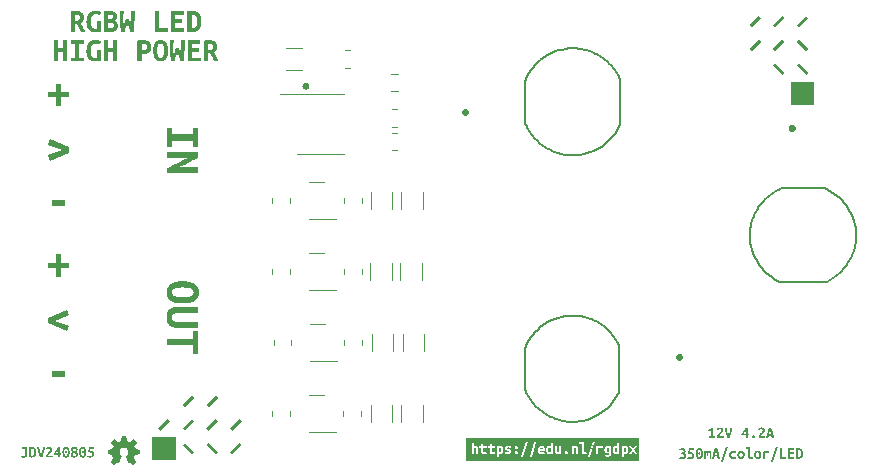
<source format=gbr>
%TF.GenerationSoftware,KiCad,Pcbnew,8.0.3*%
%TF.CreationDate,2024-08-07T13:34:54+02:00*%
%TF.ProjectId,NP_RGBW_HP,4e505f52-4742-4575-9f48-502e6b696361,rev?*%
%TF.SameCoordinates,Original*%
%TF.FileFunction,Legend,Top*%
%TF.FilePolarity,Positive*%
%FSLAX46Y46*%
G04 Gerber Fmt 4.6, Leading zero omitted, Abs format (unit mm)*
G04 Created by KiCad (PCBNEW 8.0.3) date 2024-08-07 13:34:54*
%MOMM*%
%LPD*%
G01*
G04 APERTURE LIST*
%ADD10C,0.000000*%
%ADD11C,0.176388*%
%ADD12C,0.120000*%
G04 APERTURE END LIST*
D10*
G36*
X83978207Y-86979817D02*
G01*
X81977963Y-86979817D01*
X81977963Y-84979572D01*
X83978207Y-84979572D01*
X83978207Y-86979817D01*
G37*
G36*
X133531745Y-51539246D02*
G01*
X132731011Y-52339983D01*
X132543924Y-52152894D01*
X133344662Y-51352156D01*
X133531745Y-51539246D01*
G37*
G36*
X133024778Y-84983097D02*
G01*
X133024739Y-84981408D01*
X133024778Y-84979572D01*
X133024778Y-84983097D01*
G37*
G36*
X77205009Y-48925947D02*
G01*
X77229200Y-48926491D01*
X77252813Y-48927449D01*
X77275888Y-48928861D01*
X77298467Y-48930770D01*
X77320592Y-48933216D01*
X77342303Y-48936241D01*
X77363642Y-48939886D01*
X77384175Y-48943861D01*
X77403550Y-48947878D01*
X77421933Y-48951978D01*
X77439489Y-48956202D01*
X77456384Y-48960591D01*
X77472782Y-48965186D01*
X77488850Y-48970030D01*
X77504752Y-48975163D01*
X77519993Y-48980455D01*
X77534077Y-48985747D01*
X77547168Y-48991038D01*
X77559432Y-48996330D01*
X77571035Y-49001622D01*
X77582142Y-49006913D01*
X77603530Y-49017496D01*
X77621279Y-49027473D01*
X77629451Y-49032069D01*
X77637044Y-49036458D01*
X77643975Y-49040682D01*
X77650163Y-49044782D01*
X77652952Y-49046798D01*
X77655523Y-49048799D01*
X77657868Y-49050789D01*
X77659974Y-49052774D01*
X77568253Y-49327940D01*
X77560232Y-49322729D01*
X77552040Y-49317674D01*
X77543673Y-49312763D01*
X77535124Y-49307986D01*
X77526390Y-49303334D01*
X77517465Y-49298795D01*
X77499020Y-49290017D01*
X77479748Y-49281569D01*
X77459608Y-49273370D01*
X77438558Y-49265336D01*
X77416558Y-49257385D01*
X77405273Y-49253540D01*
X77393910Y-49249943D01*
X77382475Y-49246595D01*
X77370973Y-49243494D01*
X77359408Y-49240642D01*
X77347787Y-49238037D01*
X77336114Y-49235681D01*
X77324395Y-49233572D01*
X77312635Y-49231712D01*
X77300838Y-49230100D01*
X77289010Y-49228735D01*
X77277156Y-49227619D01*
X77265282Y-49226751D01*
X77253392Y-49226131D01*
X77241492Y-49225759D01*
X77229586Y-49225635D01*
X77233112Y-49222107D01*
X77218024Y-49222273D01*
X77203188Y-49222775D01*
X77188611Y-49223619D01*
X77174298Y-49224808D01*
X77160253Y-49226349D01*
X77146482Y-49228246D01*
X77132990Y-49230505D01*
X77119782Y-49233131D01*
X77106864Y-49236129D01*
X77094240Y-49239505D01*
X77081916Y-49243263D01*
X77069897Y-49247408D01*
X77058188Y-49251946D01*
X77046795Y-49256882D01*
X77035721Y-49262221D01*
X77024974Y-49267968D01*
X77014514Y-49273425D01*
X77004296Y-49279213D01*
X76994317Y-49285331D01*
X76984570Y-49291781D01*
X76975050Y-49298560D01*
X76965752Y-49305671D01*
X76956672Y-49313113D01*
X76947803Y-49320885D01*
X76939142Y-49328987D01*
X76930681Y-49337421D01*
X76922417Y-49346185D01*
X76914345Y-49355280D01*
X76906458Y-49364706D01*
X76898752Y-49374463D01*
X76891222Y-49384550D01*
X76883863Y-49394968D01*
X76877333Y-49405014D01*
X76870978Y-49415308D01*
X76864810Y-49425850D01*
X76858838Y-49436640D01*
X76853072Y-49447678D01*
X76847524Y-49458964D01*
X76842203Y-49470498D01*
X76837120Y-49482280D01*
X76832285Y-49494310D01*
X76827708Y-49506589D01*
X76823400Y-49519115D01*
X76819371Y-49531889D01*
X76815631Y-49544912D01*
X76812192Y-49558182D01*
X76809062Y-49571701D01*
X76806252Y-49585467D01*
X76800127Y-49613586D01*
X76794953Y-49642408D01*
X76790688Y-49671973D01*
X76787291Y-49702325D01*
X76784721Y-49733503D01*
X76782936Y-49765549D01*
X76781896Y-49798505D01*
X76781558Y-49832411D01*
X76781931Y-49870816D01*
X76783053Y-49907976D01*
X76784930Y-49943885D01*
X76787566Y-49978538D01*
X76790967Y-50011930D01*
X76795138Y-50044057D01*
X76800085Y-50074912D01*
X76805811Y-50104490D01*
X76812323Y-50132787D01*
X76819626Y-50159798D01*
X76827725Y-50185516D01*
X76836624Y-50209938D01*
X76846330Y-50233057D01*
X76856847Y-50254868D01*
X76868180Y-50275368D01*
X76880335Y-50294549D01*
X76893235Y-50312491D01*
X76906801Y-50329275D01*
X76921038Y-50344902D01*
X76928411Y-50352282D01*
X76935953Y-50359372D01*
X76943666Y-50366172D01*
X76951550Y-50372683D01*
X76959606Y-50378905D01*
X76967834Y-50384838D01*
X76976235Y-50390481D01*
X76984810Y-50395834D01*
X76993560Y-50400899D01*
X77002485Y-50405674D01*
X77011585Y-50410159D01*
X77020862Y-50414355D01*
X77030315Y-50418262D01*
X77039947Y-50421879D01*
X77049756Y-50425207D01*
X77059745Y-50428246D01*
X77069913Y-50430995D01*
X77080261Y-50433455D01*
X77101501Y-50437506D01*
X77123469Y-50440400D01*
X77146172Y-50442136D01*
X77169613Y-50442715D01*
X77236641Y-50442715D01*
X77245742Y-50442557D01*
X77254555Y-50442109D01*
X77263119Y-50441413D01*
X77271477Y-50440510D01*
X77279669Y-50439442D01*
X77287738Y-50438250D01*
X77303669Y-50435660D01*
X77303669Y-49797134D01*
X77649390Y-49797134D01*
X77649390Y-50668492D01*
X77632516Y-50673942D01*
X77613616Y-50679682D01*
X77592650Y-50685670D01*
X77569575Y-50691864D01*
X77544350Y-50698223D01*
X77516934Y-50704707D01*
X77487286Y-50711273D01*
X77455363Y-50717881D01*
X77421464Y-50724158D01*
X77385910Y-50729732D01*
X77348703Y-50734562D01*
X77309843Y-50738607D01*
X77269329Y-50741824D01*
X77227161Y-50744174D01*
X77183339Y-50745614D01*
X77137864Y-50746103D01*
X77117483Y-50745896D01*
X77097350Y-50745269D01*
X77077465Y-50744220D01*
X77057828Y-50742741D01*
X77038439Y-50740828D01*
X77019298Y-50738476D01*
X77000405Y-50735679D01*
X76981760Y-50732433D01*
X76963364Y-50728732D01*
X76945215Y-50724571D01*
X76927314Y-50719945D01*
X76909661Y-50714849D01*
X76892257Y-50709278D01*
X76875100Y-50703226D01*
X76858192Y-50696688D01*
X76841531Y-50689659D01*
X76825159Y-50682175D01*
X76809113Y-50674273D01*
X76793387Y-50665947D01*
X76777976Y-50657192D01*
X76762876Y-50648004D01*
X76748080Y-50638375D01*
X76733584Y-50628303D01*
X76719382Y-50617781D01*
X76705470Y-50606804D01*
X76691843Y-50595367D01*
X76678494Y-50583465D01*
X76665419Y-50571093D01*
X76652613Y-50558245D01*
X76640070Y-50544917D01*
X76627786Y-50531103D01*
X76615754Y-50516798D01*
X76604053Y-50502039D01*
X76592755Y-50486867D01*
X76581850Y-50471282D01*
X76571327Y-50455283D01*
X76561176Y-50438870D01*
X76551386Y-50422045D01*
X76541949Y-50404805D01*
X76532852Y-50387153D01*
X76524086Y-50369087D01*
X76515640Y-50350607D01*
X76507505Y-50331714D01*
X76499669Y-50312408D01*
X76492122Y-50292688D01*
X76484855Y-50272555D01*
X76477856Y-50252009D01*
X76471116Y-50231049D01*
X76464748Y-50209636D01*
X76458865Y-50187737D01*
X76453458Y-50165363D01*
X76448516Y-50142524D01*
X76444029Y-50119230D01*
X76439986Y-50095492D01*
X76433192Y-50046723D01*
X76428052Y-49996301D01*
X76424483Y-49944307D01*
X76422403Y-49890826D01*
X76421727Y-49835939D01*
X76422713Y-49781196D01*
X76425641Y-49728066D01*
X76430471Y-49676507D01*
X76437161Y-49626478D01*
X76445671Y-49577936D01*
X76455958Y-49530842D01*
X76467981Y-49485153D01*
X76481699Y-49440829D01*
X76489142Y-49419869D01*
X76496920Y-49399322D01*
X76505039Y-49379189D01*
X76513504Y-49359470D01*
X76522321Y-49340163D01*
X76531495Y-49321270D01*
X76541030Y-49302791D01*
X76550932Y-49284725D01*
X76561206Y-49267072D01*
X76571857Y-49249833D01*
X76582891Y-49233007D01*
X76594313Y-49216595D01*
X76606127Y-49200596D01*
X76618339Y-49185010D01*
X76630954Y-49169838D01*
X76643977Y-49155079D01*
X76656709Y-49140775D01*
X76669767Y-49126961D01*
X76683145Y-49113632D01*
X76696838Y-49100785D01*
X76710841Y-49088413D01*
X76725150Y-49076511D01*
X76739758Y-49065074D01*
X76754660Y-49054097D01*
X76769852Y-49043575D01*
X76785329Y-49033502D01*
X76801084Y-49023874D01*
X76817113Y-49014685D01*
X76833411Y-49005930D01*
X76849972Y-48997605D01*
X76866792Y-48989702D01*
X76883865Y-48982219D01*
X76901145Y-48975190D01*
X76918591Y-48968652D01*
X76936203Y-48962600D01*
X76953979Y-48957028D01*
X76971921Y-48951932D01*
X76990029Y-48947306D01*
X77008302Y-48943145D01*
X77026740Y-48939445D01*
X77045343Y-48936198D01*
X77064112Y-48933402D01*
X77083046Y-48931050D01*
X77102146Y-48929137D01*
X77121411Y-48927658D01*
X77140841Y-48926608D01*
X77160436Y-48925982D01*
X77180197Y-48925774D01*
X77205009Y-48925947D01*
G37*
G36*
X121266720Y-85917963D02*
G01*
X121270027Y-85918003D01*
X121273333Y-85918121D01*
X121279947Y-85918569D01*
X121286562Y-85919264D01*
X121293177Y-85920166D01*
X121299792Y-85921234D01*
X121306407Y-85922426D01*
X121319637Y-85925017D01*
X121323059Y-85925797D01*
X121326672Y-85926788D01*
X121330420Y-85927955D01*
X121334245Y-85929262D01*
X121338091Y-85930671D01*
X121341900Y-85932149D01*
X121349183Y-85935160D01*
X121355640Y-85938005D01*
X121360815Y-85940396D01*
X121365500Y-85942656D01*
X121365500Y-86302488D01*
X121362856Y-86303109D01*
X121360216Y-86303653D01*
X121357586Y-86304124D01*
X121354973Y-86304528D01*
X121352379Y-86304869D01*
X121349812Y-86305155D01*
X121344774Y-86305575D01*
X121339902Y-86305830D01*
X121335237Y-86305961D01*
X121326692Y-86306016D01*
X121287889Y-86306016D01*
X121283300Y-86305954D01*
X121278793Y-86305769D01*
X121274370Y-86305463D01*
X121270028Y-86305037D01*
X121265770Y-86304492D01*
X121261594Y-86303830D01*
X121257501Y-86303051D01*
X121253491Y-86302158D01*
X121249564Y-86301150D01*
X121245719Y-86300030D01*
X121241956Y-86298799D01*
X121238277Y-86297459D01*
X121234680Y-86296010D01*
X121231166Y-86294453D01*
X121227735Y-86292791D01*
X121224386Y-86291024D01*
X121221120Y-86289153D01*
X121217937Y-86287181D01*
X121214836Y-86285107D01*
X121211818Y-86282935D01*
X121208883Y-86280664D01*
X121206031Y-86278296D01*
X121203261Y-86275832D01*
X121200574Y-86273275D01*
X121197969Y-86270624D01*
X121195448Y-86267881D01*
X121193009Y-86265048D01*
X121190652Y-86262126D01*
X121188379Y-86259116D01*
X121186188Y-86256019D01*
X121184080Y-86252837D01*
X121182054Y-86249571D01*
X121178209Y-86242791D01*
X121174612Y-86235686D01*
X121171264Y-86228261D01*
X121168163Y-86220520D01*
X121165311Y-86212470D01*
X121162706Y-86204115D01*
X121160350Y-86195460D01*
X121158242Y-86186510D01*
X121156382Y-86177271D01*
X121154770Y-86167748D01*
X121153406Y-86157946D01*
X121152290Y-86147870D01*
X121151422Y-86137525D01*
X121150802Y-86126917D01*
X121150430Y-86116051D01*
X121150306Y-86104931D01*
X121150429Y-86093812D01*
X121150795Y-86082951D01*
X121151399Y-86072359D01*
X121152235Y-86062046D01*
X121153298Y-86052023D01*
X121154584Y-86042299D01*
X121156087Y-86032885D01*
X121157801Y-86023792D01*
X121159723Y-86015029D01*
X121161846Y-86006608D01*
X121164165Y-85998537D01*
X121166676Y-85990829D01*
X121169373Y-85983493D01*
X121172251Y-85976539D01*
X121175305Y-85969978D01*
X121178530Y-85963820D01*
X121182582Y-85958034D01*
X121186811Y-85952583D01*
X121191225Y-85947473D01*
X121195836Y-85942709D01*
X121200654Y-85938297D01*
X121205689Y-85934241D01*
X121210951Y-85930547D01*
X121216451Y-85927220D01*
X121222200Y-85924264D01*
X121228206Y-85921687D01*
X121234481Y-85919491D01*
X121241036Y-85917683D01*
X121247879Y-85916268D01*
X121255023Y-85915250D01*
X121262476Y-85914636D01*
X121270250Y-85914430D01*
X121266720Y-85917963D01*
G37*
G36*
X76122459Y-85844328D02*
G01*
X76140117Y-85845686D01*
X76157207Y-85847943D01*
X76173734Y-85851095D01*
X76189703Y-85855135D01*
X76205119Y-85860059D01*
X76219987Y-85865861D01*
X76234313Y-85872537D01*
X76248101Y-85880081D01*
X76261357Y-85888488D01*
X76274085Y-85897753D01*
X76286292Y-85907870D01*
X76297982Y-85918835D01*
X76309161Y-85930642D01*
X76319833Y-85943287D01*
X76330003Y-85956763D01*
X76339595Y-85971148D01*
X76348531Y-85986514D01*
X76356815Y-86002853D01*
X76364454Y-86020152D01*
X76371452Y-86038402D01*
X76377814Y-86057593D01*
X76383546Y-86077714D01*
X76388652Y-86098755D01*
X76393139Y-86120706D01*
X76397010Y-86143555D01*
X76400271Y-86167294D01*
X76402928Y-86191911D01*
X76404986Y-86217396D01*
X76406449Y-86243739D01*
X76407323Y-86270929D01*
X76407614Y-86298956D01*
X76407323Y-86327566D01*
X76406449Y-86355194D01*
X76404986Y-86381850D01*
X76402928Y-86407545D01*
X76400271Y-86432290D01*
X76397010Y-86456094D01*
X76393139Y-86478968D01*
X76388652Y-86500921D01*
X76383546Y-86521966D01*
X76377814Y-86542111D01*
X76371452Y-86561367D01*
X76364454Y-86579745D01*
X76356815Y-86597255D01*
X76348531Y-86613907D01*
X76339595Y-86629711D01*
X76330003Y-86644679D01*
X76319833Y-86658155D01*
X76309161Y-86670799D01*
X76297982Y-86682607D01*
X76286292Y-86693572D01*
X76274085Y-86703689D01*
X76261357Y-86712954D01*
X76248101Y-86721361D01*
X76241274Y-86725241D01*
X76234313Y-86728905D01*
X76227217Y-86732351D01*
X76219987Y-86735580D01*
X76205119Y-86741383D01*
X76189703Y-86746307D01*
X76173734Y-86750347D01*
X76157207Y-86753498D01*
X76140117Y-86755756D01*
X76122459Y-86757114D01*
X76104226Y-86757568D01*
X76085994Y-86757114D01*
X76068336Y-86755756D01*
X76051245Y-86753498D01*
X76034718Y-86750347D01*
X76018750Y-86746307D01*
X76003334Y-86741383D01*
X75988466Y-86735580D01*
X75974140Y-86728905D01*
X75960352Y-86721361D01*
X75947096Y-86712954D01*
X75934367Y-86703689D01*
X75922160Y-86693572D01*
X75910470Y-86682607D01*
X75899292Y-86670799D01*
X75888620Y-86658155D01*
X75878449Y-86644679D01*
X75868857Y-86630293D01*
X75859922Y-86614920D01*
X75851637Y-86598566D01*
X75843998Y-86581235D01*
X75837001Y-86562932D01*
X75830639Y-86543662D01*
X75824907Y-86523432D01*
X75819800Y-86502245D01*
X75815314Y-86480108D01*
X75811443Y-86457024D01*
X75808181Y-86433001D01*
X75805524Y-86408042D01*
X75803466Y-86382153D01*
X75802003Y-86355338D01*
X75801129Y-86327605D01*
X75800839Y-86298956D01*
X75952532Y-86298956D01*
X75953186Y-86336012D01*
X75955122Y-86370504D01*
X75956558Y-86386815D01*
X75958299Y-86402516D01*
X75960339Y-86417618D01*
X75962674Y-86432130D01*
X75965298Y-86446064D01*
X75968207Y-86459429D01*
X75971394Y-86472236D01*
X75974856Y-86484495D01*
X75978586Y-86496217D01*
X75982580Y-86507412D01*
X75986832Y-86518090D01*
X75991337Y-86528262D01*
X75996092Y-86537854D01*
X76001101Y-86546790D01*
X76006367Y-86555074D01*
X76011897Y-86562713D01*
X76017696Y-86569711D01*
X76020698Y-86572971D01*
X76023769Y-86576073D01*
X76026910Y-86579018D01*
X76030121Y-86581805D01*
X76033403Y-86584436D01*
X76036757Y-86586911D01*
X76040183Y-86589232D01*
X76043683Y-86591398D01*
X76047255Y-86593410D01*
X76050903Y-86595269D01*
X76054625Y-86596976D01*
X76058422Y-86598531D01*
X76062296Y-86599935D01*
X76066247Y-86601188D01*
X76070275Y-86602291D01*
X76074382Y-86603245D01*
X76078567Y-86604051D01*
X76082832Y-86604709D01*
X76091602Y-86605583D01*
X76100698Y-86605873D01*
X76109794Y-86605583D01*
X76118564Y-86604709D01*
X76127014Y-86603245D01*
X76135149Y-86601188D01*
X76142973Y-86598531D01*
X76146771Y-86596976D01*
X76150493Y-86595269D01*
X76154140Y-86593410D01*
X76157713Y-86591398D01*
X76164639Y-86586911D01*
X76171275Y-86581805D01*
X76177627Y-86576073D01*
X76183699Y-86569711D01*
X76189498Y-86562713D01*
X76195029Y-86555074D01*
X76200295Y-86546790D01*
X76205304Y-86537854D01*
X76210059Y-86528262D01*
X76214564Y-86518051D01*
X76218816Y-86507267D01*
X76222810Y-86495915D01*
X76226540Y-86483999D01*
X76230001Y-86471525D01*
X76233189Y-86458498D01*
X76236097Y-86444924D01*
X76238722Y-86430807D01*
X76241057Y-86416152D01*
X76243097Y-86400965D01*
X76244838Y-86385251D01*
X76246273Y-86369015D01*
X76247399Y-86352263D01*
X76248210Y-86334998D01*
X76248700Y-86317228D01*
X76248864Y-86298956D01*
X76248210Y-86262913D01*
X76246273Y-86228897D01*
X76244838Y-86212661D01*
X76243097Y-86196947D01*
X76241057Y-86181760D01*
X76238722Y-86167105D01*
X76236097Y-86152988D01*
X76233189Y-86139414D01*
X76230001Y-86126387D01*
X76226540Y-86113913D01*
X76222810Y-86101997D01*
X76218816Y-86090645D01*
X76214564Y-86079861D01*
X76210059Y-86069650D01*
X76205304Y-86060058D01*
X76200295Y-86051123D01*
X76195029Y-86042838D01*
X76189498Y-86035200D01*
X76183699Y-86028202D01*
X76180698Y-86024942D01*
X76177627Y-86021840D01*
X76174486Y-86018895D01*
X76171275Y-86016108D01*
X76167993Y-86013477D01*
X76164639Y-86011001D01*
X76161212Y-86008681D01*
X76157713Y-86006515D01*
X76154140Y-86004503D01*
X76150493Y-86002643D01*
X76146771Y-86000937D01*
X76142973Y-85999382D01*
X76139099Y-85997978D01*
X76135149Y-85996724D01*
X76131120Y-85995621D01*
X76127014Y-85994667D01*
X76122829Y-85993861D01*
X76118564Y-85993203D01*
X76109794Y-85992329D01*
X76100698Y-85992039D01*
X76091602Y-85992329D01*
X76082832Y-85993203D01*
X76074382Y-85994667D01*
X76066247Y-85996724D01*
X76058422Y-85999382D01*
X76054625Y-86000937D01*
X76050903Y-86002643D01*
X76047255Y-86004503D01*
X76043683Y-86006515D01*
X76036757Y-86011001D01*
X76030121Y-86016108D01*
X76023769Y-86021840D01*
X76017696Y-86028202D01*
X76011897Y-86035200D01*
X76006367Y-86042838D01*
X76001101Y-86051123D01*
X75996092Y-86060058D01*
X75991337Y-86069650D01*
X75986832Y-86079822D01*
X75982580Y-86090500D01*
X75978586Y-86101695D01*
X75974856Y-86113417D01*
X75971394Y-86125676D01*
X75968207Y-86138484D01*
X75965298Y-86151849D01*
X75962674Y-86165783D01*
X75960339Y-86180295D01*
X75958299Y-86195397D01*
X75956558Y-86211098D01*
X75955122Y-86227409D01*
X75953997Y-86244339D01*
X75953186Y-86261901D01*
X75952696Y-86280103D01*
X75952532Y-86298956D01*
X75800839Y-86298956D01*
X75801168Y-86270386D01*
X75802148Y-86242870D01*
X75803769Y-86216388D01*
X75806020Y-86190918D01*
X75808892Y-86166441D01*
X75812373Y-86142935D01*
X75816454Y-86120380D01*
X75821123Y-86098755D01*
X75826372Y-86078040D01*
X75832189Y-86058214D01*
X75838564Y-86039256D01*
X75845487Y-86021145D01*
X75852947Y-86003861D01*
X75860934Y-85987383D01*
X75869439Y-85971691D01*
X75878449Y-85956763D01*
X75888620Y-85943287D01*
X75899292Y-85930642D01*
X75910470Y-85918835D01*
X75922160Y-85907870D01*
X75934367Y-85897753D01*
X75947096Y-85888488D01*
X75960352Y-85880081D01*
X75967179Y-85876201D01*
X75974140Y-85872537D01*
X75981235Y-85869090D01*
X75988466Y-85865861D01*
X76003334Y-85860059D01*
X76018750Y-85855135D01*
X76034718Y-85851095D01*
X76051245Y-85847943D01*
X76068336Y-85845686D01*
X76085994Y-85844328D01*
X76104226Y-85843874D01*
X76122459Y-85844328D01*
G37*
G36*
X84740203Y-51871461D02*
G01*
X84730942Y-52098561D01*
X84725815Y-52211284D01*
X84719035Y-52323015D01*
X84713137Y-52434085D01*
X84706247Y-52544824D01*
X84690813Y-52763987D01*
X84674496Y-52975653D01*
X84665512Y-53077517D01*
X84655536Y-53176735D01*
X84366258Y-53176735D01*
X84335059Y-53085454D01*
X84304522Y-52991528D01*
X84242786Y-52795737D01*
X84181051Y-52594654D01*
X84150514Y-52498081D01*
X84119315Y-52404154D01*
X84087510Y-52495545D01*
X84055374Y-52590244D01*
X84022577Y-52688911D01*
X83988788Y-52792209D01*
X83923083Y-52994174D01*
X83893042Y-53088872D01*
X83865317Y-53180264D01*
X83576040Y-53180264D01*
X83565512Y-53081045D01*
X83555314Y-52979181D01*
X83545778Y-52874671D01*
X83537235Y-52767515D01*
X83521800Y-52547911D01*
X83514909Y-52436125D01*
X83509011Y-52323016D01*
X83487844Y-51871462D01*
X83483159Y-51758959D01*
X83479466Y-51648771D01*
X83473733Y-51434018D01*
X83794760Y-51434018D01*
X83794154Y-51517307D01*
X83792556Y-51602910D01*
X83787704Y-51779740D01*
X83780648Y-52132516D01*
X83780042Y-52219774D01*
X83778444Y-52306700D01*
X83773593Y-52478238D01*
X83772579Y-52520089D01*
X83772104Y-52561030D01*
X83772269Y-52640515D01*
X83773593Y-52792209D01*
X83786877Y-52745962D01*
X83800492Y-52697400D01*
X83814768Y-52646854D01*
X83830037Y-52594654D01*
X83893537Y-52382988D01*
X83923083Y-52282446D01*
X83936697Y-52236144D01*
X83949981Y-52192488D01*
X83961998Y-52150155D01*
X83972030Y-52113114D01*
X83980739Y-52081364D01*
X83984804Y-52067473D01*
X83988787Y-52054905D01*
X84242786Y-52054905D01*
X84242788Y-52044322D01*
X84245606Y-52058040D01*
X84248796Y-52072709D01*
X84252400Y-52088288D01*
X84256458Y-52104735D01*
X84261012Y-52122009D01*
X84266104Y-52140068D01*
X84271774Y-52158871D01*
X84278065Y-52178377D01*
X84289255Y-52218836D01*
X84301437Y-52261280D01*
X84314280Y-52306369D01*
X84327453Y-52354766D01*
X84341289Y-52405091D01*
X84356117Y-52455748D01*
X84387425Y-52559376D01*
X84419175Y-52670942D01*
X84450925Y-52785154D01*
X84450814Y-52710299D01*
X84450043Y-52633460D01*
X84447949Y-52553974D01*
X84446199Y-52513033D01*
X84443870Y-52471182D01*
X84439185Y-52386460D01*
X84435491Y-52301408D01*
X84429758Y-52128989D01*
X84415646Y-51776212D01*
X84410796Y-51599382D01*
X84409197Y-51513779D01*
X84408591Y-51430490D01*
X84757840Y-51430490D01*
X84740203Y-51871461D01*
G37*
G36*
X123228161Y-87029204D02*
G01*
X108580867Y-87029204D01*
X108580867Y-86676427D01*
X111149085Y-86676427D01*
X111321941Y-86676427D01*
X113241049Y-86676427D01*
X113420960Y-86676427D01*
X113946604Y-86676427D01*
X114126515Y-86676427D01*
X118885480Y-86676427D01*
X119065391Y-86676427D01*
X119141218Y-86440066D01*
X119559291Y-86440066D01*
X119700404Y-86440066D01*
X119700404Y-85917955D01*
X119702348Y-85917334D01*
X119704215Y-85916790D01*
X119706009Y-85916319D01*
X119707736Y-85915914D01*
X119709401Y-85915572D01*
X119711009Y-85915287D01*
X119712565Y-85915053D01*
X119714075Y-85914866D01*
X119715543Y-85914721D01*
X119716975Y-85914611D01*
X119719752Y-85914480D01*
X119722446Y-85914432D01*
X119725098Y-85914425D01*
X119746267Y-85914425D01*
X119747910Y-85914456D01*
X119749532Y-85914548D01*
X119751134Y-85914701D01*
X119752715Y-85914915D01*
X119754275Y-85915187D01*
X119755815Y-85915519D01*
X119757334Y-85915908D01*
X119758832Y-85916355D01*
X119760310Y-85916859D01*
X119761767Y-85917419D01*
X119763204Y-85918035D01*
X119764620Y-85918705D01*
X119766015Y-85919430D01*
X119767389Y-85920208D01*
X119770076Y-85921923D01*
X119772681Y-85923845D01*
X119775202Y-85925968D01*
X119777641Y-85928288D01*
X119779998Y-85930798D01*
X119782271Y-85933495D01*
X119784462Y-85936372D01*
X119786570Y-85939425D01*
X119788595Y-85942649D01*
X119790497Y-85946121D01*
X119792240Y-85949924D01*
X119793827Y-85954058D01*
X119795265Y-85958523D01*
X119796557Y-85963318D01*
X119797710Y-85968444D01*
X119798729Y-85973901D01*
X119799619Y-85979689D01*
X119801031Y-85992256D01*
X119801988Y-86006147D01*
X119802532Y-86021360D01*
X119802704Y-86037897D01*
X119802704Y-86189591D01*
X119943812Y-86189591D01*
X119943812Y-85984982D01*
X119941220Y-85969163D01*
X119940029Y-85961357D01*
X119938961Y-85953675D01*
X119938059Y-85946158D01*
X119937363Y-85938848D01*
X119936916Y-85931785D01*
X119936757Y-85925012D01*
X119939410Y-85923696D01*
X119942104Y-85922422D01*
X119944881Y-85921230D01*
X119946314Y-85920678D01*
X119947783Y-85920162D01*
X119949293Y-85919688D01*
X119950850Y-85919260D01*
X119952458Y-85918883D01*
X119954124Y-85918564D01*
X119955851Y-85918306D01*
X119957645Y-85918116D01*
X119959512Y-85917998D01*
X119961456Y-85917958D01*
X119989675Y-85917958D01*
X120010844Y-85921485D01*
X120012165Y-85922187D01*
X120013482Y-85922967D01*
X120014789Y-85923819D01*
X120016080Y-85924739D01*
X120017351Y-85925720D01*
X120018595Y-85926758D01*
X120019809Y-85927848D01*
X120020987Y-85928984D01*
X120022123Y-85930162D01*
X120023213Y-85931375D01*
X120024251Y-85932620D01*
X120025232Y-85933890D01*
X120026150Y-85935181D01*
X120027002Y-85936488D01*
X120027781Y-85937805D01*
X120028483Y-85939127D01*
X120029803Y-85940530D01*
X120031113Y-85942088D01*
X120032402Y-85943791D01*
X120033661Y-85945629D01*
X120034879Y-85947591D01*
X120036045Y-85949666D01*
X120037149Y-85951845D01*
X120038181Y-85954117D01*
X120039130Y-85956472D01*
X120039986Y-85958899D01*
X120040739Y-85961388D01*
X120041379Y-85963929D01*
X120041894Y-85966511D01*
X120042275Y-85969124D01*
X120042511Y-85971758D01*
X120042592Y-85974402D01*
X120043755Y-85981182D01*
X120044630Y-85988293D01*
X120045256Y-85995734D01*
X120045676Y-86003506D01*
X120045931Y-86011609D01*
X120046062Y-86020043D01*
X120046117Y-86037902D01*
X120046117Y-86443596D01*
X120187225Y-86443596D01*
X120187240Y-86440066D01*
X120187240Y-86090814D01*
X120271900Y-86090814D01*
X120272149Y-86108464D01*
X120272899Y-86125691D01*
X120274156Y-86142484D01*
X120275924Y-86158833D01*
X120278209Y-86174727D01*
X120281015Y-86190156D01*
X120284349Y-86205109D01*
X120288215Y-86219577D01*
X120292619Y-86233548D01*
X120297565Y-86247014D01*
X120303059Y-86259962D01*
X120309106Y-86272383D01*
X120315711Y-86284267D01*
X120322879Y-86295603D01*
X120330616Y-86306381D01*
X120338927Y-86316590D01*
X120347735Y-86326222D01*
X120356966Y-86335270D01*
X120366631Y-86343728D01*
X120376741Y-86351593D01*
X120387305Y-86358858D01*
X120398334Y-86365518D01*
X120409839Y-86371569D01*
X120421830Y-86377004D01*
X120434316Y-86381820D01*
X120447309Y-86386010D01*
X120460819Y-86389570D01*
X120474856Y-86392494D01*
X120489430Y-86394777D01*
X120504553Y-86396415D01*
X120520233Y-86397401D01*
X120536482Y-86397731D01*
X120545585Y-86397573D01*
X120554399Y-86397125D01*
X120562963Y-86396430D01*
X120571321Y-86395527D01*
X120579513Y-86394460D01*
X120587581Y-86393268D01*
X120603509Y-86390676D01*
X120611454Y-86389189D01*
X120619440Y-86387370D01*
X120627508Y-86385221D01*
X120635701Y-86382740D01*
X120644059Y-86379929D01*
X120652624Y-86376787D01*
X120661437Y-86373314D01*
X120670540Y-86369510D01*
X120670540Y-86397733D01*
X120670500Y-86401041D01*
X120670382Y-86404348D01*
X120669933Y-86410963D01*
X120669236Y-86417577D01*
X120668332Y-86424192D01*
X120667263Y-86430807D01*
X120666071Y-86437421D01*
X120663481Y-86450651D01*
X120658134Y-86461731D01*
X120655357Y-86467457D01*
X120652456Y-86473141D01*
X120650946Y-86475929D01*
X120649389Y-86478660D01*
X120647781Y-86481319D01*
X120646116Y-86483889D01*
X120644390Y-86486357D01*
X120642596Y-86488705D01*
X120640730Y-86490919D01*
X120638787Y-86492984D01*
X120634645Y-86496946D01*
X120632438Y-86498914D01*
X120630132Y-86500867D01*
X120627722Y-86502799D01*
X120625205Y-86504705D01*
X120622573Y-86506580D01*
X120619823Y-86508419D01*
X120616949Y-86510217D01*
X120613945Y-86511968D01*
X120610807Y-86513667D01*
X120607530Y-86515310D01*
X120604109Y-86516890D01*
X120600537Y-86518403D01*
X120596811Y-86519844D01*
X120592924Y-86521207D01*
X120589495Y-86523070D01*
X120585833Y-86524701D01*
X120581954Y-86526114D01*
X120577873Y-86527326D01*
X120573607Y-86528352D01*
X120569171Y-86529208D01*
X120564579Y-86529908D01*
X120559848Y-86530469D01*
X120554993Y-86530905D01*
X120550030Y-86531234D01*
X120539839Y-86531626D01*
X120529401Y-86531771D01*
X120518838Y-86531792D01*
X120510322Y-86531711D01*
X120501977Y-86531475D01*
X120493807Y-86531094D01*
X120485819Y-86530579D01*
X120470405Y-86529187D01*
X120455776Y-86527382D01*
X120441974Y-86525246D01*
X120429041Y-86522862D01*
X120417017Y-86520313D01*
X120405943Y-86517680D01*
X120395360Y-86514875D01*
X120384777Y-86511781D01*
X120374194Y-86508439D01*
X120363611Y-86504890D01*
X120353028Y-86501176D01*
X120342445Y-86497338D01*
X120321278Y-86489456D01*
X120289529Y-86637621D01*
X120316040Y-86645505D01*
X120329400Y-86649343D01*
X120342883Y-86653057D01*
X120356533Y-86656606D01*
X120370390Y-86659947D01*
X120384494Y-86663041D01*
X120398889Y-86665845D01*
X120413447Y-86669490D01*
X120428047Y-86672514D01*
X120442730Y-86674960D01*
X120457537Y-86676869D01*
X120472510Y-86678282D01*
X120487689Y-86679240D01*
X120503116Y-86679784D01*
X120518833Y-86679957D01*
X120539668Y-86679667D01*
X120559837Y-86678792D01*
X120579334Y-86677329D01*
X120587586Y-86676427D01*
X121732387Y-86676427D01*
X121905248Y-86676427D01*
X121905248Y-86425957D01*
X121914467Y-86429801D01*
X121923603Y-86433398D01*
X121932656Y-86436746D01*
X121941627Y-86439846D01*
X121950515Y-86442699D01*
X121959320Y-86445303D01*
X121968043Y-86447659D01*
X121976683Y-86449768D01*
X121985241Y-86451628D01*
X121993715Y-86453240D01*
X122002108Y-86454605D01*
X122010417Y-86455721D01*
X122018645Y-86456589D01*
X122026789Y-86457209D01*
X122034851Y-86457581D01*
X122042831Y-86457705D01*
X122050727Y-86457622D01*
X122058535Y-86457368D01*
X122066250Y-86456938D01*
X122073867Y-86456328D01*
X122081380Y-86455531D01*
X122088784Y-86454543D01*
X122096075Y-86453359D01*
X122103247Y-86451973D01*
X122110294Y-86450381D01*
X122117213Y-86448577D01*
X122123997Y-86446555D01*
X122130641Y-86444312D01*
X122137141Y-86441841D01*
X122143491Y-86439137D01*
X122149686Y-86436196D01*
X122155720Y-86433012D01*
X122161631Y-86429661D01*
X122167454Y-86426218D01*
X122173184Y-86422671D01*
X122178816Y-86419011D01*
X122184344Y-86415226D01*
X122189764Y-86411308D01*
X122195070Y-86407244D01*
X122200257Y-86403026D01*
X122205321Y-86398642D01*
X122210255Y-86394082D01*
X122215055Y-86389337D01*
X122219715Y-86384395D01*
X122224230Y-86379247D01*
X122228596Y-86373881D01*
X122232806Y-86368288D01*
X122236856Y-86362458D01*
X122240783Y-86357044D01*
X122244622Y-86351393D01*
X122248368Y-86345514D01*
X122252016Y-86339418D01*
X122255560Y-86333115D01*
X122258996Y-86326616D01*
X122262318Y-86319931D01*
X122265522Y-86313070D01*
X122268601Y-86306043D01*
X122271551Y-86298862D01*
X122274367Y-86291536D01*
X122277043Y-86284075D01*
X122279574Y-86276491D01*
X122281956Y-86268792D01*
X122284182Y-86260991D01*
X122286249Y-86253096D01*
X122286244Y-86253096D01*
X122290039Y-86236904D01*
X122293463Y-86220133D01*
X122296474Y-86202866D01*
X122299031Y-86185186D01*
X122301091Y-86167175D01*
X122302614Y-86148916D01*
X122303559Y-86130492D01*
X122303883Y-86111985D01*
X122303592Y-86092389D01*
X122302712Y-86073290D01*
X122301232Y-86054686D01*
X122299142Y-86036579D01*
X122296433Y-86018967D01*
X122293093Y-86001852D01*
X122289112Y-85985233D01*
X122284480Y-85969110D01*
X122279187Y-85953483D01*
X122273221Y-85938352D01*
X122266574Y-85923717D01*
X122259234Y-85909579D01*
X122251191Y-85895936D01*
X122242435Y-85882790D01*
X122232955Y-85870140D01*
X122222742Y-85857986D01*
X122211910Y-85847072D01*
X122200577Y-85836825D01*
X122188737Y-85827250D01*
X122176386Y-85818352D01*
X122163518Y-85810136D01*
X122150128Y-85802608D01*
X122136211Y-85795772D01*
X122121761Y-85789634D01*
X122106775Y-85784198D01*
X122094205Y-85780372D01*
X122370909Y-85780372D01*
X122603743Y-86101401D01*
X122540246Y-86186067D01*
X122507176Y-86228840D01*
X122499011Y-86239844D01*
X122491136Y-86251054D01*
X122487346Y-86256750D01*
X122483674Y-86262512D01*
X122480137Y-86268347D01*
X122476749Y-86274260D01*
X122469983Y-86286007D01*
X122462968Y-86297465D01*
X122455788Y-86308675D01*
X122448526Y-86319679D01*
X122434083Y-86341231D01*
X122427068Y-86351863D01*
X122420302Y-86362453D01*
X122407128Y-86383565D01*
X122394285Y-86404347D01*
X122382103Y-86424467D01*
X122370915Y-86443594D01*
X122547306Y-86443594D01*
X122556557Y-86426720D01*
X122565769Y-86410466D01*
X122574898Y-86394791D01*
X122583903Y-86379653D01*
X122617857Y-86323650D01*
X122655341Y-86270294D01*
X122674908Y-86242788D01*
X122695468Y-86214290D01*
X122703565Y-86226211D01*
X122711950Y-86238214D01*
X122729423Y-86262798D01*
X122747557Y-86288706D01*
X122756770Y-86302362D01*
X122766025Y-86316598D01*
X122776450Y-86330157D01*
X122786585Y-86344378D01*
X122796472Y-86359261D01*
X122806152Y-86374805D01*
X122815667Y-86391011D01*
X122825058Y-86407878D01*
X122834367Y-86425406D01*
X122843634Y-86443594D01*
X123023541Y-86443594D01*
X123018397Y-86434327D01*
X123013458Y-86425018D01*
X123003703Y-86406112D01*
X122998639Y-86396431D01*
X122993286Y-86386544D01*
X122987518Y-86376408D01*
X122981214Y-86365983D01*
X122975757Y-86355392D01*
X122969970Y-86344760D01*
X122963852Y-86334046D01*
X122957402Y-86323208D01*
X122950622Y-86312204D01*
X122943511Y-86300994D01*
X122928296Y-86277787D01*
X122864800Y-86186067D01*
X122856711Y-86174319D01*
X122848374Y-86162860D01*
X122839872Y-86151650D01*
X122831286Y-86140646D01*
X122814198Y-86119093D01*
X122805861Y-86108462D01*
X122797773Y-86097871D01*
X123012967Y-85780372D01*
X122836576Y-85780372D01*
X122702523Y-85988509D01*
X122554355Y-85780372D01*
X122370909Y-85780372D01*
X122094205Y-85780372D01*
X122091245Y-85779471D01*
X122075168Y-85775457D01*
X122058537Y-85772161D01*
X122041349Y-85769588D01*
X122023598Y-85767744D01*
X122005277Y-85766634D01*
X121986384Y-85766263D01*
X121969186Y-85766428D01*
X121951988Y-85766924D01*
X121934790Y-85767751D01*
X121917592Y-85768908D01*
X121900395Y-85770396D01*
X121883197Y-85772215D01*
X121865999Y-85774365D01*
X121848801Y-85776845D01*
X121831933Y-85779497D01*
X121815727Y-85782191D01*
X121800183Y-85784968D01*
X121785301Y-85787869D01*
X121771080Y-85790936D01*
X121757521Y-85794209D01*
X121744623Y-85797730D01*
X121732387Y-85801541D01*
X121732387Y-86676427D01*
X120587586Y-86676427D01*
X120598153Y-86675272D01*
X120616291Y-86672615D01*
X120633742Y-86669353D01*
X120650500Y-86665482D01*
X120666560Y-86660995D01*
X120681918Y-86655889D01*
X120696567Y-86650157D01*
X120710504Y-86643795D01*
X120723722Y-86636797D01*
X120736216Y-86629158D01*
X120747981Y-86620874D01*
X120759013Y-86611938D01*
X120769305Y-86602346D01*
X120778896Y-86592133D01*
X120787832Y-86581330D01*
X120796116Y-86569929D01*
X120803754Y-86557917D01*
X120810752Y-86545286D01*
X120817114Y-86532024D01*
X120822846Y-86518121D01*
X120827953Y-86503568D01*
X120832439Y-86488352D01*
X120836311Y-86472465D01*
X120839573Y-86455896D01*
X120842230Y-86438635D01*
X120844288Y-86420671D01*
X120845752Y-86401993D01*
X120846626Y-86382592D01*
X120846916Y-86362458D01*
X120846916Y-86362457D01*
X120846916Y-86362456D01*
X120846917Y-86362456D01*
X120846917Y-86362455D01*
X120846917Y-86362454D01*
X120846918Y-86362453D01*
X120846918Y-86362452D01*
X120846919Y-86362452D01*
X120846920Y-86362451D01*
X120846920Y-86362450D01*
X120846921Y-86362450D01*
X120846921Y-86362449D01*
X120846921Y-86362448D01*
X120846921Y-86115510D01*
X120973915Y-86115510D01*
X120974245Y-86135105D01*
X120975231Y-86154198D01*
X120976868Y-86172785D01*
X120979152Y-86190861D01*
X120982076Y-86208420D01*
X120985636Y-86225457D01*
X120989826Y-86241966D01*
X120994641Y-86257944D01*
X121000077Y-86273384D01*
X121006128Y-86288282D01*
X121012788Y-86302631D01*
X121020053Y-86316428D01*
X121027917Y-86329667D01*
X121036376Y-86342342D01*
X121045424Y-86354449D01*
X121055056Y-86365983D01*
X121065306Y-86376896D01*
X121076207Y-86387143D01*
X121087750Y-86396718D01*
X121099923Y-86405616D01*
X121112716Y-86413832D01*
X121126119Y-86421360D01*
X121140121Y-86428196D01*
X121154713Y-86434334D01*
X121169883Y-86439770D01*
X121185622Y-86444497D01*
X121201919Y-86448512D01*
X121218764Y-86451808D01*
X121236146Y-86454380D01*
X121254055Y-86456224D01*
X121272481Y-86457334D01*
X121291414Y-86457705D01*
X121307449Y-86457540D01*
X121323772Y-86457044D01*
X121340344Y-86456217D01*
X121357121Y-86455059D01*
X121374064Y-86453570D01*
X121391131Y-86451751D01*
X121408281Y-86449601D01*
X121425472Y-86447121D01*
X121442340Y-86444469D01*
X121458546Y-86441776D01*
X121474090Y-86438999D01*
X121488972Y-86436099D01*
X121503193Y-86433032D01*
X121516752Y-86429759D01*
X121529650Y-86426238D01*
X121541886Y-86422427D01*
X121541886Y-85801541D01*
X121541886Y-85459343D01*
X121369025Y-85487567D01*
X121369025Y-85790954D01*
X121340361Y-85779049D01*
X121332678Y-85776176D01*
X121328788Y-85774840D01*
X121324872Y-85773592D01*
X121320935Y-85772447D01*
X121316983Y-85771421D01*
X121313020Y-85770529D01*
X121309053Y-85769788D01*
X121304463Y-85768546D01*
X121299944Y-85767460D01*
X121295488Y-85766518D01*
X121291084Y-85765711D01*
X121286721Y-85765027D01*
X121282389Y-85764457D01*
X121273777Y-85763617D01*
X121265164Y-85763107D01*
X121256468Y-85762846D01*
X121238497Y-85762735D01*
X121222248Y-85763108D01*
X121206569Y-85764224D01*
X121191447Y-85766084D01*
X121176873Y-85768688D01*
X121162837Y-85772037D01*
X121149328Y-85776129D01*
X121142767Y-85778455D01*
X121136335Y-85780966D01*
X121130029Y-85783664D01*
X121123849Y-85786547D01*
X121117792Y-85789617D01*
X121111858Y-85792872D01*
X121106046Y-85796314D01*
X121100354Y-85799941D01*
X121094780Y-85803755D01*
X121089325Y-85807754D01*
X121078760Y-85816312D01*
X121068651Y-85825613D01*
X121058985Y-85835659D01*
X121049754Y-85846449D01*
X121040947Y-85857983D01*
X121032636Y-85870177D01*
X121024899Y-85882939D01*
X121017730Y-85896260D01*
X121011125Y-85910128D01*
X121005077Y-85924534D01*
X120999583Y-85939467D01*
X120994636Y-85954917D01*
X120990232Y-85970873D01*
X120986366Y-85987325D01*
X120983031Y-86004263D01*
X120980224Y-86021676D01*
X120977939Y-86039554D01*
X120976171Y-86057887D01*
X120974914Y-86076664D01*
X120974164Y-86095875D01*
X120973915Y-86115510D01*
X120846921Y-86115510D01*
X120846921Y-85801533D01*
X120815496Y-85792928D01*
X120784690Y-85785604D01*
X120754464Y-85779520D01*
X120724775Y-85774635D01*
X120695582Y-85770908D01*
X120666843Y-85768297D01*
X120638518Y-85766761D01*
X120610563Y-85766258D01*
X120591008Y-85766588D01*
X120572026Y-85767574D01*
X120553613Y-85769211D01*
X120535763Y-85771494D01*
X120518471Y-85774419D01*
X120501733Y-85777978D01*
X120485542Y-85782168D01*
X120469894Y-85786984D01*
X120454783Y-85792419D01*
X120440204Y-85798470D01*
X120426153Y-85805130D01*
X120412623Y-85812395D01*
X120399610Y-85820259D01*
X120387109Y-85828717D01*
X120375114Y-85837765D01*
X120363621Y-85847396D01*
X120352708Y-85857649D01*
X120342461Y-85868563D01*
X120332886Y-85880139D01*
X120323989Y-85892376D01*
X120315773Y-85905275D01*
X120308245Y-85918835D01*
X120301409Y-85933056D01*
X120295271Y-85947939D01*
X120289836Y-85963484D01*
X120285108Y-85979689D01*
X120281094Y-85996557D01*
X120277798Y-86014085D01*
X120275226Y-86032275D01*
X120273382Y-86051127D01*
X120272272Y-86070640D01*
X120271900Y-86090814D01*
X120187240Y-86090814D01*
X120187240Y-86044954D01*
X120187081Y-86028080D01*
X120186633Y-86011826D01*
X120185937Y-85996151D01*
X120185034Y-85981014D01*
X120183966Y-85966372D01*
X120182774Y-85952186D01*
X120180185Y-85925012D01*
X120177524Y-85912114D01*
X120174781Y-85899876D01*
X120171873Y-85888301D01*
X120170331Y-85882761D01*
X120168717Y-85877387D01*
X120167020Y-85872178D01*
X120165231Y-85867134D01*
X120163338Y-85862256D01*
X120161331Y-85857543D01*
X120159201Y-85852996D01*
X120156936Y-85848614D01*
X120154526Y-85844398D01*
X120151962Y-85840347D01*
X120149273Y-85836420D01*
X120146497Y-85832581D01*
X120143628Y-85828836D01*
X120140660Y-85825188D01*
X120137590Y-85821644D01*
X120134411Y-85818208D01*
X120131119Y-85814886D01*
X120127707Y-85811683D01*
X120124172Y-85808604D01*
X120120507Y-85805654D01*
X120116708Y-85802839D01*
X120112769Y-85800163D01*
X120108686Y-85797631D01*
X120104452Y-85795250D01*
X120100063Y-85793023D01*
X120095514Y-85790957D01*
X120090803Y-85789014D01*
X120085932Y-85787160D01*
X120080906Y-85785398D01*
X120075729Y-85783735D01*
X120070408Y-85782175D01*
X120064947Y-85780724D01*
X120059352Y-85779386D01*
X120053627Y-85778168D01*
X120047778Y-85777073D01*
X120041811Y-85776108D01*
X120035729Y-85775277D01*
X120029539Y-85774585D01*
X120023245Y-85774038D01*
X120016853Y-85773641D01*
X120010367Y-85773399D01*
X120003794Y-85773317D01*
X119995706Y-85773483D01*
X119987369Y-85773978D01*
X119978866Y-85774805D01*
X119970281Y-85775962D01*
X119961695Y-85777450D01*
X119953193Y-85779269D01*
X119948998Y-85780302D01*
X119944856Y-85781418D01*
X119940775Y-85782618D01*
X119936767Y-85783899D01*
X119932840Y-85785263D01*
X119928989Y-85786704D01*
X119925211Y-85788218D01*
X119921499Y-85789798D01*
X119917850Y-85791441D01*
X119914258Y-85793141D01*
X119907222Y-85796689D01*
X119900352Y-85800403D01*
X119893605Y-85804241D01*
X119880320Y-85812123D01*
X119877673Y-85809558D01*
X119875015Y-85807142D01*
X119872337Y-85804861D01*
X119869627Y-85802698D01*
X119866876Y-85800639D01*
X119864074Y-85798667D01*
X119861209Y-85796768D01*
X119858272Y-85794926D01*
X119852140Y-85791350D01*
X119845594Y-85787815D01*
X119838552Y-85784198D01*
X119830933Y-85780375D01*
X119826964Y-85778511D01*
X119822989Y-85776881D01*
X119819004Y-85775467D01*
X119815004Y-85774255D01*
X119810983Y-85773230D01*
X119806936Y-85772374D01*
X119802857Y-85771674D01*
X119798743Y-85771113D01*
X119794587Y-85770676D01*
X119790385Y-85770348D01*
X119781821Y-85769955D01*
X119773008Y-85769811D01*
X119763906Y-85769790D01*
X119742077Y-85769900D01*
X119730666Y-85770162D01*
X119718925Y-85770672D01*
X119706853Y-85771512D01*
X119694451Y-85772766D01*
X119681718Y-85774516D01*
X119675228Y-85775603D01*
X119668656Y-85776845D01*
X119641646Y-85782191D01*
X119613976Y-85787869D01*
X119600098Y-85790936D01*
X119586304Y-85794209D01*
X119572674Y-85797730D01*
X119559291Y-85801541D01*
X119559291Y-86440066D01*
X119141218Y-86440066D01*
X119346065Y-85801541D01*
X119456976Y-85455821D01*
X119280585Y-85455821D01*
X118885480Y-86676427D01*
X114126515Y-86676427D01*
X114305330Y-86119043D01*
X114634504Y-86119043D01*
X114634842Y-86139878D01*
X114635272Y-86150047D01*
X114635883Y-86160052D01*
X114636680Y-86169891D01*
X114637668Y-86179565D01*
X114638853Y-86189073D01*
X114640239Y-86198416D01*
X114641832Y-86207594D01*
X114643636Y-86216606D01*
X114645658Y-86225453D01*
X114647902Y-86234135D01*
X114650373Y-86242651D01*
X114653077Y-86251002D01*
X114656019Y-86259187D01*
X114659203Y-86267208D01*
X114662593Y-86275063D01*
X114666148Y-86282752D01*
X114669869Y-86290277D01*
X114673756Y-86297636D01*
X114677808Y-86304829D01*
X114682025Y-86311857D01*
X114686407Y-86318720D01*
X114690955Y-86325417D01*
X114695668Y-86331949D01*
X114700547Y-86338315D01*
X114705591Y-86344516D01*
X114710800Y-86350552D01*
X114716174Y-86356423D01*
X114721714Y-86362128D01*
X114727419Y-86367668D01*
X114733289Y-86373042D01*
X114739286Y-86378251D01*
X114745376Y-86383295D01*
X114751568Y-86388174D01*
X114757875Y-86392886D01*
X114764305Y-86397434D01*
X114770870Y-86401816D01*
X114777579Y-86406033D01*
X114784443Y-86410084D01*
X114791472Y-86413970D01*
X114798678Y-86417690D01*
X114806069Y-86421245D01*
X114813657Y-86424635D01*
X114821451Y-86427860D01*
X114829463Y-86430919D01*
X114837702Y-86433813D01*
X114846179Y-86436542D01*
X114863547Y-86441503D01*
X114881289Y-86445802D01*
X114899444Y-86449440D01*
X114918054Y-86452417D01*
X114937160Y-86454732D01*
X114956804Y-86456385D01*
X114977027Y-86457377D01*
X114997871Y-86457708D01*
X115013430Y-86457543D01*
X115028410Y-86457046D01*
X115042893Y-86456219D01*
X115056963Y-86455062D01*
X115070701Y-86453573D01*
X115084192Y-86451755D01*
X115097517Y-86449605D01*
X115110760Y-86447126D01*
X115135070Y-86441780D01*
X115147410Y-86439003D01*
X115159709Y-86436102D01*
X115171842Y-86433035D01*
X115183686Y-86429762D01*
X115195117Y-86426240D01*
X115206010Y-86422430D01*
X115181317Y-86274265D01*
X115173054Y-86276910D01*
X115164172Y-86279556D01*
X115154712Y-86282202D01*
X115144713Y-86284848D01*
X115123271Y-86290140D01*
X115100176Y-86295431D01*
X115088263Y-86297911D01*
X115076309Y-86300061D01*
X115064273Y-86301880D01*
X115052112Y-86303368D01*
X115039786Y-86304525D01*
X115027253Y-86305352D01*
X115014471Y-86305848D01*
X115001401Y-86306013D01*
X114990941Y-86305849D01*
X114980729Y-86305359D01*
X114970766Y-86304548D01*
X114961051Y-86303422D01*
X114951584Y-86301987D01*
X114942365Y-86300246D01*
X114933394Y-86298205D01*
X114924671Y-86295871D01*
X114916196Y-86293246D01*
X114907969Y-86290338D01*
X114899991Y-86287150D01*
X114892260Y-86283689D01*
X114884777Y-86279958D01*
X114877543Y-86275965D01*
X114870556Y-86271713D01*
X114863818Y-86267208D01*
X114857411Y-86262454D01*
X114851417Y-86257458D01*
X114845836Y-86252224D01*
X114840669Y-86246758D01*
X114835915Y-86241064D01*
X114831575Y-86235148D01*
X114827648Y-86229015D01*
X114824134Y-86222670D01*
X114821034Y-86216118D01*
X114818347Y-86209365D01*
X114816073Y-86202415D01*
X114814213Y-86195274D01*
X114812766Y-86187948D01*
X114811732Y-86180440D01*
X114811112Y-86172757D01*
X114810905Y-86164903D01*
X115241294Y-86164903D01*
X115241294Y-86136679D01*
X115248338Y-86143736D01*
X115248338Y-86115510D01*
X115329484Y-86115510D01*
X115329814Y-86135105D01*
X115330800Y-86154198D01*
X115332438Y-86172785D01*
X115334721Y-86190861D01*
X115337645Y-86208420D01*
X115341205Y-86225457D01*
X115345395Y-86241966D01*
X115350211Y-86257944D01*
X115355646Y-86273384D01*
X115361697Y-86288282D01*
X115368357Y-86302631D01*
X115375622Y-86316428D01*
X115383487Y-86329667D01*
X115391946Y-86342342D01*
X115400993Y-86354449D01*
X115410625Y-86365983D01*
X115420875Y-86376896D01*
X115431777Y-86387143D01*
X115443319Y-86396718D01*
X115455492Y-86405616D01*
X115468285Y-86413832D01*
X115481688Y-86421360D01*
X115495690Y-86428196D01*
X115510282Y-86434334D01*
X115525452Y-86439770D01*
X115541191Y-86444497D01*
X115557488Y-86448512D01*
X115574333Y-86451808D01*
X115591715Y-86454380D01*
X115609625Y-86456224D01*
X115628051Y-86457334D01*
X115646983Y-86457705D01*
X115663018Y-86457540D01*
X115679342Y-86457044D01*
X115695913Y-86456217D01*
X115712691Y-86455059D01*
X115729633Y-86453570D01*
X115746700Y-86451751D01*
X115763850Y-86449601D01*
X115781041Y-86447121D01*
X115797909Y-86444469D01*
X115814115Y-86441776D01*
X115829659Y-86438999D01*
X115844541Y-86436099D01*
X115858762Y-86433032D01*
X115872321Y-86429759D01*
X115885219Y-86426238D01*
X115897456Y-86422427D01*
X115897456Y-86150793D01*
X115897456Y-85780377D01*
X116080901Y-85780377D01*
X116080901Y-86150793D01*
X116081067Y-86167674D01*
X116081562Y-86183976D01*
X116082389Y-86199782D01*
X116083546Y-86215175D01*
X116085034Y-86230236D01*
X116086854Y-86245050D01*
X116089004Y-86259699D01*
X116091486Y-86274265D01*
X116092890Y-86281459D01*
X116094461Y-86288493D01*
X116096196Y-86295372D01*
X116098098Y-86302101D01*
X116100164Y-86308685D01*
X116102397Y-86315130D01*
X116104794Y-86321440D01*
X116107358Y-86327622D01*
X116110086Y-86333679D01*
X116112980Y-86339617D01*
X116116040Y-86345442D01*
X116119265Y-86351158D01*
X116122655Y-86356771D01*
X116126211Y-86362286D01*
X116129932Y-86367708D01*
X116133819Y-86373042D01*
X116137249Y-86378251D01*
X116140922Y-86383295D01*
X116144833Y-86388174D01*
X116148977Y-86392886D01*
X116153347Y-86397434D01*
X116157940Y-86401816D01*
X116162750Y-86406033D01*
X116167772Y-86410084D01*
X116173000Y-86413970D01*
X116178431Y-86417690D01*
X116184057Y-86421245D01*
X116189875Y-86424635D01*
X116195878Y-86427860D01*
X116202063Y-86430919D01*
X116208424Y-86433813D01*
X116214955Y-86436542D01*
X116221692Y-86439105D01*
X116228673Y-86441503D01*
X116235892Y-86443735D01*
X116243343Y-86445802D01*
X116251021Y-86447704D01*
X116258922Y-86449440D01*
X116267039Y-86451011D01*
X116275369Y-86452417D01*
X116292643Y-86454732D01*
X116310703Y-86456385D01*
X116329506Y-86457377D01*
X116349013Y-86457708D01*
X116368690Y-86457391D01*
X116388036Y-86456495D01*
X116407052Y-86455103D01*
X116425738Y-86453298D01*
X116444093Y-86451161D01*
X116462117Y-86448777D01*
X116497175Y-86443596D01*
X116514043Y-86440799D01*
X116530250Y-86437754D01*
X116545794Y-86434543D01*
X116560678Y-86431249D01*
X116613595Y-86418902D01*
X116613600Y-86422427D01*
X116613600Y-86334234D01*
X116927564Y-86334234D01*
X116927605Y-86338162D01*
X116927729Y-86342007D01*
X116927936Y-86345769D01*
X116928225Y-86349449D01*
X116928597Y-86353045D01*
X116929051Y-86356559D01*
X116929589Y-86359991D01*
X116930209Y-86363339D01*
X116930911Y-86366605D01*
X116931697Y-86369788D01*
X116932565Y-86372889D01*
X116933516Y-86375907D01*
X116934550Y-86378842D01*
X116935666Y-86381694D01*
X116936866Y-86384464D01*
X116938148Y-86387152D01*
X116939511Y-86389797D01*
X116940952Y-86392436D01*
X116942465Y-86395066D01*
X116944046Y-86397680D01*
X116945688Y-86400273D01*
X116947388Y-86402840D01*
X116949139Y-86405377D01*
X116950936Y-86407877D01*
X116952775Y-86410336D01*
X116954650Y-86412748D01*
X116956557Y-86415109D01*
X116958489Y-86417413D01*
X116960441Y-86419655D01*
X116962409Y-86421830D01*
X116964388Y-86423932D01*
X116966372Y-86425957D01*
X116968396Y-86427901D01*
X116970498Y-86429767D01*
X116972672Y-86431561D01*
X116974914Y-86433288D01*
X116977218Y-86434952D01*
X116979578Y-86436560D01*
X116981991Y-86438117D01*
X116984450Y-86439627D01*
X116989486Y-86442528D01*
X116994647Y-86445304D01*
X117005175Y-86450651D01*
X117008442Y-86451893D01*
X117011638Y-86452979D01*
X117014771Y-86453922D01*
X117017853Y-86454729D01*
X117020893Y-86455413D01*
X117023902Y-86455983D01*
X117026891Y-86456450D01*
X117029869Y-86456824D01*
X117032848Y-86457115D01*
X117035836Y-86457333D01*
X117041887Y-86457595D01*
X117048103Y-86457692D01*
X117054567Y-86457705D01*
X117061100Y-86457581D01*
X117067473Y-86457209D01*
X117073690Y-86456589D01*
X117079758Y-86455721D01*
X117085680Y-86454605D01*
X117091463Y-86453240D01*
X117097112Y-86451628D01*
X117102632Y-86449768D01*
X117108027Y-86447659D01*
X117113304Y-86445303D01*
X117118467Y-86442699D01*
X117123122Y-86440071D01*
X117499060Y-86440071D01*
X117671926Y-86440071D01*
X117671926Y-85917960D01*
X117674532Y-85917339D01*
X117677066Y-85916795D01*
X117679537Y-85916324D01*
X117681957Y-85915920D01*
X117684336Y-85915577D01*
X117686684Y-85915292D01*
X117691328Y-85914872D01*
X117695972Y-85914616D01*
X117700698Y-85914485D01*
X117710729Y-85914430D01*
X117749537Y-85914430D01*
X117757309Y-85914596D01*
X117761071Y-85914802D01*
X117764751Y-85915092D01*
X117768347Y-85915464D01*
X117771861Y-85915919D01*
X117775293Y-85916456D01*
X117778641Y-85917077D01*
X117781907Y-85917780D01*
X117785091Y-85918565D01*
X117788191Y-85919433D01*
X117791209Y-85920384D01*
X117794144Y-85921418D01*
X117796997Y-85922534D01*
X117799767Y-85923733D01*
X117802454Y-85925015D01*
X117805059Y-85926380D01*
X117807580Y-85927827D01*
X117810019Y-85929356D01*
X117812376Y-85930969D01*
X117814650Y-85932664D01*
X117816841Y-85934442D01*
X117818949Y-85936302D01*
X117820975Y-85938245D01*
X117822918Y-85940271D01*
X117824778Y-85942379D01*
X117826556Y-85944570D01*
X117828250Y-85946844D01*
X117829863Y-85949201D01*
X117831392Y-85951640D01*
X117832839Y-85954161D01*
X117834203Y-85956766D01*
X117836766Y-85962224D01*
X117839164Y-85968023D01*
X117841396Y-85974174D01*
X117843463Y-85980687D01*
X117845365Y-85987571D01*
X117847101Y-85994839D01*
X117848673Y-86002499D01*
X117850079Y-86010562D01*
X117851319Y-86019039D01*
X117852394Y-86027939D01*
X117854049Y-86047053D01*
X117855041Y-86067985D01*
X117855372Y-86090819D01*
X117855372Y-86443596D01*
X118028233Y-86443596D01*
X118031748Y-86440069D01*
X118031748Y-86066125D01*
X118031667Y-86057607D01*
X118031431Y-86049245D01*
X118030536Y-86032943D01*
X118029145Y-86017137D01*
X118027341Y-86001744D01*
X118025205Y-85986682D01*
X118022822Y-85971868D01*
X118017639Y-85942654D01*
X118016234Y-85936081D01*
X118014664Y-85929590D01*
X118012928Y-85923182D01*
X118011027Y-85916857D01*
X118008960Y-85910615D01*
X118006728Y-85904455D01*
X118004330Y-85898378D01*
X118001767Y-85892384D01*
X117999038Y-85886472D01*
X117996144Y-85880643D01*
X117993085Y-85874897D01*
X117989860Y-85869233D01*
X117986469Y-85863653D01*
X117982913Y-85858155D01*
X117979192Y-85852739D01*
X117975306Y-85847406D01*
X117971875Y-85842197D01*
X117968202Y-85837153D01*
X117964291Y-85832275D01*
X117960148Y-85827562D01*
X117955777Y-85823014D01*
X117951184Y-85818632D01*
X117946374Y-85814415D01*
X117941353Y-85810363D01*
X117936124Y-85806477D01*
X117930694Y-85802757D01*
X117925068Y-85799201D01*
X117919250Y-85795811D01*
X117913246Y-85792586D01*
X117907061Y-85789527D01*
X117900701Y-85786633D01*
X117894170Y-85783904D01*
X117887473Y-85781342D01*
X117880605Y-85778944D01*
X117873561Y-85776712D01*
X117866336Y-85774645D01*
X117858925Y-85772744D01*
X117851322Y-85771008D01*
X117843523Y-85769437D01*
X117835523Y-85768032D01*
X117827316Y-85766791D01*
X117818897Y-85765717D01*
X117801403Y-85764063D01*
X117783000Y-85763071D01*
X117763647Y-85762741D01*
X117743968Y-85762906D01*
X117724620Y-85763402D01*
X117705603Y-85764229D01*
X117686917Y-85765386D01*
X117668562Y-85766874D01*
X117650537Y-85768693D01*
X117632843Y-85770842D01*
X117615479Y-85773323D01*
X117598611Y-85776120D01*
X117582405Y-85779165D01*
X117566860Y-85782376D01*
X117551977Y-85785669D01*
X117499060Y-85798016D01*
X117499060Y-86440071D01*
X117123122Y-86440071D01*
X117123521Y-86439846D01*
X117128473Y-86436746D01*
X117133326Y-86433398D01*
X117138086Y-86429801D01*
X117142758Y-86425957D01*
X117142758Y-86429482D01*
X117147264Y-86425389D01*
X117151517Y-86421048D01*
X117155511Y-86416460D01*
X117159241Y-86411623D01*
X117162703Y-86406538D01*
X117165891Y-86401205D01*
X117168800Y-86395624D01*
X117171424Y-86389795D01*
X117173759Y-86383718D01*
X117175799Y-86377393D01*
X117177540Y-86370820D01*
X117178975Y-86363999D01*
X117180101Y-86356930D01*
X117180911Y-86349613D01*
X117181401Y-86342048D01*
X117181566Y-86334234D01*
X117181401Y-86327042D01*
X117180911Y-86320020D01*
X117180101Y-86313173D01*
X117178975Y-86306508D01*
X117177540Y-86300028D01*
X117175799Y-86293740D01*
X117173759Y-86287648D01*
X117171424Y-86281758D01*
X117168800Y-86276074D01*
X117165891Y-86270603D01*
X117162703Y-86265348D01*
X117159241Y-86260316D01*
X117155511Y-86255510D01*
X117151517Y-86250938D01*
X117147264Y-86246603D01*
X117142758Y-86242511D01*
X117138047Y-86238667D01*
X117133181Y-86235070D01*
X117128170Y-86231721D01*
X117123025Y-86228621D01*
X117117756Y-86225769D01*
X117112373Y-86223164D01*
X117106887Y-86220808D01*
X117101308Y-86218700D01*
X117095646Y-86216839D01*
X117089912Y-86215227D01*
X117084116Y-86213863D01*
X117078268Y-86212747D01*
X117072379Y-86211879D01*
X117066459Y-86211259D01*
X117060518Y-86210887D01*
X117054567Y-86210763D01*
X117047958Y-86210777D01*
X117041390Y-86210873D01*
X117034906Y-86211135D01*
X117031707Y-86211354D01*
X117028545Y-86211645D01*
X117025425Y-86212018D01*
X117022351Y-86212485D01*
X117019329Y-86213055D01*
X117016364Y-86213739D01*
X117013460Y-86214547D01*
X117010624Y-86215489D01*
X117007861Y-86216576D01*
X117005175Y-86217818D01*
X116999890Y-86220470D01*
X116994647Y-86223164D01*
X116989486Y-86225941D01*
X116986950Y-86227373D01*
X116984450Y-86228842D01*
X116981991Y-86230352D01*
X116979578Y-86231908D01*
X116977218Y-86233516D01*
X116974914Y-86235181D01*
X116972672Y-86236907D01*
X116970498Y-86238701D01*
X116968396Y-86240568D01*
X116966372Y-86242511D01*
X116964388Y-86244536D01*
X116962409Y-86246638D01*
X116958489Y-86251054D01*
X116954650Y-86255719D01*
X116952775Y-86258131D01*
X116950936Y-86260590D01*
X116949139Y-86263091D01*
X116947388Y-86265627D01*
X116945688Y-86268195D01*
X116944046Y-86270788D01*
X116942465Y-86273402D01*
X116940952Y-86276032D01*
X116939511Y-86278672D01*
X116938148Y-86281317D01*
X116936866Y-86284004D01*
X116935666Y-86286774D01*
X116934550Y-86289627D01*
X116933516Y-86292562D01*
X116932565Y-86295580D01*
X116931697Y-86298681D01*
X116930911Y-86301864D01*
X116930209Y-86305130D01*
X116929589Y-86308479D01*
X116929051Y-86311910D01*
X116928597Y-86315424D01*
X116928225Y-86319021D01*
X116927936Y-86322700D01*
X116927729Y-86326462D01*
X116927605Y-86330307D01*
X116927564Y-86334234D01*
X116613600Y-86334234D01*
X116613600Y-85798016D01*
X116613600Y-85780377D01*
X116437208Y-85780377D01*
X116437208Y-86302488D01*
X116432539Y-86303730D01*
X116427797Y-86304817D01*
X116422993Y-86305759D01*
X116418137Y-86306567D01*
X116413240Y-86307251D01*
X116408312Y-86307821D01*
X116398405Y-86308661D01*
X116388497Y-86309171D01*
X116378671Y-86309433D01*
X116359597Y-86309543D01*
X116351825Y-86309377D01*
X116344384Y-86308875D01*
X116340787Y-86308496D01*
X116337273Y-86308031D01*
X116333842Y-86307480D01*
X116330493Y-86306842D01*
X116327227Y-86306116D01*
X116324044Y-86305301D01*
X116320943Y-86304397D01*
X116317926Y-86303404D01*
X116314990Y-86302320D01*
X116312138Y-86301145D01*
X116309368Y-86299878D01*
X116306681Y-86298519D01*
X116304076Y-86297066D01*
X116301554Y-86295520D01*
X116299115Y-86293880D01*
X116296759Y-86292145D01*
X116294485Y-86290314D01*
X116292294Y-86288388D01*
X116290186Y-86286364D01*
X116288160Y-86284242D01*
X116286217Y-86282023D01*
X116284357Y-86279704D01*
X116282579Y-86277287D01*
X116280884Y-86274769D01*
X116279272Y-86272150D01*
X116277743Y-86269430D01*
X116276296Y-86266608D01*
X116274932Y-86263683D01*
X116272369Y-86257565D01*
X116269971Y-86251116D01*
X116267739Y-86244336D01*
X116265672Y-86237225D01*
X116263771Y-86229784D01*
X116262035Y-86222012D01*
X116260464Y-86213909D01*
X116259059Y-86205475D01*
X116256744Y-86187616D01*
X116255091Y-86168433D01*
X116254098Y-86147928D01*
X116253768Y-86126100D01*
X116253768Y-85780377D01*
X116080901Y-85780377D01*
X115897456Y-85780377D01*
X115897456Y-85618100D01*
X115897456Y-85473460D01*
X118158752Y-85473460D01*
X118158752Y-85618100D01*
X118342197Y-85618100D01*
X118342197Y-86182542D01*
X118342444Y-86199491D01*
X118343176Y-86215938D01*
X118344384Y-86231879D01*
X118346056Y-86247309D01*
X118348184Y-86262222D01*
X118350756Y-86276612D01*
X118353762Y-86290476D01*
X118357192Y-86303808D01*
X118361035Y-86316602D01*
X118365281Y-86328854D01*
X118369920Y-86340557D01*
X118374942Y-86351708D01*
X118380335Y-86362301D01*
X118386090Y-86372331D01*
X118392197Y-86381792D01*
X118398645Y-86390679D01*
X118406129Y-86399029D01*
X118414037Y-86406877D01*
X118422379Y-86414220D01*
X118431165Y-86421050D01*
X118440407Y-86427364D01*
X118450113Y-86433156D01*
X118460295Y-86438421D01*
X118470963Y-86443153D01*
X118482127Y-86447349D01*
X118493797Y-86451001D01*
X118505984Y-86454106D01*
X118518698Y-86456658D01*
X118531949Y-86458652D01*
X118545748Y-86460082D01*
X118560105Y-86460944D01*
X118575031Y-86461233D01*
X118585456Y-86461074D01*
X118595592Y-86460627D01*
X118605481Y-86459931D01*
X118615162Y-86459029D01*
X118624677Y-86457961D01*
X118634068Y-86456770D01*
X118652642Y-86454178D01*
X118657191Y-86453477D01*
X118661585Y-86452704D01*
X118665834Y-86451869D01*
X118669950Y-86450982D01*
X118677818Y-86449094D01*
X118685273Y-86447124D01*
X118699274Y-86443266D01*
X118705985Y-86441543D01*
X118712614Y-86440069D01*
X118715375Y-86439329D01*
X118718332Y-86438449D01*
X118721434Y-86437456D01*
X118724630Y-86436375D01*
X118731093Y-86434053D01*
X118737309Y-86431689D01*
X118742863Y-86429491D01*
X118747342Y-86427666D01*
X118751422Y-86425957D01*
X118747892Y-86429484D01*
X118748563Y-86428833D01*
X118749253Y-86428203D01*
X118749958Y-86427593D01*
X118750675Y-86427004D01*
X118752139Y-86425888D01*
X118753624Y-86424855D01*
X118755109Y-86423904D01*
X118756573Y-86423036D01*
X118757996Y-86422251D01*
X118759357Y-86421548D01*
X118760635Y-86420928D01*
X118761810Y-86420391D01*
X118763767Y-86419564D01*
X118765531Y-86418902D01*
X118744362Y-86277792D01*
X118741379Y-86279129D01*
X118737693Y-86280548D01*
X118728047Y-86283965D01*
X118722005Y-86286129D01*
X118715093Y-86288706D01*
X118707272Y-86291779D01*
X118698499Y-86295431D01*
X118693827Y-86297334D01*
X118689067Y-86299076D01*
X118684214Y-86300663D01*
X118679263Y-86302100D01*
X118674208Y-86303393D01*
X118669046Y-86304547D01*
X118663769Y-86305565D01*
X118658373Y-86306455D01*
X118652854Y-86307221D01*
X118647205Y-86307868D01*
X118635499Y-86308826D01*
X118623214Y-86309371D01*
X118610309Y-86309543D01*
X118605099Y-86309459D01*
X118600049Y-86309205D01*
X118595154Y-86308776D01*
X118590409Y-86308165D01*
X118585808Y-86307368D01*
X118581348Y-86306381D01*
X118577021Y-86305196D01*
X118572824Y-86303810D01*
X118568751Y-86302218D01*
X118564796Y-86300413D01*
X118560956Y-86298392D01*
X118557223Y-86296148D01*
X118553595Y-86293677D01*
X118550064Y-86290973D01*
X118546627Y-86288031D01*
X118543277Y-86284847D01*
X118540053Y-86281414D01*
X118537000Y-86277722D01*
X118534123Y-86273762D01*
X118531426Y-86269523D01*
X118528915Y-86264994D01*
X118526596Y-86260166D01*
X118524472Y-86255027D01*
X118522551Y-86249568D01*
X118520836Y-86243779D01*
X118519333Y-86237649D01*
X118518047Y-86231167D01*
X118516983Y-86224323D01*
X118516147Y-86217108D01*
X118515543Y-86209510D01*
X118515177Y-86201520D01*
X118515054Y-86193126D01*
X118515054Y-85473460D01*
X118158752Y-85473460D01*
X115897456Y-85473460D01*
X115897456Y-85459343D01*
X115724594Y-85487567D01*
X115724594Y-85790954D01*
X115695932Y-85779049D01*
X115688250Y-85776176D01*
X115684359Y-85774840D01*
X115680443Y-85773592D01*
X115676506Y-85772447D01*
X115672554Y-85771421D01*
X115668591Y-85770529D01*
X115664622Y-85769788D01*
X115660033Y-85768546D01*
X115655515Y-85767460D01*
X115651060Y-85766518D01*
X115646656Y-85765711D01*
X115642293Y-85765027D01*
X115637961Y-85764457D01*
X115629349Y-85763617D01*
X115620736Y-85763107D01*
X115612040Y-85762846D01*
X115594071Y-85762735D01*
X115577822Y-85763108D01*
X115562142Y-85764224D01*
X115547019Y-85766084D01*
X115532445Y-85768688D01*
X115518408Y-85772037D01*
X115504898Y-85776129D01*
X115498338Y-85778455D01*
X115491905Y-85780966D01*
X115485599Y-85783664D01*
X115479419Y-85786547D01*
X115473362Y-85789617D01*
X115467428Y-85792872D01*
X115461616Y-85796314D01*
X115455923Y-85799941D01*
X115450350Y-85803755D01*
X115444894Y-85807754D01*
X115434330Y-85816312D01*
X115424220Y-85825613D01*
X115414555Y-85835659D01*
X115405324Y-85846449D01*
X115396516Y-85857983D01*
X115388205Y-85870177D01*
X115380468Y-85882939D01*
X115373299Y-85896260D01*
X115366694Y-85910128D01*
X115360647Y-85924534D01*
X115355152Y-85939467D01*
X115350206Y-85954917D01*
X115345802Y-85970873D01*
X115341935Y-85987325D01*
X115338601Y-86004263D01*
X115335794Y-86021676D01*
X115333508Y-86039554D01*
X115331740Y-86057887D01*
X115330483Y-86076664D01*
X115329733Y-86095875D01*
X115329484Y-86115510D01*
X115248338Y-86115510D01*
X115248338Y-86108461D01*
X115248009Y-86087625D01*
X115247029Y-86067450D01*
X115245408Y-86047937D01*
X115243157Y-86029086D01*
X115240285Y-86010895D01*
X115236804Y-85993367D01*
X115232723Y-85976500D01*
X115228053Y-85960294D01*
X115222804Y-85944750D01*
X115216987Y-85929867D01*
X115210612Y-85915646D01*
X115203689Y-85902086D01*
X115196229Y-85889187D01*
X115188242Y-85876951D01*
X115179737Y-85865375D01*
X115170727Y-85854461D01*
X115161177Y-85843587D01*
X115151049Y-85833453D01*
X115140342Y-85824052D01*
X115129055Y-85815380D01*
X115117190Y-85807431D01*
X115104747Y-85800200D01*
X115091724Y-85793683D01*
X115078122Y-85787874D01*
X115063942Y-85782767D01*
X115049183Y-85778358D01*
X115033845Y-85774642D01*
X115017928Y-85771612D01*
X115001433Y-85769265D01*
X114984358Y-85767595D01*
X114966705Y-85766597D01*
X114948473Y-85766265D01*
X114941198Y-85766348D01*
X114933922Y-85766596D01*
X114926646Y-85767009D01*
X114919370Y-85767588D01*
X114912094Y-85768332D01*
X114904818Y-85769242D01*
X114897542Y-85770316D01*
X114890266Y-85771557D01*
X114882990Y-85772962D01*
X114875714Y-85774533D01*
X114868438Y-85776269D01*
X114861162Y-85778171D01*
X114853886Y-85780238D01*
X114846610Y-85782471D01*
X114839335Y-85784869D01*
X114832059Y-85787432D01*
X114825446Y-85790200D01*
X114818844Y-85793206D01*
X114812262Y-85796439D01*
X114805711Y-85799890D01*
X114799201Y-85803547D01*
X114792743Y-85807400D01*
X114786348Y-85811439D01*
X114780024Y-85815654D01*
X114773784Y-85820035D01*
X114767636Y-85824570D01*
X114761592Y-85829251D01*
X114755661Y-85834065D01*
X114749855Y-85839004D01*
X114744183Y-85844056D01*
X114738656Y-85849212D01*
X114733284Y-85854461D01*
X114728034Y-85859874D01*
X114722873Y-85865525D01*
X114717804Y-85871404D01*
X114712833Y-85877500D01*
X114707966Y-85883802D01*
X114703208Y-85890301D01*
X114698563Y-85896986D01*
X114694037Y-85903847D01*
X114689635Y-85910873D01*
X114685362Y-85918054D01*
X114681224Y-85925380D01*
X114677225Y-85932841D01*
X114673370Y-85940426D01*
X114669666Y-85948124D01*
X114666117Y-85955926D01*
X114662728Y-85963820D01*
X114656451Y-85981343D01*
X114650876Y-85999485D01*
X114648365Y-86008776D01*
X114646046Y-86018206D01*
X114643923Y-86027771D01*
X114642001Y-86037464D01*
X114640286Y-86047282D01*
X114638783Y-86057218D01*
X114637497Y-86067268D01*
X114636433Y-86077427D01*
X114635597Y-86087689D01*
X114634993Y-86098049D01*
X114634627Y-86108502D01*
X114634504Y-86119043D01*
X114305330Y-86119043D01*
X114518100Y-85455821D01*
X114341709Y-85455821D01*
X113946604Y-86676427D01*
X113420960Y-86676427D01*
X113812546Y-85455821D01*
X113636154Y-85455821D01*
X113241049Y-86676427D01*
X111321941Y-86676427D01*
X111321941Y-86425957D01*
X111331161Y-86429801D01*
X111340298Y-86433398D01*
X111349352Y-86436746D01*
X111358323Y-86439846D01*
X111367211Y-86442699D01*
X111376017Y-86445303D01*
X111384740Y-86447659D01*
X111393380Y-86449768D01*
X111401937Y-86451628D01*
X111410412Y-86453240D01*
X111418804Y-86454605D01*
X111427113Y-86455721D01*
X111435340Y-86456589D01*
X111443484Y-86457209D01*
X111451545Y-86457581D01*
X111459524Y-86457705D01*
X111467420Y-86457622D01*
X111475228Y-86457368D01*
X111482943Y-86456938D01*
X111490560Y-86456328D01*
X111498073Y-86455531D01*
X111505477Y-86454543D01*
X111512768Y-86453359D01*
X111519940Y-86451973D01*
X111526988Y-86450381D01*
X111533906Y-86448577D01*
X111540690Y-86446555D01*
X111547334Y-86444312D01*
X111553834Y-86441841D01*
X111560184Y-86439137D01*
X111566379Y-86436196D01*
X111572414Y-86433012D01*
X111578324Y-86429661D01*
X111584147Y-86426218D01*
X111589877Y-86422671D01*
X111595509Y-86419011D01*
X111601037Y-86415226D01*
X111606457Y-86411308D01*
X111611763Y-86407244D01*
X111616951Y-86403026D01*
X111618983Y-86401266D01*
X111833470Y-86401266D01*
X111843068Y-86405241D01*
X111853369Y-86409257D01*
X111864415Y-86413357D01*
X111876246Y-86417580D01*
X111902429Y-86426564D01*
X111932250Y-86436542D01*
X111948455Y-86441503D01*
X111965321Y-86445802D01*
X111982850Y-86449440D01*
X112001041Y-86452417D01*
X112019893Y-86454732D01*
X112039406Y-86456385D01*
X112059579Y-86457377D01*
X112080413Y-86457708D01*
X112101090Y-86457536D01*
X112120816Y-86456992D01*
X112139633Y-86456034D01*
X112157582Y-86454622D01*
X112174703Y-86452714D01*
X112191040Y-86450268D01*
X112198926Y-86448830D01*
X112206632Y-86447242D01*
X112214162Y-86445499D01*
X112221521Y-86443596D01*
X112228715Y-86441570D01*
X112235743Y-86439462D01*
X112242606Y-86437271D01*
X112249304Y-86434997D01*
X112255836Y-86432640D01*
X112262203Y-86430201D01*
X112268405Y-86427680D01*
X112274441Y-86425075D01*
X112280312Y-86422388D01*
X112286018Y-86419618D01*
X112291558Y-86416766D01*
X112296932Y-86413831D01*
X112302141Y-86410813D01*
X112307185Y-86407713D01*
X112312063Y-86404529D01*
X112316776Y-86401263D01*
X112321323Y-86397914D01*
X112325704Y-86394483D01*
X112329920Y-86390968D01*
X112333971Y-86387372D01*
X112337856Y-86383692D01*
X112341577Y-86379930D01*
X112345132Y-86376085D01*
X112348521Y-86372158D01*
X112351746Y-86368148D01*
X112354805Y-86364055D01*
X112357699Y-86359880D01*
X112360427Y-86355622D01*
X112362991Y-86351281D01*
X112365388Y-86346857D01*
X112367621Y-86342351D01*
X112369688Y-86337762D01*
X112369692Y-86334234D01*
X112694242Y-86334234D01*
X112694283Y-86338162D01*
X112694407Y-86342007D01*
X112694614Y-86345769D01*
X112694903Y-86349449D01*
X112695275Y-86353045D01*
X112695730Y-86356559D01*
X112696267Y-86359991D01*
X112696887Y-86363339D01*
X112697590Y-86366605D01*
X112698375Y-86369788D01*
X112699243Y-86372889D01*
X112700194Y-86375907D01*
X112701228Y-86378842D01*
X112702345Y-86381694D01*
X112703544Y-86384464D01*
X112704826Y-86387152D01*
X112706190Y-86389797D01*
X112707630Y-86392436D01*
X112709144Y-86395066D01*
X112710724Y-86397680D01*
X112712367Y-86400273D01*
X112714066Y-86402840D01*
X112715817Y-86405377D01*
X112717615Y-86407877D01*
X112719454Y-86410336D01*
X112721329Y-86412748D01*
X112723235Y-86415109D01*
X112725167Y-86417413D01*
X112727120Y-86419655D01*
X112729088Y-86421830D01*
X112731066Y-86423932D01*
X112733050Y-86425957D01*
X112735074Y-86427901D01*
X112737176Y-86429767D01*
X112739350Y-86431561D01*
X112741592Y-86433288D01*
X112743896Y-86434952D01*
X112746256Y-86436560D01*
X112748669Y-86438117D01*
X112751128Y-86439627D01*
X112756165Y-86442528D01*
X112761325Y-86445304D01*
X112771853Y-86450651D01*
X112775121Y-86451893D01*
X112778316Y-86452979D01*
X112781449Y-86453922D01*
X112784531Y-86454729D01*
X112787571Y-86455413D01*
X112790580Y-86455983D01*
X112793569Y-86456450D01*
X112796547Y-86456824D01*
X112799525Y-86457115D01*
X112802513Y-86457333D01*
X112808563Y-86457595D01*
X112814778Y-86457692D01*
X112821241Y-86457705D01*
X112827774Y-86457581D01*
X112834147Y-86457209D01*
X112840365Y-86456589D01*
X112846433Y-86455721D01*
X112852356Y-86454605D01*
X112858139Y-86453240D01*
X112863788Y-86451628D01*
X112869308Y-86449768D01*
X112874703Y-86447659D01*
X112879980Y-86445303D01*
X112885143Y-86442699D01*
X112890197Y-86439846D01*
X112895149Y-86436746D01*
X112900002Y-86433398D01*
X112904763Y-86429801D01*
X112909436Y-86425957D01*
X112909436Y-86429482D01*
X112913942Y-86425389D01*
X112918195Y-86421048D01*
X112922189Y-86416460D01*
X112925920Y-86411623D01*
X112929381Y-86406538D01*
X112932569Y-86401205D01*
X112935478Y-86395624D01*
X112938102Y-86389795D01*
X112940437Y-86383718D01*
X112942477Y-86377393D01*
X112944218Y-86370820D01*
X112945654Y-86363999D01*
X112946779Y-86356930D01*
X112947590Y-86349613D01*
X112948080Y-86342048D01*
X112948244Y-86334234D01*
X112948080Y-86327042D01*
X112947590Y-86320020D01*
X112946779Y-86313173D01*
X112945654Y-86306508D01*
X112944218Y-86300028D01*
X112942477Y-86293740D01*
X112940437Y-86287648D01*
X112938102Y-86281758D01*
X112935478Y-86276074D01*
X112932569Y-86270603D01*
X112929381Y-86265348D01*
X112925920Y-86260316D01*
X112922189Y-86255510D01*
X112918195Y-86250938D01*
X112913942Y-86246603D01*
X112909436Y-86242511D01*
X112904724Y-86238667D01*
X112899857Y-86235070D01*
X112894846Y-86231721D01*
X112889700Y-86228621D01*
X112884431Y-86225769D01*
X112879048Y-86223164D01*
X112873561Y-86220808D01*
X112867982Y-86218700D01*
X112862320Y-86216839D01*
X112856586Y-86215227D01*
X112850790Y-86213863D01*
X112844942Y-86212747D01*
X112839053Y-86211879D01*
X112833132Y-86211259D01*
X112827192Y-86210887D01*
X112821241Y-86210763D01*
X112814633Y-86210777D01*
X112808066Y-86210873D01*
X112801583Y-86211135D01*
X112798385Y-86211354D01*
X112795223Y-86211645D01*
X112792103Y-86212018D01*
X112789029Y-86212485D01*
X112786007Y-86213055D01*
X112783042Y-86213739D01*
X112780139Y-86214547D01*
X112777303Y-86215489D01*
X112774539Y-86216576D01*
X112771853Y-86217818D01*
X112766569Y-86220470D01*
X112761325Y-86223164D01*
X112756165Y-86225941D01*
X112753628Y-86227373D01*
X112751128Y-86228842D01*
X112748669Y-86230352D01*
X112746256Y-86231908D01*
X112743896Y-86233516D01*
X112741592Y-86235181D01*
X112739350Y-86236907D01*
X112737176Y-86238701D01*
X112735074Y-86240568D01*
X112733050Y-86242511D01*
X112731066Y-86244536D01*
X112729088Y-86246638D01*
X112725167Y-86251054D01*
X112721329Y-86255719D01*
X112719454Y-86258131D01*
X112717615Y-86260590D01*
X112715817Y-86263091D01*
X112714066Y-86265627D01*
X112712367Y-86268195D01*
X112710724Y-86270788D01*
X112709144Y-86273402D01*
X112707630Y-86276032D01*
X112706190Y-86278672D01*
X112704826Y-86281317D01*
X112703544Y-86284004D01*
X112702345Y-86286774D01*
X112701228Y-86289627D01*
X112700194Y-86292562D01*
X112699243Y-86295580D01*
X112698375Y-86298681D01*
X112697590Y-86301864D01*
X112696887Y-86305130D01*
X112696267Y-86308479D01*
X112695730Y-86311910D01*
X112695275Y-86315424D01*
X112694903Y-86319021D01*
X112694614Y-86322700D01*
X112694407Y-86326462D01*
X112694283Y-86330307D01*
X112694242Y-86334234D01*
X112369692Y-86334234D01*
X112369698Y-86327180D01*
X112371601Y-86322549D01*
X112373344Y-86317913D01*
X112374931Y-86313266D01*
X112376368Y-86308604D01*
X112377661Y-86303921D01*
X112378814Y-86299213D01*
X112379833Y-86294473D01*
X112380722Y-86289698D01*
X112381488Y-86284881D01*
X112382134Y-86280017D01*
X112382667Y-86275102D01*
X112383092Y-86270129D01*
X112383636Y-86259994D01*
X112383808Y-86249568D01*
X112383725Y-86243036D01*
X112383477Y-86236663D01*
X112383064Y-86230445D01*
X112382485Y-86224378D01*
X112381741Y-86218455D01*
X112380832Y-86212671D01*
X112379757Y-86207022D01*
X112378517Y-86201502D01*
X112377111Y-86196107D01*
X112375541Y-86190830D01*
X112373805Y-86185666D01*
X112371903Y-86180611D01*
X112369836Y-86175660D01*
X112367604Y-86170806D01*
X112365207Y-86166046D01*
X112362644Y-86161373D01*
X112359957Y-86156785D01*
X112357187Y-86152285D01*
X112354335Y-86147878D01*
X112351400Y-86143569D01*
X112348382Y-86139364D01*
X112345282Y-86135267D01*
X112342099Y-86131283D01*
X112338833Y-86127419D01*
X112335484Y-86123679D01*
X112332052Y-86120067D01*
X112328538Y-86116591D01*
X112324941Y-86113253D01*
X112321262Y-86110061D01*
X112317499Y-86107018D01*
X112313654Y-86104131D01*
X112309727Y-86101403D01*
X112301478Y-86096118D01*
X112292693Y-86090875D01*
X112283495Y-86085714D01*
X112274007Y-86080677D01*
X112264354Y-86075806D01*
X112254659Y-86071141D01*
X112245047Y-86066725D01*
X112235640Y-86062598D01*
X112226229Y-86058636D01*
X112216569Y-86054715D01*
X112206744Y-86050877D01*
X112196837Y-86047162D01*
X112186929Y-86043614D01*
X112177103Y-86040272D01*
X112167442Y-86037178D01*
X112158029Y-86034374D01*
X112154723Y-86033091D01*
X112151421Y-86031879D01*
X112144855Y-86029633D01*
X112132012Y-86025553D01*
X112125818Y-86023555D01*
X112119830Y-86021474D01*
X112116927Y-86020377D01*
X112114091Y-86019228D01*
X112111328Y-86018018D01*
X112108642Y-86016735D01*
X112105376Y-86016033D01*
X112102194Y-86015253D01*
X112099094Y-86014401D01*
X112096076Y-86013482D01*
X112093141Y-86012500D01*
X112090289Y-86011462D01*
X112087519Y-86010372D01*
X112084832Y-86009236D01*
X112082227Y-86008059D01*
X112079705Y-86006845D01*
X112077266Y-86005600D01*
X112074909Y-86004330D01*
X112072635Y-86003039D01*
X112070443Y-86001732D01*
X112066309Y-85999094D01*
X112058428Y-85993802D01*
X112054591Y-85991156D01*
X112050878Y-85988510D01*
X112047329Y-85985864D01*
X112043988Y-85983218D01*
X112042407Y-85981896D01*
X112040894Y-85980573D01*
X112039453Y-85979250D01*
X112038090Y-85977927D01*
X112037129Y-85977255D01*
X112036227Y-85976564D01*
X112035384Y-85975853D01*
X112034597Y-85975123D01*
X112033864Y-85974375D01*
X112033183Y-85973610D01*
X112032553Y-85972828D01*
X112031971Y-85972029D01*
X112031436Y-85971216D01*
X112030945Y-85970387D01*
X112030497Y-85969544D01*
X112030090Y-85968688D01*
X112029390Y-85966937D01*
X112028829Y-85965139D01*
X112028392Y-85963300D01*
X112028064Y-85961426D01*
X112027829Y-85959520D01*
X112027671Y-85957588D01*
X112027576Y-85955635D01*
X112027526Y-85953667D01*
X112027506Y-85949706D01*
X112027537Y-85948393D01*
X112027628Y-85947101D01*
X112027779Y-85945827D01*
X112027988Y-85944573D01*
X112028254Y-85943336D01*
X112028576Y-85942117D01*
X112028952Y-85940915D01*
X112029381Y-85939729D01*
X112029861Y-85938558D01*
X112030392Y-85937403D01*
X112031600Y-85935133D01*
X112032994Y-85932915D01*
X112034564Y-85930744D01*
X112036299Y-85928614D01*
X112038189Y-85926521D01*
X112040224Y-85924458D01*
X112042393Y-85922421D01*
X112044686Y-85920405D01*
X112047092Y-85918404D01*
X112049602Y-85916413D01*
X112052205Y-85914428D01*
X112055054Y-85911904D01*
X112058307Y-85909618D01*
X112061953Y-85907560D01*
X112065981Y-85905718D01*
X112070381Y-85904084D01*
X112075143Y-85902645D01*
X112080257Y-85901393D01*
X112085712Y-85900316D01*
X112091498Y-85899405D01*
X112097604Y-85898649D01*
X112104021Y-85898037D01*
X112110737Y-85897560D01*
X112125029Y-85896968D01*
X112140395Y-85896789D01*
X112148252Y-85896871D01*
X112155954Y-85897113D01*
X112163512Y-85897510D01*
X112170934Y-85898057D01*
X112178233Y-85898748D01*
X112185418Y-85899580D01*
X112192499Y-85900545D01*
X112199488Y-85901640D01*
X112213227Y-85904196D01*
X112226718Y-85907207D01*
X112240045Y-85910632D01*
X112253289Y-85914428D01*
X112327371Y-85939122D01*
X112333418Y-85907373D01*
X112694242Y-85907373D01*
X112694283Y-85910720D01*
X112694407Y-85914133D01*
X112694614Y-85917598D01*
X112694903Y-85921100D01*
X112695275Y-85924621D01*
X112695730Y-85928148D01*
X112696267Y-85931665D01*
X112696887Y-85935156D01*
X112697590Y-85938605D01*
X112698375Y-85941997D01*
X112699243Y-85945317D01*
X112700194Y-85948550D01*
X112701228Y-85951679D01*
X112702345Y-85954689D01*
X112703544Y-85957565D01*
X112704826Y-85960291D01*
X112706190Y-85962936D01*
X112707630Y-85965576D01*
X112709144Y-85968205D01*
X112710724Y-85970819D01*
X112712367Y-85973413D01*
X112714066Y-85975980D01*
X112715817Y-85978517D01*
X112717615Y-85981017D01*
X112719454Y-85983476D01*
X112721329Y-85985888D01*
X112723235Y-85988249D01*
X112725167Y-85990553D01*
X112727120Y-85992795D01*
X112729088Y-85994969D01*
X112731066Y-85997071D01*
X112733050Y-85999096D01*
X112735074Y-86001040D01*
X112737176Y-86002907D01*
X112739350Y-86004701D01*
X112741592Y-86006428D01*
X112743896Y-86008093D01*
X112746256Y-86009701D01*
X112748669Y-86011258D01*
X112751128Y-86012768D01*
X112756165Y-86015668D01*
X112761325Y-86018445D01*
X112771853Y-86023790D01*
X112775121Y-86025032D01*
X112778316Y-86026118D01*
X112781449Y-86027061D01*
X112784531Y-86027868D01*
X112787571Y-86028552D01*
X112790580Y-86029122D01*
X112793569Y-86029589D01*
X112796547Y-86029963D01*
X112799525Y-86030254D01*
X112802513Y-86030472D01*
X112808563Y-86030734D01*
X112814778Y-86030831D01*
X112821241Y-86030844D01*
X112827774Y-86030720D01*
X112834147Y-86030348D01*
X112840365Y-86029728D01*
X112846433Y-86028860D01*
X112852356Y-86027744D01*
X112858139Y-86026380D01*
X112863788Y-86024768D01*
X112869308Y-86022908D01*
X112874703Y-86020799D01*
X112879980Y-86018443D01*
X112885143Y-86015839D01*
X112890197Y-86012986D01*
X112895149Y-86009886D01*
X112900002Y-86006537D01*
X112904763Y-86002941D01*
X112909436Y-85999096D01*
X112909436Y-86002623D01*
X112913942Y-85998531D01*
X112918195Y-85994190D01*
X112922189Y-85989601D01*
X112925920Y-85984764D01*
X112929381Y-85979680D01*
X112932569Y-85974347D01*
X112935478Y-85968766D01*
X112938102Y-85962937D01*
X112940437Y-85956860D01*
X112942477Y-85950534D01*
X112944218Y-85943961D01*
X112945654Y-85937140D01*
X112946779Y-85930070D01*
X112947590Y-85922753D01*
X112948080Y-85915187D01*
X112948244Y-85907373D01*
X112948080Y-85900181D01*
X112947590Y-85893159D01*
X112946779Y-85886312D01*
X112945654Y-85879647D01*
X112944218Y-85873167D01*
X112942477Y-85866879D01*
X112940437Y-85860787D01*
X112938102Y-85854897D01*
X112935478Y-85849213D01*
X112932569Y-85843742D01*
X112929381Y-85838487D01*
X112925920Y-85833455D01*
X112922189Y-85828649D01*
X112918195Y-85824077D01*
X112913942Y-85819742D01*
X112909436Y-85815650D01*
X112904724Y-85811806D01*
X112899857Y-85808210D01*
X112894846Y-85804861D01*
X112889700Y-85801761D01*
X112884431Y-85798909D01*
X112879048Y-85796304D01*
X112873561Y-85793948D01*
X112867982Y-85791840D01*
X112862320Y-85789979D01*
X112856586Y-85788367D01*
X112850790Y-85787003D01*
X112844942Y-85785886D01*
X112839053Y-85785018D01*
X112833132Y-85784398D01*
X112827192Y-85784026D01*
X112821241Y-85783902D01*
X112814633Y-85783916D01*
X112808066Y-85784012D01*
X112801583Y-85784274D01*
X112798385Y-85784493D01*
X112795223Y-85784784D01*
X112792103Y-85785157D01*
X112789029Y-85785624D01*
X112786007Y-85786194D01*
X112783042Y-85786878D01*
X112780139Y-85787686D01*
X112777303Y-85788628D01*
X112774539Y-85789715D01*
X112771853Y-85790957D01*
X112766569Y-85793609D01*
X112761325Y-85796303D01*
X112756165Y-85799080D01*
X112753628Y-85800512D01*
X112751128Y-85801981D01*
X112748669Y-85803491D01*
X112746256Y-85805047D01*
X112743896Y-85806655D01*
X112741592Y-85808320D01*
X112739350Y-85810046D01*
X112737176Y-85811840D01*
X112735074Y-85813707D01*
X112733050Y-85815650D01*
X112731066Y-85817675D01*
X112729088Y-85819778D01*
X112725167Y-85824195D01*
X112721329Y-85828860D01*
X112719454Y-85831272D01*
X112717615Y-85833731D01*
X112715817Y-85836232D01*
X112714066Y-85838768D01*
X112712367Y-85841335D01*
X112710724Y-85843929D01*
X112709144Y-85846542D01*
X112707630Y-85849172D01*
X112706190Y-85851811D01*
X112704826Y-85854456D01*
X112703544Y-85857182D01*
X112702345Y-85860058D01*
X112701228Y-85863068D01*
X112700194Y-85866197D01*
X112699243Y-85869429D01*
X112698375Y-85872750D01*
X112697590Y-85876142D01*
X112696887Y-85879592D01*
X112696267Y-85883083D01*
X112695730Y-85886599D01*
X112695275Y-85890126D01*
X112694903Y-85893648D01*
X112694614Y-85897149D01*
X112694407Y-85900614D01*
X112694283Y-85904027D01*
X112694242Y-85907373D01*
X112333418Y-85907373D01*
X112355594Y-85790957D01*
X112346003Y-85786995D01*
X112335751Y-85783074D01*
X112324837Y-85779236D01*
X112313262Y-85775522D01*
X112301025Y-85771974D01*
X112288127Y-85768632D01*
X112274566Y-85765539D01*
X112260344Y-85762735D01*
X112253649Y-85760872D01*
X112246799Y-85759242D01*
X112239804Y-85757828D01*
X112232675Y-85756616D01*
X112225422Y-85755590D01*
X112218054Y-85754735D01*
X112203020Y-85753474D01*
X112187654Y-85752709D01*
X112172040Y-85752316D01*
X112140400Y-85752151D01*
X112131223Y-85752233D01*
X112122211Y-85752475D01*
X112113364Y-85752872D01*
X112104682Y-85753419D01*
X112087815Y-85754942D01*
X112071610Y-85757002D01*
X112056066Y-85759559D01*
X112041183Y-85762570D01*
X112026962Y-85765994D01*
X112013402Y-85769790D01*
X112006830Y-85771817D01*
X112000351Y-85773931D01*
X111993976Y-85776139D01*
X111987715Y-85778445D01*
X111981578Y-85780854D01*
X111975574Y-85783371D01*
X111969716Y-85786002D01*
X111964013Y-85788752D01*
X111958475Y-85791626D01*
X111953113Y-85794629D01*
X111947936Y-85797766D01*
X111942956Y-85801043D01*
X111938183Y-85804465D01*
X111933627Y-85808037D01*
X111929297Y-85811763D01*
X111925206Y-85815650D01*
X111917442Y-85823595D01*
X111910049Y-85831582D01*
X111906505Y-85835603D01*
X111903070Y-85839650D01*
X111899748Y-85843729D01*
X111896545Y-85847843D01*
X111893466Y-85851999D01*
X111890516Y-85856201D01*
X111887701Y-85860455D01*
X111885024Y-85864765D01*
X111882493Y-85869138D01*
X111880111Y-85873578D01*
X111877885Y-85878090D01*
X111875819Y-85882679D01*
X111872022Y-85892098D01*
X111870260Y-85896919D01*
X111868597Y-85901806D01*
X111867037Y-85906756D01*
X111865586Y-85911763D01*
X111864248Y-85916821D01*
X111863030Y-85921926D01*
X111861935Y-85927072D01*
X111860970Y-85932255D01*
X111860139Y-85937468D01*
X111859447Y-85942708D01*
X111858900Y-85947968D01*
X111858503Y-85953243D01*
X111858261Y-85958529D01*
X111858179Y-85963820D01*
X111858262Y-85970392D01*
X111858510Y-85976870D01*
X111858923Y-85983244D01*
X111859502Y-85989506D01*
X111860246Y-85995643D01*
X111861156Y-86001646D01*
X111862230Y-86007504D01*
X111863470Y-86013207D01*
X111864876Y-86018745D01*
X111866447Y-86024107D01*
X111868183Y-86029283D01*
X111870084Y-86034263D01*
X111872151Y-86039037D01*
X111874383Y-86043593D01*
X111876780Y-86047922D01*
X111879343Y-86052013D01*
X111884800Y-86059938D01*
X111887652Y-86063874D01*
X111890587Y-86067779D01*
X111893605Y-86071643D01*
X111896705Y-86075456D01*
X111899889Y-86079206D01*
X111903155Y-86082883D01*
X111906503Y-86086479D01*
X111909935Y-86089981D01*
X111913449Y-86093379D01*
X111917046Y-86096664D01*
X111920725Y-86099825D01*
X111924488Y-86102852D01*
X111928333Y-86105734D01*
X111932261Y-86108461D01*
X111936269Y-86111687D01*
X111940356Y-86114758D01*
X111944514Y-86117685D01*
X111948740Y-86120477D01*
X111953028Y-86123145D01*
X111957373Y-86125700D01*
X111961770Y-86128151D01*
X111966213Y-86130509D01*
X111975218Y-86134987D01*
X111984347Y-86139218D01*
X112002812Y-86147266D01*
X112080423Y-86171960D01*
X112083768Y-86173243D01*
X112087181Y-86174455D01*
X112094147Y-86176701D01*
X112108204Y-86180779D01*
X112115046Y-86182777D01*
X112121600Y-86184858D01*
X112124729Y-86185955D01*
X112127739Y-86187104D01*
X112130615Y-86188315D01*
X112133340Y-86189599D01*
X112175673Y-86207238D01*
X112183554Y-86212530D01*
X112187391Y-86215175D01*
X112191104Y-86217821D01*
X112194653Y-86220467D01*
X112197994Y-86223113D01*
X112199575Y-86224436D01*
X112201088Y-86225759D01*
X112202529Y-86227082D01*
X112203892Y-86228405D01*
X112205755Y-86230350D01*
X112207386Y-86232229D01*
X112208799Y-86234056D01*
X112210011Y-86235846D01*
X112211037Y-86237616D01*
X112211892Y-86239380D01*
X112212592Y-86241155D01*
X112213153Y-86242956D01*
X112213590Y-86244798D01*
X112213918Y-86246697D01*
X112214153Y-86248668D01*
X112214311Y-86250727D01*
X112214407Y-86252890D01*
X112214456Y-86255171D01*
X112214476Y-86260153D01*
X112214435Y-86262107D01*
X112214313Y-86263999D01*
X112214110Y-86265833D01*
X112213828Y-86267608D01*
X112213469Y-86269327D01*
X112213034Y-86270989D01*
X112212524Y-86272598D01*
X112211940Y-86274154D01*
X112211284Y-86275658D01*
X112210557Y-86277112D01*
X112209760Y-86278516D01*
X112208894Y-86279873D01*
X112207962Y-86281183D01*
X112206963Y-86282448D01*
X112205900Y-86283669D01*
X112204774Y-86284848D01*
X112202336Y-86287082D01*
X112199661Y-86289161D01*
X112196758Y-86291095D01*
X112193639Y-86292895D01*
X112190313Y-86294571D01*
X112186790Y-86296134D01*
X112183082Y-86297593D01*
X112179198Y-86298958D01*
X112174484Y-86300822D01*
X112169600Y-86302452D01*
X112164540Y-86303866D01*
X112159299Y-86305078D01*
X112153872Y-86306104D01*
X112148254Y-86306959D01*
X112142439Y-86307659D01*
X112136423Y-86308220D01*
X112123765Y-86308985D01*
X112110239Y-86309378D01*
X112080418Y-86309543D01*
X112073182Y-86309461D01*
X112066018Y-86309219D01*
X112058916Y-86308822D01*
X112051866Y-86308275D01*
X112037878Y-86306752D01*
X112023973Y-86304691D01*
X112010068Y-86302135D01*
X111996081Y-86299123D01*
X111981929Y-86295698D01*
X111967529Y-86291901D01*
X111939084Y-86283910D01*
X111925359Y-86279810D01*
X111911964Y-86275587D01*
X111898900Y-86271198D01*
X111886167Y-86266603D01*
X111873765Y-86261759D01*
X111861694Y-86256626D01*
X111833470Y-86401266D01*
X111618983Y-86401266D01*
X111622014Y-86398642D01*
X111626948Y-86394082D01*
X111631748Y-86389337D01*
X111636408Y-86384395D01*
X111640923Y-86379247D01*
X111645289Y-86373881D01*
X111649499Y-86368288D01*
X111653549Y-86362458D01*
X111657476Y-86357044D01*
X111661315Y-86351393D01*
X111665061Y-86345514D01*
X111668709Y-86339418D01*
X111672254Y-86333115D01*
X111675689Y-86326616D01*
X111679012Y-86319931D01*
X111682215Y-86313070D01*
X111685294Y-86306043D01*
X111688244Y-86298862D01*
X111691060Y-86291536D01*
X111693736Y-86284075D01*
X111696267Y-86276491D01*
X111698649Y-86268792D01*
X111700876Y-86260991D01*
X111702942Y-86253096D01*
X111706737Y-86236904D01*
X111710161Y-86220133D01*
X111713172Y-86202866D01*
X111715729Y-86185186D01*
X111717789Y-86167175D01*
X111719313Y-86148916D01*
X111720257Y-86130492D01*
X111720581Y-86111985D01*
X111720290Y-86092389D01*
X111719410Y-86073290D01*
X111717930Y-86054686D01*
X111715841Y-86036579D01*
X111713131Y-86018967D01*
X111709791Y-86001852D01*
X111705811Y-85985233D01*
X111701179Y-85969110D01*
X111695886Y-85953483D01*
X111689921Y-85938352D01*
X111683274Y-85923717D01*
X111675934Y-85909579D01*
X111667892Y-85895936D01*
X111659137Y-85882790D01*
X111649658Y-85870140D01*
X111639445Y-85857986D01*
X111628612Y-85847072D01*
X111617279Y-85836825D01*
X111605438Y-85827250D01*
X111593086Y-85818352D01*
X111580218Y-85810136D01*
X111566827Y-85802608D01*
X111552910Y-85795772D01*
X111538460Y-85789634D01*
X111523473Y-85784198D01*
X111507943Y-85779471D01*
X111491866Y-85775457D01*
X111475236Y-85772161D01*
X111458047Y-85769588D01*
X111440296Y-85767744D01*
X111421976Y-85766634D01*
X111403082Y-85766263D01*
X111385885Y-85766428D01*
X111368688Y-85766924D01*
X111351490Y-85767751D01*
X111334292Y-85768908D01*
X111317094Y-85770396D01*
X111299896Y-85772215D01*
X111282697Y-85774365D01*
X111265499Y-85776845D01*
X111248631Y-85779497D01*
X111232426Y-85782191D01*
X111216881Y-85784968D01*
X111201999Y-85787869D01*
X111187778Y-85790936D01*
X111174219Y-85794209D01*
X111161321Y-85797730D01*
X111149085Y-85801541D01*
X111149085Y-86676427D01*
X108580867Y-86676427D01*
X108580867Y-86443594D01*
X109028892Y-86443594D01*
X109201753Y-86443594D01*
X109201753Y-85932069D01*
X109203778Y-85931446D01*
X109205880Y-85930891D01*
X109210297Y-85929919D01*
X109219833Y-85928099D01*
X109224870Y-85927003D01*
X109227438Y-85926355D01*
X109230031Y-85925619D01*
X109232645Y-85924779D01*
X109235275Y-85923820D01*
X109237915Y-85922728D01*
X109240561Y-85921485D01*
X109243207Y-85920243D01*
X109245859Y-85919156D01*
X109248521Y-85918214D01*
X109251198Y-85917407D01*
X109253896Y-85916723D01*
X109256620Y-85916153D01*
X109259375Y-85915686D01*
X109262166Y-85915312D01*
X109264999Y-85915021D01*
X109267878Y-85914802D01*
X109273796Y-85914541D01*
X109279963Y-85914444D01*
X109286419Y-85914430D01*
X109293570Y-85914596D01*
X109297051Y-85914802D01*
X109300468Y-85915092D01*
X109303821Y-85915464D01*
X109307108Y-85915919D01*
X109310329Y-85916456D01*
X109313484Y-85917077D01*
X109316572Y-85917780D01*
X109319592Y-85918565D01*
X109322543Y-85919433D01*
X109325425Y-85920384D01*
X109328237Y-85921418D01*
X109330979Y-85922534D01*
X109333650Y-85923733D01*
X109336249Y-85925015D01*
X109338776Y-85926380D01*
X109341230Y-85927827D01*
X109343610Y-85929356D01*
X109345916Y-85930969D01*
X109348147Y-85932664D01*
X109350303Y-85934442D01*
X109352382Y-85936302D01*
X109354384Y-85938245D01*
X109356309Y-85940271D01*
X109358156Y-85942379D01*
X109359924Y-85944570D01*
X109361612Y-85946844D01*
X109363221Y-85949201D01*
X109364749Y-85951640D01*
X109366195Y-85954161D01*
X109367560Y-85956766D01*
X109370122Y-85962224D01*
X109372520Y-85968023D01*
X109374752Y-85974174D01*
X109376819Y-85980687D01*
X109378720Y-85987571D01*
X109380456Y-85994839D01*
X109382027Y-86002499D01*
X109383433Y-86010562D01*
X109384673Y-86019039D01*
X109385747Y-86027939D01*
X109387401Y-86047053D01*
X109388393Y-86067985D01*
X109388723Y-86090819D01*
X109388723Y-86443596D01*
X109561585Y-86443596D01*
X109561590Y-86443591D01*
X109561590Y-86069647D01*
X109561509Y-86061130D01*
X109561273Y-86052767D01*
X109560377Y-86036465D01*
X109558984Y-86020659D01*
X109557178Y-86005266D01*
X109555042Y-85990204D01*
X109552657Y-85975391D01*
X109547476Y-85946176D01*
X109546070Y-85939603D01*
X109544499Y-85933113D01*
X109542763Y-85926706D01*
X109541193Y-85921485D01*
X109695638Y-85921485D01*
X109847335Y-85921485D01*
X109847335Y-86193121D01*
X109847417Y-86203541D01*
X109847659Y-86213640D01*
X109848056Y-86223430D01*
X109848603Y-86232919D01*
X109849295Y-86242119D01*
X109850126Y-86251040D01*
X109851091Y-86259693D01*
X109852186Y-86268087D01*
X109854742Y-86284141D01*
X109857753Y-86299285D01*
X109861178Y-86313603D01*
X109864975Y-86327177D01*
X109867040Y-86333709D01*
X109869266Y-86340069D01*
X109871647Y-86346254D01*
X109874178Y-86352258D01*
X109876854Y-86358076D01*
X109879670Y-86363703D01*
X109882620Y-86369133D01*
X109885699Y-86374362D01*
X109888902Y-86379384D01*
X109892224Y-86384194D01*
X109895660Y-86388787D01*
X109899204Y-86393157D01*
X109902852Y-86397301D01*
X109906597Y-86401212D01*
X109910436Y-86404885D01*
X109914362Y-86408315D01*
X109918411Y-86412123D01*
X109922616Y-86415626D01*
X109926965Y-86418850D01*
X109931448Y-86421820D01*
X109936056Y-86424564D01*
X109940777Y-86427105D01*
X109945602Y-86429471D01*
X109950520Y-86431687D01*
X109955521Y-86433779D01*
X109960594Y-86435773D01*
X109970916Y-86439570D01*
X109991973Y-86447121D01*
X109997348Y-86448984D01*
X110002888Y-86450615D01*
X110008593Y-86452028D01*
X110014464Y-86453240D01*
X110020500Y-86454266D01*
X110026701Y-86455121D01*
X110039599Y-86456382D01*
X110053160Y-86457147D01*
X110067381Y-86457540D01*
X110097808Y-86457705D01*
X110124321Y-86457595D01*
X110137680Y-86457333D01*
X110151164Y-86456824D01*
X110164813Y-86455983D01*
X110178669Y-86454729D01*
X110192773Y-86452979D01*
X110207167Y-86450651D01*
X110214217Y-86450651D01*
X110240620Y-86445248D01*
X110253719Y-86442340D01*
X110266693Y-86439185D01*
X110279502Y-86435698D01*
X110292104Y-86431798D01*
X110298314Y-86429667D01*
X110304457Y-86427402D01*
X110310528Y-86424992D01*
X110316522Y-86422427D01*
X110291828Y-86274262D01*
X110285372Y-86276902D01*
X110279205Y-86279500D01*
X110267575Y-86284405D01*
X110262028Y-86286631D01*
X110256605Y-86288650D01*
X110253927Y-86289568D01*
X110251265Y-86290420D01*
X110248612Y-86291199D01*
X110245965Y-86291901D01*
X110243359Y-86292602D01*
X110240826Y-86293370D01*
X110238354Y-86294189D01*
X110235934Y-86295044D01*
X110226564Y-86298517D01*
X110224247Y-86299321D01*
X110221920Y-86300068D01*
X110219572Y-86300742D01*
X110217193Y-86301328D01*
X110214773Y-86301812D01*
X110212302Y-86302176D01*
X110209768Y-86302406D01*
X110207162Y-86302486D01*
X110205137Y-86303107D01*
X110203035Y-86303650D01*
X110200860Y-86304121D01*
X110198618Y-86304525D01*
X110196314Y-86304867D01*
X110193953Y-86305152D01*
X110189082Y-86305572D01*
X110184045Y-86305827D01*
X110178884Y-86305958D01*
X110168354Y-86306013D01*
X110122496Y-86306013D01*
X110119269Y-86305974D01*
X110116192Y-86305862D01*
X110113249Y-86305688D01*
X110110425Y-86305462D01*
X110105071Y-86304897D01*
X110100006Y-86304249D01*
X110095107Y-86303602D01*
X110090250Y-86303037D01*
X110087798Y-86302811D01*
X110085310Y-86302637D01*
X110082770Y-86302525D01*
X110080164Y-86302486D01*
X110077598Y-86301783D01*
X110075182Y-86301004D01*
X110072901Y-86300152D01*
X110070738Y-86299232D01*
X110068679Y-86298251D01*
X110066707Y-86297213D01*
X110064808Y-86296123D01*
X110062966Y-86294987D01*
X110061165Y-86293809D01*
X110059390Y-86292596D01*
X110055855Y-86290080D01*
X110052238Y-86287483D01*
X110048415Y-86284844D01*
X110046511Y-86283480D01*
X110044756Y-86282027D01*
X110043136Y-86280481D01*
X110041634Y-86278837D01*
X110040236Y-86277090D01*
X110038926Y-86275234D01*
X110037688Y-86273264D01*
X110036507Y-86271175D01*
X110035367Y-86268963D01*
X110034254Y-86266621D01*
X110032042Y-86261529D01*
X110027246Y-86249568D01*
X110026004Y-86246260D01*
X110024918Y-86242941D01*
X110023976Y-86239601D01*
X110023168Y-86236230D01*
X110022484Y-86232818D01*
X110021914Y-86229354D01*
X110021447Y-86225827D01*
X110021073Y-86222229D01*
X110020564Y-86214773D01*
X110020302Y-86206905D01*
X110020205Y-86198540D01*
X110020192Y-86189596D01*
X110020192Y-85921485D01*
X110298888Y-85921485D01*
X110401192Y-85921485D01*
X110552885Y-85921485D01*
X110552885Y-86193121D01*
X110552967Y-86203541D01*
X110553209Y-86213640D01*
X110553606Y-86223430D01*
X110554153Y-86232919D01*
X110554845Y-86242119D01*
X110555677Y-86251040D01*
X110556643Y-86259693D01*
X110557738Y-86268087D01*
X110560295Y-86284141D01*
X110563307Y-86299285D01*
X110566732Y-86313603D01*
X110570529Y-86327177D01*
X110572595Y-86333709D01*
X110574820Y-86340069D01*
X110577201Y-86346254D01*
X110579732Y-86352258D01*
X110582408Y-86358076D01*
X110585223Y-86363703D01*
X110588173Y-86369133D01*
X110591252Y-86374362D01*
X110594455Y-86379384D01*
X110597777Y-86384194D01*
X110601212Y-86388787D01*
X110604757Y-86393157D01*
X110608405Y-86397301D01*
X110612150Y-86401212D01*
X110615990Y-86404885D01*
X110619916Y-86408315D01*
X110623966Y-86412123D01*
X110628170Y-86415626D01*
X110632519Y-86418850D01*
X110637003Y-86421820D01*
X110641610Y-86424564D01*
X110646332Y-86427105D01*
X110651157Y-86429471D01*
X110656075Y-86431687D01*
X110661075Y-86433779D01*
X110666148Y-86435773D01*
X110676470Y-86439570D01*
X110697528Y-86447121D01*
X110702902Y-86448984D01*
X110708442Y-86450615D01*
X110714147Y-86452028D01*
X110720017Y-86453240D01*
X110726053Y-86454266D01*
X110732254Y-86455121D01*
X110745152Y-86456382D01*
X110758712Y-86457147D01*
X110772933Y-86457540D01*
X110803362Y-86457705D01*
X110829875Y-86457595D01*
X110843235Y-86457333D01*
X110856718Y-86456824D01*
X110870367Y-86455983D01*
X110884223Y-86454729D01*
X110898327Y-86452979D01*
X110912722Y-86450651D01*
X110919771Y-86450651D01*
X110946173Y-86445248D01*
X110959271Y-86442340D01*
X110972246Y-86439185D01*
X110985055Y-86435698D01*
X110997657Y-86431798D01*
X111003868Y-86429667D01*
X111010012Y-86427402D01*
X111016083Y-86424992D01*
X111022076Y-86422427D01*
X110997382Y-86274262D01*
X110990926Y-86276902D01*
X110984760Y-86279500D01*
X110973129Y-86284405D01*
X110967583Y-86286631D01*
X110962160Y-86288650D01*
X110959482Y-86289568D01*
X110956819Y-86290420D01*
X110954167Y-86291199D01*
X110951520Y-86291901D01*
X110948914Y-86292602D01*
X110946380Y-86293370D01*
X110943908Y-86294189D01*
X110941488Y-86295044D01*
X110932118Y-86298517D01*
X110929801Y-86299321D01*
X110927474Y-86300068D01*
X110925127Y-86300742D01*
X110922748Y-86301328D01*
X110920328Y-86301812D01*
X110917856Y-86302176D01*
X110915323Y-86302406D01*
X110912717Y-86302486D01*
X110910692Y-86303107D01*
X110908589Y-86303650D01*
X110906414Y-86304121D01*
X110904172Y-86304525D01*
X110901868Y-86304867D01*
X110899508Y-86305152D01*
X110894636Y-86305572D01*
X110889599Y-86305827D01*
X110884438Y-86305958D01*
X110873909Y-86306013D01*
X110828051Y-86306013D01*
X110824824Y-86305974D01*
X110821746Y-86305862D01*
X110818803Y-86305688D01*
X110815979Y-86305462D01*
X110810625Y-86304897D01*
X110805561Y-86304249D01*
X110800662Y-86303602D01*
X110795804Y-86303037D01*
X110793353Y-86302811D01*
X110790864Y-86302637D01*
X110788325Y-86302525D01*
X110785718Y-86302486D01*
X110783153Y-86301783D01*
X110780737Y-86301004D01*
X110778455Y-86300152D01*
X110776293Y-86299232D01*
X110774233Y-86298251D01*
X110772262Y-86297213D01*
X110770362Y-86296123D01*
X110768520Y-86294987D01*
X110766718Y-86293809D01*
X110764943Y-86292596D01*
X110761407Y-86290080D01*
X110757789Y-86287483D01*
X110753965Y-86284844D01*
X110752061Y-86283480D01*
X110750307Y-86282027D01*
X110748688Y-86280481D01*
X110747187Y-86278837D01*
X110745789Y-86277090D01*
X110744479Y-86275234D01*
X110743242Y-86273264D01*
X110742061Y-86271175D01*
X110740921Y-86268963D01*
X110739808Y-86266621D01*
X110737596Y-86261529D01*
X110732801Y-86249568D01*
X110731559Y-86246260D01*
X110730472Y-86242941D01*
X110729530Y-86239601D01*
X110728722Y-86236230D01*
X110728039Y-86232818D01*
X110727468Y-86229354D01*
X110727002Y-86225827D01*
X110726628Y-86222229D01*
X110726118Y-86214773D01*
X110725856Y-86206905D01*
X110725760Y-86198540D01*
X110725746Y-86189596D01*
X110725746Y-85921485D01*
X111004442Y-85921485D01*
X111004442Y-85801541D01*
X111004442Y-85776845D01*
X110725746Y-85776845D01*
X110725746Y-85582817D01*
X110552885Y-85611041D01*
X110552885Y-85776845D01*
X110401192Y-85776845D01*
X110401192Y-85921485D01*
X110298888Y-85921485D01*
X110298888Y-85776845D01*
X110020192Y-85776845D01*
X110020192Y-85582817D01*
X109847335Y-85611041D01*
X109847335Y-85776845D01*
X109695638Y-85776845D01*
X109695638Y-85921485D01*
X109541193Y-85921485D01*
X109540861Y-85920381D01*
X109538794Y-85914139D01*
X109536561Y-85907979D01*
X109534163Y-85901902D01*
X109531600Y-85895908D01*
X109528871Y-85889996D01*
X109525977Y-85884167D01*
X109522918Y-85878421D01*
X109519694Y-85872757D01*
X109516304Y-85867176D01*
X109512749Y-85861678D01*
X109509028Y-85856262D01*
X109505143Y-85850929D01*
X109501713Y-85845719D01*
X109498046Y-85840676D01*
X109494151Y-85835797D01*
X109490039Y-85831084D01*
X109485721Y-85826537D01*
X109481206Y-85822155D01*
X109476505Y-85817938D01*
X109471628Y-85813887D01*
X109466586Y-85810001D01*
X109461389Y-85806280D01*
X109456048Y-85802725D01*
X109450572Y-85799335D01*
X109444972Y-85796111D01*
X109439258Y-85793052D01*
X109433441Y-85790158D01*
X109427532Y-85787429D01*
X109420874Y-85784866D01*
X109414123Y-85782468D01*
X109407269Y-85780236D01*
X109400301Y-85778169D01*
X109395364Y-85776845D01*
X109393209Y-85776267D01*
X109385983Y-85774531D01*
X109378612Y-85772960D01*
X109371086Y-85771554D01*
X109363394Y-85770314D01*
X109355527Y-85769239D01*
X109347474Y-85768330D01*
X109339225Y-85767586D01*
X109330769Y-85767007D01*
X109322096Y-85766593D01*
X109304058Y-85766263D01*
X109298601Y-85766421D01*
X109292814Y-85766869D01*
X109286696Y-85767564D01*
X109280246Y-85768466D01*
X109266355Y-85770726D01*
X109251140Y-85773317D01*
X109247679Y-85774057D01*
X109243954Y-85774937D01*
X109235982Y-85777010D01*
X109227762Y-85779333D01*
X109219832Y-85781696D01*
X109206989Y-85785720D01*
X109201753Y-85787429D01*
X109201753Y-85466400D01*
X109028892Y-85494624D01*
X109028892Y-86443594D01*
X108580867Y-86443594D01*
X108580867Y-85494624D01*
X108580867Y-85064238D01*
X123228161Y-85064238D01*
X123228161Y-87029204D01*
G37*
G36*
X87561462Y-83672409D02*
G01*
X86760727Y-84473147D01*
X86573639Y-84286060D01*
X87374374Y-83485324D01*
X87561462Y-83672409D01*
G37*
G36*
X138037730Y-56933810D02*
G01*
X136037486Y-56933810D01*
X136037486Y-54933565D01*
X138037730Y-54933565D01*
X138037730Y-56933810D01*
G37*
G36*
X137530529Y-49534754D02*
G01*
X136729791Y-50335489D01*
X136542703Y-50148405D01*
X137343447Y-49347665D01*
X137530529Y-49534754D01*
G37*
G36*
X74643729Y-79924280D02*
G01*
X73483093Y-79924280D01*
X73483093Y-79412753D01*
X74643729Y-79412753D01*
X74643729Y-79924280D01*
G37*
G36*
X133530529Y-49534264D02*
G01*
X132729796Y-50335000D01*
X132542708Y-50147915D01*
X133343452Y-49347175D01*
X133530529Y-49534264D01*
G37*
G36*
X85555690Y-81671132D02*
G01*
X84754953Y-82471865D01*
X84567865Y-82284783D01*
X85368604Y-81484044D01*
X85555690Y-81671132D01*
G37*
G36*
X74697086Y-86189717D02*
G01*
X74701042Y-86190083D01*
X74704978Y-86190687D01*
X74708883Y-86191523D01*
X74712747Y-86192587D01*
X74716559Y-86193872D01*
X74720309Y-86195375D01*
X74723987Y-86197090D01*
X74727582Y-86199012D01*
X74731084Y-86201135D01*
X74734482Y-86203454D01*
X74737767Y-86205965D01*
X74740928Y-86208662D01*
X74743954Y-86211540D01*
X74746836Y-86214593D01*
X74749563Y-86217818D01*
X74752126Y-86221206D01*
X74754524Y-86224749D01*
X74756756Y-86228437D01*
X74758823Y-86232259D01*
X74760725Y-86236206D01*
X74762461Y-86240266D01*
X74764032Y-86244429D01*
X74765438Y-86248685D01*
X74766678Y-86253024D01*
X74767753Y-86257436D01*
X74768662Y-86261909D01*
X74769406Y-86266434D01*
X74769985Y-86271000D01*
X74770399Y-86275598D01*
X74770647Y-86280216D01*
X74770729Y-86284844D01*
X74770647Y-86289434D01*
X74770399Y-86293947D01*
X74769985Y-86298387D01*
X74769406Y-86302759D01*
X74768662Y-86307070D01*
X74767753Y-86311324D01*
X74766678Y-86315526D01*
X74765438Y-86319681D01*
X74764032Y-86323796D01*
X74762461Y-86327874D01*
X74760725Y-86331921D01*
X74758823Y-86335942D01*
X74756756Y-86339943D01*
X74754524Y-86343928D01*
X74752126Y-86347903D01*
X74749563Y-86351873D01*
X74746875Y-86355097D01*
X74744099Y-86358150D01*
X74741230Y-86361028D01*
X74738263Y-86363725D01*
X74735193Y-86366235D01*
X74732014Y-86368555D01*
X74728721Y-86370678D01*
X74725310Y-86372600D01*
X74721774Y-86374315D01*
X74718109Y-86375818D01*
X74714310Y-86377104D01*
X74712359Y-86377664D01*
X74710372Y-86378167D01*
X74708349Y-86378614D01*
X74706288Y-86379004D01*
X74704191Y-86379335D01*
X74702055Y-86379608D01*
X74697667Y-86379974D01*
X74693119Y-86380097D01*
X74688570Y-86379974D01*
X74684182Y-86379608D01*
X74679949Y-86379004D01*
X74675866Y-86378167D01*
X74671927Y-86377104D01*
X74668128Y-86375818D01*
X74664463Y-86374315D01*
X74660928Y-86372600D01*
X74657516Y-86370678D01*
X74654224Y-86368555D01*
X74651045Y-86366235D01*
X74647974Y-86363725D01*
X74645007Y-86361028D01*
X74642139Y-86358150D01*
X74639363Y-86355097D01*
X74636675Y-86351873D01*
X74634112Y-86348524D01*
X74631714Y-86345086D01*
X74629481Y-86341556D01*
X74627414Y-86337927D01*
X74625512Y-86334196D01*
X74623776Y-86330355D01*
X74622205Y-86326401D01*
X74620800Y-86322328D01*
X74619559Y-86318131D01*
X74618485Y-86313805D01*
X74617575Y-86309344D01*
X74616831Y-86304744D01*
X74616252Y-86299999D01*
X74615839Y-86295104D01*
X74615591Y-86290054D01*
X74615508Y-86284844D01*
X74615591Y-86279673D01*
X74615839Y-86274730D01*
X74616252Y-86269993D01*
X74616831Y-86265442D01*
X74617575Y-86261057D01*
X74618485Y-86256816D01*
X74619560Y-86252699D01*
X74620800Y-86248685D01*
X74622205Y-86244755D01*
X74623776Y-86240886D01*
X74625513Y-86237058D01*
X74627414Y-86233251D01*
X74629481Y-86229445D01*
X74631714Y-86225617D01*
X74634112Y-86221748D01*
X74636675Y-86217818D01*
X74639363Y-86214593D01*
X74642139Y-86211540D01*
X74645008Y-86208662D01*
X74647975Y-86205965D01*
X74651045Y-86203454D01*
X74654224Y-86201135D01*
X74657517Y-86199012D01*
X74660928Y-86197090D01*
X74664464Y-86195375D01*
X74668128Y-86193872D01*
X74671927Y-86192587D01*
X74673879Y-86192027D01*
X74675866Y-86191523D01*
X74677889Y-86191076D01*
X74679949Y-86190687D01*
X74682047Y-86190356D01*
X74684182Y-86190083D01*
X74688570Y-86189717D01*
X74693119Y-86189594D01*
X74697086Y-86189717D01*
G37*
G36*
X137527961Y-54158378D02*
G01*
X137340873Y-54345463D01*
X136540135Y-53544728D01*
X136727227Y-53357638D01*
X137527961Y-54158378D01*
G37*
G36*
X132903725Y-84859750D02*
G01*
X132909666Y-84860122D01*
X132915586Y-84860742D01*
X132921475Y-84861610D01*
X132927323Y-84862726D01*
X132933119Y-84864090D01*
X132938854Y-84865703D01*
X132944516Y-84867563D01*
X132950095Y-84869671D01*
X132955581Y-84872027D01*
X132960964Y-84874632D01*
X132966234Y-84877484D01*
X132971380Y-84880585D01*
X132976391Y-84883933D01*
X132981258Y-84887530D01*
X132985970Y-84891374D01*
X132990476Y-84895466D01*
X132994729Y-84899801D01*
X132998723Y-84904374D01*
X133002453Y-84909179D01*
X133005915Y-84914211D01*
X133009103Y-84919466D01*
X133012012Y-84924937D01*
X133014636Y-84930621D01*
X133016971Y-84936511D01*
X133019011Y-84942603D01*
X133020752Y-84948892D01*
X133022187Y-84955371D01*
X133023313Y-84962036D01*
X133024123Y-84968883D01*
X133024613Y-84975905D01*
X133024739Y-84981408D01*
X133024613Y-84987386D01*
X133024123Y-84994951D01*
X133023313Y-85002268D01*
X133022187Y-85009338D01*
X133020752Y-85016159D01*
X133019011Y-85022732D01*
X133016971Y-85029057D01*
X133014636Y-85035134D01*
X133012012Y-85040963D01*
X133009103Y-85046543D01*
X133005915Y-85051876D01*
X133002453Y-85056961D01*
X132998723Y-85061798D01*
X132994729Y-85066387D01*
X132990476Y-85070727D01*
X132985970Y-85074820D01*
X132981297Y-85078665D01*
X132976536Y-85082261D01*
X132971683Y-85085610D01*
X132966731Y-85088710D01*
X132961676Y-85091563D01*
X132956513Y-85094167D01*
X132951237Y-85096523D01*
X132945841Y-85098632D01*
X132940322Y-85100492D01*
X132934673Y-85102104D01*
X132928890Y-85103468D01*
X132922967Y-85104584D01*
X132916899Y-85105452D01*
X132910681Y-85106072D01*
X132904308Y-85106444D01*
X132897774Y-85106568D01*
X132891311Y-85106555D01*
X132885096Y-85106458D01*
X132879047Y-85106196D01*
X132876059Y-85105978D01*
X132873080Y-85105687D01*
X132870102Y-85105313D01*
X132867114Y-85104846D01*
X132864105Y-85104276D01*
X132861065Y-85103592D01*
X132857983Y-85102785D01*
X132854850Y-85101842D01*
X132851654Y-85100756D01*
X132848387Y-85099514D01*
X132837859Y-85094167D01*
X132832698Y-85091391D01*
X132827662Y-85088490D01*
X132825203Y-85086980D01*
X132822790Y-85085424D01*
X132820429Y-85083816D01*
X132818126Y-85082151D01*
X132815884Y-85080424D01*
X132813710Y-85078630D01*
X132811608Y-85076764D01*
X132809584Y-85074820D01*
X132807600Y-85072795D01*
X132805621Y-85070693D01*
X132803653Y-85068519D01*
X132801701Y-85066277D01*
X132799768Y-85063973D01*
X132797862Y-85061612D01*
X132795987Y-85059200D01*
X132794148Y-85056741D01*
X132792351Y-85054241D01*
X132790600Y-85051704D01*
X132788900Y-85049137D01*
X132787258Y-85046543D01*
X132785677Y-85043929D01*
X132784164Y-85041300D01*
X132782723Y-85038660D01*
X132781360Y-85036015D01*
X132780078Y-85033327D01*
X132778878Y-85030557D01*
X132777762Y-85027705D01*
X132776728Y-85024770D01*
X132775777Y-85021752D01*
X132774909Y-85018651D01*
X132774123Y-85015468D01*
X132773420Y-85012202D01*
X132772800Y-85008854D01*
X132772263Y-85005422D01*
X132771809Y-85001908D01*
X132771437Y-84998312D01*
X132771147Y-84994632D01*
X132770941Y-84990870D01*
X132770817Y-84987025D01*
X132770776Y-84983097D01*
X132770817Y-84979170D01*
X132770941Y-84975325D01*
X132771147Y-84971563D01*
X132771437Y-84967884D01*
X132771809Y-84964287D01*
X132772263Y-84960773D01*
X132772800Y-84957342D01*
X132773420Y-84953993D01*
X132774123Y-84950727D01*
X132774909Y-84947544D01*
X132775777Y-84944443D01*
X132776728Y-84941425D01*
X132777762Y-84938490D01*
X132778878Y-84935637D01*
X132780078Y-84932867D01*
X132781360Y-84930180D01*
X132782723Y-84927535D01*
X132784164Y-84924895D01*
X132785677Y-84922265D01*
X132787258Y-84919652D01*
X132788900Y-84917058D01*
X132790600Y-84914491D01*
X132792351Y-84911955D01*
X132794148Y-84909454D01*
X132795987Y-84906996D01*
X132797862Y-84904583D01*
X132801701Y-84899919D01*
X132805621Y-84895502D01*
X132807600Y-84893399D01*
X132809584Y-84891374D01*
X132811608Y-84889431D01*
X132813710Y-84887564D01*
X132815884Y-84885771D01*
X132818126Y-84884044D01*
X132820429Y-84882379D01*
X132822790Y-84880771D01*
X132825203Y-84879215D01*
X132827662Y-84877705D01*
X132830162Y-84876236D01*
X132832698Y-84874804D01*
X132837859Y-84872027D01*
X132843102Y-84869333D01*
X132848387Y-84866681D01*
X132851073Y-84865439D01*
X132853836Y-84864352D01*
X132856672Y-84863410D01*
X132859575Y-84862602D01*
X132862541Y-84861918D01*
X132865563Y-84861348D01*
X132868636Y-84860882D01*
X132871757Y-84860508D01*
X132874918Y-84860217D01*
X132878116Y-84859998D01*
X132884600Y-84859736D01*
X132891166Y-84859640D01*
X132897774Y-84859626D01*
X132903725Y-84859750D01*
G37*
G36*
X82545932Y-50418021D02*
G01*
X83293819Y-50418021D01*
X83293819Y-50703770D01*
X82196682Y-50703770D01*
X82196682Y-48957524D01*
X82545932Y-48957524D01*
X82545932Y-50418021D01*
G37*
G36*
X74287425Y-70272303D02*
G01*
X74950645Y-70272303D01*
X74950645Y-70699164D01*
X74287425Y-70699164D01*
X74287425Y-71436467D01*
X73839398Y-71436467D01*
X73839398Y-70699164D01*
X73176178Y-70699164D01*
X73176178Y-70272303D01*
X73839398Y-70272303D01*
X73839398Y-69535000D01*
X74287425Y-69535000D01*
X74287425Y-70272303D01*
G37*
G36*
X132414474Y-84743209D02*
G01*
X132509724Y-84743209D01*
X132509724Y-84884320D01*
X132414474Y-84884320D01*
X132414474Y-85088932D01*
X132241612Y-85088932D01*
X132241612Y-84884320D01*
X131878251Y-84884320D01*
X131878251Y-84757321D01*
X131885189Y-84743768D01*
X131885486Y-84743212D01*
X132044062Y-84743212D01*
X132241617Y-84743212D01*
X132241617Y-84436295D01*
X132241612Y-84432767D01*
X132234996Y-84440863D01*
X132228380Y-84449247D01*
X132221765Y-84457881D01*
X132215150Y-84466721D01*
X132201921Y-84484856D01*
X132188695Y-84503321D01*
X132175468Y-84521897D01*
X132162239Y-84540803D01*
X132155624Y-84550484D01*
X132149010Y-84560371D01*
X132142396Y-84570507D01*
X132135783Y-84580932D01*
X132109763Y-84621503D01*
X132103569Y-84631438D01*
X132097582Y-84641456D01*
X132091843Y-84651640D01*
X132086395Y-84662071D01*
X132079945Y-84672503D01*
X132073826Y-84682687D01*
X132068038Y-84692706D01*
X132062581Y-84702641D01*
X132057456Y-84712577D01*
X132052661Y-84722596D01*
X132048197Y-84732780D01*
X132044062Y-84743212D01*
X131885486Y-84743212D01*
X131892748Y-84729595D01*
X131900885Y-84714843D01*
X131909560Y-84699554D01*
X131918731Y-84683768D01*
X131928356Y-84667528D01*
X131948807Y-84633850D01*
X131970578Y-84598848D01*
X131993342Y-84562853D01*
X132040527Y-84489210D01*
X132093442Y-84415568D01*
X132119899Y-84379573D01*
X132146357Y-84344569D01*
X132159746Y-84327536D01*
X132173425Y-84310835D01*
X132187350Y-84294464D01*
X132201482Y-84278424D01*
X132215780Y-84262714D01*
X132230201Y-84247336D01*
X132244706Y-84232288D01*
X132259251Y-84217571D01*
X132414474Y-84217571D01*
X132414474Y-84743209D01*
G37*
G36*
X87561214Y-86286055D02*
G01*
X87374124Y-86473140D01*
X86573386Y-85672406D01*
X86760477Y-85485316D01*
X87561214Y-86286055D01*
G37*
G36*
X76108193Y-86189717D02*
G01*
X76112150Y-86190083D01*
X76116086Y-86190687D01*
X76119991Y-86191523D01*
X76123855Y-86192587D01*
X76127667Y-86193872D01*
X76131417Y-86195375D01*
X76135094Y-86197090D01*
X76138689Y-86199012D01*
X76142191Y-86201135D01*
X76145590Y-86203454D01*
X76148875Y-86205965D01*
X76152036Y-86208662D01*
X76155062Y-86211540D01*
X76157944Y-86214593D01*
X76160670Y-86217818D01*
X76163234Y-86221206D01*
X76165631Y-86224749D01*
X76167864Y-86228437D01*
X76169931Y-86232259D01*
X76171833Y-86236206D01*
X76173569Y-86240266D01*
X76175140Y-86244429D01*
X76176545Y-86248685D01*
X76177786Y-86253024D01*
X76178860Y-86257436D01*
X76179770Y-86261909D01*
X76180514Y-86266434D01*
X76181093Y-86271000D01*
X76181506Y-86275598D01*
X76181754Y-86280216D01*
X76181837Y-86284844D01*
X76181754Y-86289434D01*
X76181506Y-86293947D01*
X76181093Y-86298387D01*
X76180514Y-86302759D01*
X76179770Y-86307070D01*
X76178860Y-86311324D01*
X76177785Y-86315526D01*
X76176545Y-86319681D01*
X76175140Y-86323796D01*
X76173569Y-86327874D01*
X76171832Y-86331921D01*
X76169931Y-86335942D01*
X76167864Y-86339943D01*
X76165631Y-86343928D01*
X76163234Y-86347903D01*
X76160670Y-86351873D01*
X76157982Y-86355097D01*
X76155207Y-86358150D01*
X76152338Y-86361028D01*
X76149371Y-86363725D01*
X76146300Y-86366235D01*
X76143121Y-86368555D01*
X76139829Y-86370678D01*
X76136417Y-86372600D01*
X76132882Y-86374315D01*
X76129217Y-86375818D01*
X76125418Y-86377104D01*
X76123466Y-86377664D01*
X76121479Y-86378167D01*
X76119456Y-86378614D01*
X76117396Y-86379004D01*
X76115299Y-86379335D01*
X76113163Y-86379608D01*
X76108775Y-86379974D01*
X76104226Y-86380097D01*
X76099678Y-86379974D01*
X76095290Y-86379608D01*
X76091057Y-86379004D01*
X76086973Y-86378167D01*
X76083035Y-86377104D01*
X76079236Y-86375818D01*
X76075571Y-86374315D01*
X76072035Y-86372600D01*
X76068624Y-86370678D01*
X76065331Y-86368555D01*
X76062152Y-86366235D01*
X76059082Y-86363725D01*
X76056115Y-86361028D01*
X76053246Y-86358150D01*
X76050470Y-86355097D01*
X76047782Y-86351873D01*
X76045219Y-86348524D01*
X76042821Y-86345086D01*
X76040588Y-86341556D01*
X76038521Y-86337927D01*
X76036620Y-86334196D01*
X76034883Y-86330355D01*
X76033312Y-86326401D01*
X76031907Y-86322328D01*
X76030667Y-86318131D01*
X76029592Y-86313805D01*
X76028682Y-86309344D01*
X76027938Y-86304744D01*
X76027359Y-86299999D01*
X76026946Y-86295104D01*
X76026698Y-86290054D01*
X76026615Y-86284844D01*
X76026698Y-86279673D01*
X76026946Y-86274730D01*
X76027360Y-86269993D01*
X76027938Y-86265442D01*
X76028682Y-86261057D01*
X76029592Y-86256816D01*
X76030667Y-86252699D01*
X76031907Y-86248685D01*
X76033313Y-86244755D01*
X76034884Y-86240886D01*
X76036620Y-86237058D01*
X76038522Y-86233251D01*
X76040589Y-86229445D01*
X76042821Y-86225617D01*
X76045219Y-86221748D01*
X76047782Y-86217818D01*
X76050470Y-86214593D01*
X76053246Y-86211540D01*
X76056115Y-86208662D01*
X76059082Y-86205965D01*
X76062153Y-86203454D01*
X76065332Y-86201135D01*
X76068624Y-86199012D01*
X76072036Y-86197090D01*
X76075571Y-86195375D01*
X76079236Y-86193872D01*
X76083035Y-86192587D01*
X76084986Y-86192027D01*
X76086974Y-86191523D01*
X76088997Y-86191076D01*
X76091057Y-86190687D01*
X76093154Y-86190356D01*
X76095290Y-86190083D01*
X76099678Y-86189717D01*
X76104226Y-86189594D01*
X76108193Y-86189717D01*
G37*
G36*
X134096385Y-86186127D02*
G01*
X134103131Y-86186258D01*
X134110001Y-86186513D01*
X134117037Y-86186933D01*
X134124279Y-86187560D01*
X134131768Y-86188435D01*
X134139547Y-86189599D01*
X134143475Y-86189640D01*
X134147332Y-86189758D01*
X134154869Y-86190206D01*
X134162241Y-86190902D01*
X134169531Y-86191805D01*
X134176821Y-86192873D01*
X134184193Y-86194064D01*
X134199519Y-86196654D01*
X134203446Y-86196735D01*
X134207290Y-86196971D01*
X134211051Y-86197351D01*
X134214731Y-86197866D01*
X134218327Y-86198505D01*
X134221841Y-86199258D01*
X134225272Y-86200114D01*
X134228620Y-86201063D01*
X134231886Y-86202095D01*
X134235069Y-86203199D01*
X134238169Y-86204365D01*
X134241187Y-86205583D01*
X134246974Y-86208133D01*
X134252431Y-86210765D01*
X134220682Y-86373042D01*
X134220688Y-86369512D01*
X134216609Y-86368411D01*
X134212130Y-86367281D01*
X134206577Y-86365986D01*
X134200362Y-86364692D01*
X134197136Y-86364096D01*
X134193900Y-86363562D01*
X134190705Y-86363111D01*
X134187603Y-86362763D01*
X134184645Y-86362540D01*
X134181885Y-86362460D01*
X134179199Y-86362420D01*
X134176442Y-86362302D01*
X134170751Y-86361854D01*
X134164895Y-86361158D01*
X134158955Y-86360255D01*
X134153015Y-86359187D01*
X134147158Y-86357995D01*
X134141466Y-86356721D01*
X134136022Y-86355406D01*
X134133336Y-86354785D01*
X134130578Y-86354241D01*
X134127758Y-86353770D01*
X134124886Y-86353366D01*
X134119030Y-86352739D01*
X134113090Y-86352318D01*
X134107151Y-86352063D01*
X134101295Y-86351931D01*
X134090159Y-86351876D01*
X134051351Y-86351876D01*
X134032886Y-86351931D01*
X134023757Y-86352062D01*
X134014752Y-86352317D01*
X134005912Y-86352738D01*
X133997279Y-86353365D01*
X133988895Y-86354241D01*
X133980800Y-86355406D01*
X133976208Y-86355487D01*
X133971690Y-86355723D01*
X133967233Y-86356103D01*
X133962828Y-86356618D01*
X133958465Y-86357257D01*
X133954132Y-86358010D01*
X133949821Y-86358866D01*
X133945520Y-86359815D01*
X133936907Y-86361951D01*
X133928212Y-86364335D01*
X133910243Y-86369518D01*
X133910243Y-86863405D01*
X133733857Y-86863405D01*
X133733857Y-86242516D01*
X133751062Y-86236067D01*
X133768308Y-86229949D01*
X133785637Y-86224161D01*
X133803089Y-86218704D01*
X133820707Y-86213578D01*
X133838531Y-86208782D01*
X133856603Y-86204316D01*
X133874965Y-86200181D01*
X133893816Y-86196537D01*
X133913329Y-86193512D01*
X133933504Y-86191066D01*
X133954340Y-86189158D01*
X133975837Y-86187746D01*
X133997996Y-86186788D01*
X134020816Y-86186244D01*
X134044296Y-86186072D01*
X134083099Y-86186072D01*
X134096385Y-86186127D01*
G37*
G36*
X72906523Y-85912222D02*
G01*
X72896602Y-85958524D01*
X72885357Y-86007472D01*
X72872789Y-86059065D01*
X72845890Y-86167103D01*
X72831613Y-86222280D01*
X72816345Y-86277787D01*
X72799863Y-86335997D01*
X72782390Y-86394206D01*
X72764255Y-86452414D01*
X72745789Y-86510623D01*
X72736377Y-86540733D01*
X72726717Y-86570264D01*
X72706984Y-86627921D01*
X72687250Y-86684256D01*
X72668178Y-86739929D01*
X72484735Y-86739929D01*
X72450780Y-86637181D01*
X72432645Y-86580682D01*
X72414179Y-86521205D01*
X72377578Y-86399497D01*
X72360105Y-86338642D01*
X72343623Y-86277787D01*
X72312314Y-86159167D01*
X72297487Y-86102668D01*
X72283651Y-86048484D01*
X72260280Y-85949705D01*
X72255574Y-85928525D01*
X72251406Y-85908585D01*
X72247816Y-85889802D01*
X72244846Y-85872095D01*
X72428290Y-85872095D01*
X72439314Y-85946177D01*
X72445653Y-85987187D01*
X72452984Y-86030842D01*
X72457111Y-86053338D01*
X72461528Y-86075876D01*
X72471064Y-86121241D01*
X72491790Y-86214285D01*
X72512957Y-86309094D01*
X72534123Y-86401256D01*
X72539567Y-86423573D01*
X72545258Y-86445519D01*
X72557054Y-86488128D01*
X72579984Y-86567062D01*
X72590622Y-86529250D01*
X72601592Y-86489452D01*
X72625845Y-86401256D01*
X72632149Y-86377595D01*
X72637916Y-86354182D01*
X72643270Y-86330935D01*
X72648334Y-86307770D01*
X72668178Y-86214285D01*
X72673311Y-86190480D01*
X72678155Y-86166716D01*
X72687140Y-86119477D01*
X72703456Y-86027315D01*
X72718890Y-85942648D01*
X72725780Y-85904283D01*
X72731678Y-85868565D01*
X72915122Y-85868565D01*
X72906523Y-85912222D01*
G37*
G36*
X71824877Y-85854791D02*
G01*
X71845547Y-85855831D01*
X71865887Y-85857616D01*
X71885896Y-85860186D01*
X71895777Y-85861778D01*
X71905574Y-85863583D01*
X71915290Y-85865604D01*
X71924922Y-85867848D01*
X71934472Y-85870319D01*
X71943939Y-85873023D01*
X71953323Y-85875965D01*
X71962625Y-85879150D01*
X71971181Y-85882541D01*
X71979644Y-85886109D01*
X71988003Y-85889862D01*
X71996249Y-85893812D01*
X72004371Y-85897968D01*
X72012358Y-85902342D01*
X72020201Y-85906943D01*
X72027889Y-85911781D01*
X72035411Y-85916868D01*
X72042758Y-85922213D01*
X72049919Y-85927827D01*
X72056883Y-85933720D01*
X72063640Y-85939902D01*
X72070181Y-85946384D01*
X72076494Y-85953176D01*
X72082570Y-85960288D01*
X72088480Y-85967027D01*
X72094297Y-85974013D01*
X72100010Y-85981248D01*
X72105610Y-85988731D01*
X72111086Y-85996462D01*
X72116428Y-86004441D01*
X72121625Y-86012668D01*
X72126667Y-86021143D01*
X72131543Y-86029866D01*
X72136244Y-86038837D01*
X72140759Y-86048056D01*
X72145077Y-86057523D01*
X72149189Y-86067238D01*
X72153083Y-86077201D01*
X72156751Y-86087412D01*
X72160180Y-86097871D01*
X72166457Y-86119534D01*
X72172031Y-86142189D01*
X72176861Y-86165836D01*
X72180906Y-86190475D01*
X72184124Y-86216106D01*
X72186473Y-86242730D01*
X72187913Y-86270345D01*
X72188279Y-86284525D01*
X72188402Y-86298953D01*
X72184875Y-86302486D01*
X72184379Y-86332265D01*
X72182891Y-86360804D01*
X72180410Y-86388185D01*
X72176937Y-86414492D01*
X72172473Y-86439806D01*
X72167015Y-86464211D01*
X72160566Y-86487789D01*
X72153125Y-86510623D01*
X72149073Y-86521082D01*
X72144857Y-86531293D01*
X72140475Y-86541257D01*
X72135927Y-86550972D01*
X72131214Y-86560439D01*
X72126336Y-86569658D01*
X72121293Y-86578629D01*
X72116084Y-86587352D01*
X72110709Y-86595827D01*
X72105170Y-86604053D01*
X72099465Y-86612032D01*
X72093594Y-86619763D01*
X72087558Y-86627246D01*
X72081357Y-86634481D01*
X72074990Y-86641467D01*
X72068459Y-86648206D01*
X72061761Y-86654697D01*
X72054899Y-86660945D01*
X72047871Y-86666956D01*
X72040677Y-86672734D01*
X72033319Y-86678284D01*
X72025795Y-86683613D01*
X72018105Y-86688724D01*
X72010251Y-86693624D01*
X72002230Y-86698317D01*
X71994045Y-86702809D01*
X71985694Y-86707104D01*
X71977178Y-86711208D01*
X71968496Y-86715126D01*
X71959649Y-86718864D01*
X71950637Y-86722426D01*
X71941459Y-86725817D01*
X71932157Y-86729001D01*
X71922766Y-86731942D01*
X71913283Y-86734646D01*
X71903701Y-86737117D01*
X71894016Y-86739360D01*
X71884223Y-86741382D01*
X71874315Y-86743186D01*
X71864289Y-86744779D01*
X71854139Y-86746164D01*
X71843860Y-86747348D01*
X71822893Y-86749133D01*
X71801348Y-86750173D01*
X71779182Y-86750511D01*
X71755920Y-86750456D01*
X71744579Y-86750325D01*
X71733321Y-86750069D01*
X71722062Y-86749649D01*
X71710721Y-86749022D01*
X71699214Y-86748146D01*
X71687460Y-86746981D01*
X71682127Y-86746899D01*
X71676711Y-86746657D01*
X71671212Y-86746260D01*
X71665631Y-86745714D01*
X71659968Y-86745022D01*
X71654221Y-86744191D01*
X71642480Y-86742131D01*
X71630409Y-86739575D01*
X71618007Y-86736564D01*
X71605274Y-86733139D01*
X71592210Y-86729342D01*
X71592210Y-86598816D01*
X71592210Y-86002628D01*
X71768598Y-86002628D01*
X71768598Y-86598816D01*
X71796820Y-86598816D01*
X71804053Y-86598733D01*
X71811193Y-86598485D01*
X71818229Y-86598072D01*
X71825152Y-86597493D01*
X71831951Y-86596749D01*
X71838616Y-86595840D01*
X71845135Y-86594765D01*
X71851500Y-86593525D01*
X71857700Y-86592119D01*
X71863723Y-86590548D01*
X71869561Y-86588812D01*
X71875202Y-86586910D01*
X71880637Y-86584843D01*
X71885855Y-86582611D01*
X71890845Y-86580213D01*
X71895597Y-86577649D01*
X71900225Y-86574921D01*
X71904837Y-86572028D01*
X71909418Y-86568969D01*
X71913953Y-86565744D01*
X71918425Y-86562354D01*
X71922820Y-86558799D01*
X71927122Y-86555079D01*
X71931316Y-86551193D01*
X71935385Y-86547141D01*
X71939315Y-86542924D01*
X71943090Y-86538542D01*
X71946695Y-86533995D01*
X71950113Y-86529282D01*
X71953330Y-86524403D01*
X71956330Y-86519359D01*
X71959097Y-86514150D01*
X71962323Y-86508856D01*
X71965388Y-86503546D01*
X71968298Y-86498206D01*
X71971058Y-86492819D01*
X71973674Y-86487369D01*
X71976150Y-86481843D01*
X71978492Y-86476223D01*
X71980705Y-86470495D01*
X71982793Y-86464642D01*
X71984763Y-86458650D01*
X71986619Y-86452504D01*
X71988367Y-86446186D01*
X71990011Y-86439683D01*
X71991557Y-86432978D01*
X71993010Y-86426057D01*
X71994375Y-86418902D01*
X71996856Y-86405501D01*
X71999005Y-86391727D01*
X72000824Y-86377540D01*
X72002313Y-86362899D01*
X72003470Y-86347761D01*
X72004297Y-86332086D01*
X72004793Y-86315832D01*
X72004959Y-86298958D01*
X72004848Y-86270461D01*
X72004587Y-86256605D01*
X72004077Y-86242956D01*
X72003236Y-86229472D01*
X72001982Y-86216112D01*
X72000232Y-86202835D01*
X71999145Y-86196215D01*
X71997903Y-86189599D01*
X71995244Y-86176536D01*
X71992501Y-86163803D01*
X71989593Y-86151400D01*
X71986438Y-86139329D01*
X71982951Y-86127588D01*
X71981058Y-86121841D01*
X71979051Y-86116178D01*
X71976921Y-86110597D01*
X71974656Y-86105099D01*
X71972246Y-86099684D01*
X71969681Y-86094351D01*
X71966993Y-86089141D01*
X71964217Y-86084091D01*
X71961348Y-86079197D01*
X71958381Y-86074452D01*
X71955311Y-86069852D01*
X71952132Y-86065391D01*
X71948839Y-86061065D01*
X71945427Y-86056868D01*
X71941892Y-86052795D01*
X71938227Y-86048840D01*
X71934428Y-86045000D01*
X71930489Y-86041268D01*
X71926406Y-86037640D01*
X71922173Y-86034109D01*
X71917785Y-86030672D01*
X71913236Y-86027322D01*
X71908524Y-86024138D01*
X71903645Y-86021197D01*
X71898602Y-86018493D01*
X71893393Y-86016022D01*
X71888019Y-86013779D01*
X71882479Y-86011757D01*
X71876774Y-86009953D01*
X71870903Y-86008361D01*
X71864868Y-86006975D01*
X71858666Y-86005791D01*
X71852300Y-86004803D01*
X71845768Y-86004006D01*
X71839071Y-86003396D01*
X71832208Y-86002966D01*
X71825180Y-86002712D01*
X71817987Y-86002628D01*
X71768598Y-86002628D01*
X71592210Y-86002628D01*
X71592210Y-85875622D01*
X71621259Y-85870386D01*
X71649977Y-85865480D01*
X71664108Y-85863254D01*
X71678034Y-85861235D01*
X71691710Y-85859464D01*
X71705098Y-85857983D01*
X71718169Y-85856818D01*
X71730950Y-85855942D01*
X71743483Y-85855315D01*
X71755810Y-85854895D01*
X71780008Y-85854508D01*
X71803876Y-85854453D01*
X71824877Y-85854791D01*
G37*
G36*
X129852758Y-86082109D02*
G01*
X129883296Y-86182541D01*
X129945033Y-86390679D01*
X129976177Y-86501143D01*
X130006329Y-86615575D01*
X130035819Y-86733975D01*
X130064977Y-86856345D01*
X129874477Y-86856345D01*
X129832144Y-86655263D01*
X129599310Y-86655263D01*
X129560502Y-86856345D01*
X129380591Y-86856345D01*
X129412339Y-86729952D01*
X129444089Y-86609842D01*
X129470704Y-86514150D01*
X129634589Y-86514150D01*
X129803920Y-86514150D01*
X129786281Y-86422427D01*
X129783787Y-86411837D01*
X129781541Y-86401206D01*
X129777461Y-86379653D01*
X129773382Y-86357440D01*
X129771136Y-86345981D01*
X129768642Y-86334234D01*
X129758058Y-86291458D01*
X129752768Y-86269244D01*
X129747478Y-86246039D01*
X129744679Y-86235290D01*
X129741632Y-86224211D01*
X129735127Y-86201061D01*
X129731833Y-86188990D01*
X129728622Y-86176588D01*
X129725576Y-86163855D01*
X129722779Y-86150791D01*
X129719259Y-86150791D01*
X129715449Y-86162697D01*
X129711928Y-86174603D01*
X129708655Y-86186509D01*
X129705588Y-86198415D01*
X129699910Y-86222227D01*
X129694561Y-86246039D01*
X129689270Y-86269244D01*
X129683979Y-86291458D01*
X129673397Y-86334234D01*
X129662812Y-86377009D01*
X129657521Y-86399222D01*
X129652228Y-86422427D01*
X129649734Y-86433169D01*
X129647488Y-86444201D01*
X129643410Y-86466966D01*
X129639331Y-86490392D01*
X129637084Y-86502251D01*
X129634589Y-86514150D01*
X129470704Y-86514150D01*
X129475840Y-86495685D01*
X129507590Y-86387152D01*
X129570649Y-86180776D01*
X129631064Y-85984984D01*
X129821559Y-85984984D01*
X129852758Y-86082109D01*
G37*
G36*
X132597909Y-86605873D02*
G01*
X132598032Y-86614267D01*
X132598398Y-86622258D01*
X132599002Y-86629856D01*
X132599838Y-86637071D01*
X132600901Y-86643915D01*
X132602187Y-86650397D01*
X132603690Y-86656528D01*
X132605404Y-86662317D01*
X132607326Y-86667776D01*
X132609449Y-86672915D01*
X132611768Y-86677743D01*
X132614279Y-86682272D01*
X132616976Y-86686511D01*
X132619854Y-86690471D01*
X132622908Y-86694163D01*
X132626133Y-86697596D01*
X132629482Y-86700780D01*
X132632920Y-86703721D01*
X132636450Y-86706425D01*
X132640078Y-86708896D01*
X132643810Y-86711139D01*
X132647650Y-86713161D01*
X132651604Y-86714965D01*
X132655677Y-86716557D01*
X132659874Y-86717943D01*
X132664200Y-86719127D01*
X132668660Y-86720115D01*
X132673260Y-86720912D01*
X132678005Y-86721522D01*
X132682900Y-86721952D01*
X132687949Y-86722206D01*
X132693159Y-86722290D01*
X132706065Y-86722117D01*
X132718350Y-86721573D01*
X132730056Y-86720615D01*
X132735705Y-86719969D01*
X132741225Y-86719203D01*
X132746620Y-86718313D01*
X132751897Y-86717294D01*
X132757061Y-86716141D01*
X132762116Y-86714848D01*
X132767067Y-86713411D01*
X132771921Y-86711823D01*
X132776682Y-86710081D01*
X132781355Y-86708178D01*
X132790126Y-86704527D01*
X132797946Y-86701454D01*
X132804857Y-86698877D01*
X132810899Y-86696714D01*
X132820546Y-86693296D01*
X132824233Y-86691876D01*
X132827218Y-86690539D01*
X132848083Y-86829660D01*
X132847017Y-86830148D01*
X132845739Y-86830768D01*
X132844379Y-86831471D01*
X132842956Y-86832256D01*
X132841492Y-86833125D01*
X132840007Y-86834075D01*
X132838522Y-86835108D01*
X132837057Y-86836224D01*
X132836339Y-86836813D01*
X132835634Y-86837423D01*
X132834944Y-86838053D01*
X132834272Y-86838704D01*
X132830145Y-86840179D01*
X132825728Y-86841902D01*
X132816193Y-86845761D01*
X132811156Y-86847731D01*
X132805996Y-86849619D01*
X132803383Y-86850506D01*
X132800753Y-86851341D01*
X132798114Y-86852115D01*
X132795469Y-86852816D01*
X132788839Y-86854291D01*
X132782127Y-86856014D01*
X132768125Y-86859872D01*
X132760670Y-86861843D01*
X132752802Y-86863731D01*
X132748688Y-86864618D01*
X132744439Y-86865453D01*
X132740046Y-86866226D01*
X132735497Y-86866927D01*
X132716922Y-86869519D01*
X132707531Y-86870711D01*
X132698016Y-86871778D01*
X132688335Y-86872681D01*
X132678447Y-86873376D01*
X132668312Y-86873824D01*
X132657886Y-86873982D01*
X132642960Y-86873693D01*
X132628602Y-86872831D01*
X132614803Y-86871401D01*
X132601551Y-86869407D01*
X132588837Y-86866855D01*
X132576650Y-86863750D01*
X132564980Y-86860098D01*
X132553816Y-86855903D01*
X132543148Y-86851170D01*
X132532966Y-86845905D01*
X132523260Y-86840113D01*
X132514018Y-86833799D01*
X132505231Y-86826969D01*
X132496889Y-86819627D01*
X132488980Y-86811778D01*
X132481495Y-86803428D01*
X132475048Y-86794541D01*
X132468941Y-86785080D01*
X132463186Y-86775050D01*
X132457793Y-86764458D01*
X132452772Y-86753307D01*
X132448133Y-86741603D01*
X132443888Y-86729351D01*
X132440045Y-86716557D01*
X132436615Y-86703226D01*
X132433610Y-86689362D01*
X132431038Y-86674971D01*
X132428911Y-86660058D01*
X132427239Y-86644628D01*
X132426031Y-86628687D01*
X132425299Y-86612240D01*
X132425053Y-86595291D01*
X132425053Y-86030847D01*
X132241607Y-86030847D01*
X132241607Y-85886209D01*
X132597909Y-85886209D01*
X132597909Y-86605873D01*
G37*
G36*
X135530463Y-54159162D02*
G01*
X135343371Y-54346251D01*
X134542637Y-53545513D01*
X134729730Y-53358424D01*
X135530463Y-54159162D01*
G37*
G36*
X126879963Y-85964142D02*
G01*
X126897491Y-85965086D01*
X126914358Y-85966608D01*
X126930564Y-85968668D01*
X126946108Y-85971224D01*
X126960991Y-85974236D01*
X126975212Y-85977660D01*
X126988772Y-85981457D01*
X127001824Y-85986770D01*
X127014462Y-85992206D01*
X127026603Y-85997891D01*
X127032461Y-86000865D01*
X127038165Y-86003947D01*
X127043703Y-86007154D01*
X127049065Y-86010500D01*
X127054241Y-86014001D01*
X127059220Y-86017673D01*
X127063993Y-86021530D01*
X127068549Y-86025590D01*
X127072877Y-86029866D01*
X127076968Y-86034374D01*
X127081516Y-86038424D01*
X127085899Y-86042629D01*
X127090116Y-86046978D01*
X127094167Y-86051462D01*
X127098053Y-86056069D01*
X127101774Y-86060791D01*
X127105329Y-86065616D01*
X127108719Y-86070533D01*
X127111943Y-86075534D01*
X127115001Y-86080607D01*
X127117895Y-86085742D01*
X127120622Y-86090928D01*
X127123185Y-86096156D01*
X127125582Y-86101415D01*
X127127814Y-86106695D01*
X127129880Y-86111985D01*
X127133677Y-86123898D01*
X127137102Y-86135852D01*
X127140114Y-86147889D01*
X127142671Y-86160050D01*
X127143766Y-86166191D01*
X127144732Y-86172377D01*
X127145564Y-86178615D01*
X127146256Y-86184911D01*
X127146803Y-86191268D01*
X127147200Y-86197692D01*
X127147442Y-86204189D01*
X127147524Y-86210763D01*
X127147401Y-86217337D01*
X127147035Y-86223833D01*
X127146431Y-86230257D01*
X127145595Y-86236614D01*
X127144531Y-86242909D01*
X127143245Y-86249148D01*
X127141742Y-86255334D01*
X127140027Y-86261474D01*
X127138105Y-86267573D01*
X127135982Y-86273636D01*
X127133663Y-86279668D01*
X127131152Y-86285673D01*
X127128455Y-86291658D01*
X127125578Y-86297628D01*
X127122524Y-86303587D01*
X127119300Y-86309540D01*
X127115871Y-86315411D01*
X127112203Y-86321115D01*
X127108309Y-86326655D01*
X127104197Y-86332029D01*
X127099878Y-86337238D01*
X127095363Y-86342282D01*
X127090663Y-86347160D01*
X127085786Y-86351873D01*
X127080744Y-86356420D01*
X127075547Y-86360803D01*
X127070205Y-86365019D01*
X127064729Y-86369071D01*
X127059130Y-86372957D01*
X127053416Y-86376677D01*
X127047599Y-86380232D01*
X127041689Y-86383622D01*
X127050165Y-86387053D01*
X127058392Y-86390733D01*
X127066370Y-86394661D01*
X127074101Y-86398836D01*
X127081584Y-86403260D01*
X127088818Y-86407931D01*
X127095805Y-86412851D01*
X127102543Y-86418018D01*
X127109034Y-86423434D01*
X127115276Y-86429097D01*
X127121271Y-86435009D01*
X127127017Y-86441168D01*
X127132516Y-86447576D01*
X127137766Y-86454232D01*
X127142769Y-86461135D01*
X127147524Y-86468287D01*
X127152029Y-86475024D01*
X127156281Y-86481999D01*
X127160275Y-86489201D01*
X127164005Y-86496620D01*
X127167466Y-86504246D01*
X127170653Y-86512068D01*
X127173562Y-86520077D01*
X127176186Y-86528261D01*
X127178520Y-86536610D01*
X127180561Y-86545114D01*
X127182301Y-86553763D01*
X127183737Y-86562546D01*
X127184862Y-86571454D01*
X127185673Y-86580475D01*
X127186163Y-86589599D01*
X127186327Y-86598816D01*
X127186244Y-86606673D01*
X127185996Y-86614374D01*
X127185583Y-86621931D01*
X127185004Y-86629354D01*
X127184260Y-86636653D01*
X127183351Y-86643837D01*
X127182276Y-86650919D01*
X127181036Y-86657907D01*
X127179631Y-86664813D01*
X127178060Y-86671646D01*
X127176324Y-86678417D01*
X127174422Y-86685137D01*
X127172356Y-86691815D01*
X127170124Y-86698462D01*
X127167726Y-86705089D01*
X127165163Y-86711705D01*
X127162475Y-86718238D01*
X127159693Y-86724610D01*
X127156808Y-86730827D01*
X127153809Y-86736895D01*
X127150686Y-86742818D01*
X127147429Y-86748601D01*
X127144027Y-86754250D01*
X127140470Y-86759770D01*
X127136748Y-86765166D01*
X127132849Y-86770443D01*
X127128765Y-86775606D01*
X127124485Y-86780661D01*
X127119997Y-86785612D01*
X127115293Y-86790466D01*
X127110361Y-86795226D01*
X127105191Y-86799898D01*
X127099817Y-86804447D01*
X127094277Y-86808835D01*
X127088572Y-86813069D01*
X127082702Y-86817152D01*
X127076666Y-86821091D01*
X127070465Y-86824890D01*
X127064099Y-86828555D01*
X127057567Y-86832091D01*
X127050870Y-86835503D01*
X127044007Y-86838795D01*
X127036979Y-86841974D01*
X127029786Y-86845045D01*
X127022427Y-86848012D01*
X127014902Y-86850881D01*
X127007212Y-86853657D01*
X126999357Y-86856345D01*
X126991336Y-86858909D01*
X126983144Y-86861306D01*
X126974777Y-86863539D01*
X126966229Y-86865606D01*
X126957495Y-86867507D01*
X126948570Y-86869243D01*
X126939448Y-86870814D01*
X126930125Y-86872219D01*
X126920595Y-86873459D01*
X126910854Y-86874534D01*
X126890714Y-86876187D01*
X126869664Y-86877179D01*
X126847664Y-86877509D01*
X126847654Y-86873982D01*
X126831229Y-86873927D01*
X126822726Y-86873796D01*
X126814141Y-86873541D01*
X126805555Y-86873121D01*
X126797053Y-86872494D01*
X126788716Y-86871619D01*
X126780627Y-86870455D01*
X126776036Y-86870375D01*
X126771517Y-86870145D01*
X126767061Y-86869780D01*
X126762656Y-86869297D01*
X126753960Y-86868036D01*
X126745347Y-86866486D01*
X126728040Y-86863013D01*
X126719179Y-86861338D01*
X126710071Y-86859870D01*
X126705523Y-86859169D01*
X126701129Y-86858396D01*
X126692765Y-86856674D01*
X126684897Y-86854786D01*
X126677441Y-86852815D01*
X126663439Y-86848956D01*
X126656728Y-86847234D01*
X126650099Y-86845758D01*
X126646833Y-86845057D01*
X126643650Y-86844284D01*
X126640549Y-86843449D01*
X126637532Y-86842562D01*
X126631744Y-86840674D01*
X126626288Y-86838703D01*
X126616368Y-86834845D01*
X126611904Y-86833122D01*
X126607771Y-86831647D01*
X126643049Y-86687009D01*
X126647100Y-86688953D01*
X126651317Y-86690826D01*
X126655699Y-86692636D01*
X126660246Y-86694395D01*
X126669837Y-86697798D01*
X126680089Y-86701119D01*
X126691004Y-86704441D01*
X126702579Y-86707844D01*
X126727715Y-86715230D01*
X126734374Y-86717133D01*
X126741125Y-86718875D01*
X126747980Y-86720463D01*
X126754948Y-86721900D01*
X126762040Y-86723193D01*
X126769266Y-86724346D01*
X126784163Y-86726255D01*
X126799721Y-86727668D01*
X126816023Y-86728625D01*
X126833151Y-86729170D01*
X126851189Y-86729342D01*
X126862226Y-86729177D01*
X126872845Y-86728687D01*
X126883040Y-86727877D01*
X126892806Y-86726751D01*
X126902137Y-86725315D01*
X126911030Y-86723574D01*
X126919478Y-86721534D01*
X126927477Y-86719199D01*
X126935021Y-86716575D01*
X126942105Y-86713666D01*
X126948724Y-86710479D01*
X126954873Y-86707017D01*
X126960546Y-86703287D01*
X126965739Y-86699293D01*
X126970446Y-86695041D01*
X126974663Y-86690536D01*
X126979129Y-86685823D01*
X126983270Y-86680945D01*
X126987091Y-86675902D01*
X126990596Y-86670693D01*
X126993791Y-86665318D01*
X126996681Y-86659779D01*
X126999271Y-86654074D01*
X127001567Y-86648203D01*
X127003573Y-86642168D01*
X127005295Y-86635967D01*
X127006737Y-86629600D01*
X127007906Y-86623068D01*
X127008807Y-86616371D01*
X127009443Y-86609509D01*
X127009821Y-86602481D01*
X127009946Y-86595289D01*
X127009739Y-86586855D01*
X127009112Y-86578752D01*
X127008062Y-86570980D01*
X127006584Y-86563539D01*
X127004671Y-86556428D01*
X127002318Y-86549648D01*
X126999522Y-86543199D01*
X126996276Y-86537081D01*
X126992574Y-86531293D01*
X126988413Y-86525836D01*
X126983787Y-86520709D01*
X126978691Y-86515914D01*
X126973119Y-86511449D01*
X126967067Y-86507314D01*
X126960528Y-86503511D01*
X126953499Y-86500038D01*
X126946721Y-86496815D01*
X126939622Y-86493761D01*
X126932213Y-86490884D01*
X126924505Y-86488187D01*
X126916507Y-86485677D01*
X126908231Y-86483357D01*
X126899685Y-86481235D01*
X126890881Y-86479313D01*
X126881830Y-86477598D01*
X126872540Y-86476096D01*
X126863023Y-86474810D01*
X126853290Y-86473746D01*
X126843349Y-86472910D01*
X126833212Y-86472306D01*
X126822890Y-86471940D01*
X126812391Y-86471817D01*
X126759479Y-86471817D01*
X126759479Y-86327177D01*
X126822976Y-86327177D01*
X126829590Y-86327163D01*
X126836205Y-86327067D01*
X126842819Y-86326805D01*
X126846126Y-86326586D01*
X126849434Y-86326295D01*
X126852741Y-86325921D01*
X126856048Y-86325455D01*
X126859355Y-86324885D01*
X126862661Y-86324201D01*
X126865968Y-86323393D01*
X126869275Y-86322451D01*
X126872581Y-86321364D01*
X126875888Y-86320122D01*
X126879194Y-86319421D01*
X126882496Y-86318641D01*
X126889062Y-86316871D01*
X126895546Y-86314852D01*
X126901905Y-86312627D01*
X126908099Y-86310236D01*
X126914087Y-86307721D01*
X126919826Y-86305123D01*
X126925275Y-86302483D01*
X126927880Y-86301080D01*
X126930408Y-86299521D01*
X126932864Y-86297817D01*
X126935252Y-86295979D01*
X126937579Y-86294017D01*
X126939849Y-86291942D01*
X126942067Y-86289763D01*
X126944239Y-86287491D01*
X126946369Y-86285136D01*
X126948464Y-86282709D01*
X126950527Y-86280219D01*
X126952564Y-86277679D01*
X126956582Y-86272483D01*
X126960559Y-86267205D01*
X126962460Y-86264518D01*
X126964202Y-86261748D01*
X126965789Y-86258895D01*
X126967226Y-86255960D01*
X126968518Y-86252942D01*
X126969670Y-86249842D01*
X126970689Y-86246659D01*
X126971578Y-86243393D01*
X126972343Y-86240044D01*
X126972990Y-86236613D01*
X126973522Y-86233099D01*
X126973947Y-86229502D01*
X126974268Y-86225823D01*
X126974491Y-86222060D01*
X126974621Y-86218215D01*
X126974663Y-86214288D01*
X126974540Y-86208418D01*
X126974174Y-86202713D01*
X126973570Y-86197173D01*
X126972734Y-86191799D01*
X126971671Y-86186590D01*
X126970385Y-86181546D01*
X126968883Y-86176668D01*
X126967168Y-86171955D01*
X126965247Y-86167408D01*
X126963124Y-86163026D01*
X126960805Y-86158809D01*
X126958295Y-86154757D01*
X126955599Y-86150872D01*
X126952721Y-86147151D01*
X126949668Y-86143596D01*
X126946444Y-86140206D01*
X126943013Y-86136983D01*
X126939339Y-86133929D01*
X126935427Y-86131052D01*
X126931283Y-86128355D01*
X126926912Y-86125844D01*
X126922319Y-86123525D01*
X126917509Y-86121402D01*
X126912487Y-86119480D01*
X126907258Y-86117765D01*
X126901828Y-86116262D01*
X126896201Y-86114976D01*
X126890383Y-86113912D01*
X126884380Y-86113076D01*
X126878195Y-86112472D01*
X126871834Y-86112106D01*
X126865303Y-86111983D01*
X126858730Y-86112065D01*
X126852234Y-86112307D01*
X126845810Y-86112704D01*
X126839453Y-86113251D01*
X126833159Y-86113942D01*
X126826921Y-86114773D01*
X126820734Y-86115739D01*
X126814594Y-86116833D01*
X126802433Y-86119389D01*
X126790395Y-86122401D01*
X126778441Y-86125825D01*
X126766528Y-86129622D01*
X126754788Y-86133749D01*
X126743378Y-86138166D01*
X126732298Y-86142831D01*
X126721549Y-86147702D01*
X126711131Y-86152739D01*
X126701043Y-86157899D01*
X126691285Y-86163143D01*
X126681858Y-86168428D01*
X126618361Y-86041429D01*
X126623115Y-86038121D01*
X126628112Y-86034814D01*
X126633346Y-86031506D01*
X126638813Y-86028199D01*
X126650423Y-86021584D01*
X126662900Y-86014969D01*
X126676205Y-86008355D01*
X126690295Y-86001741D01*
X126705129Y-85995126D01*
X126720666Y-85988512D01*
X126728645Y-85985327D01*
X126736713Y-85982386D01*
X126744873Y-85979683D01*
X126753132Y-85977212D01*
X126761494Y-85974968D01*
X126769965Y-85972947D01*
X126778549Y-85971142D01*
X126787252Y-85969550D01*
X126796079Y-85968164D01*
X126805036Y-85966980D01*
X126814126Y-85965992D01*
X126823356Y-85965196D01*
X126832731Y-85964585D01*
X126842255Y-85964155D01*
X126861773Y-85963818D01*
X126879963Y-85964142D01*
G37*
G36*
X131863540Y-86175822D02*
G01*
X131871933Y-86176252D01*
X131880242Y-86176863D01*
X131888469Y-86177659D01*
X131896614Y-86178647D01*
X131904675Y-86179831D01*
X131912654Y-86181217D01*
X131920550Y-86182809D01*
X131928363Y-86184614D01*
X131936094Y-86186635D01*
X131943742Y-86188879D01*
X131951307Y-86191349D01*
X131958789Y-86194053D01*
X131966189Y-86196994D01*
X131973506Y-86200178D01*
X131980701Y-86203529D01*
X131987735Y-86206973D01*
X131994614Y-86210520D01*
X132001343Y-86214180D01*
X132007928Y-86217965D01*
X132014373Y-86221884D01*
X132020684Y-86225947D01*
X132026865Y-86230166D01*
X132032922Y-86234549D01*
X132038861Y-86239109D01*
X132044686Y-86243854D01*
X132050402Y-86248796D01*
X132056015Y-86253945D01*
X132061530Y-86259311D01*
X132066952Y-86264904D01*
X132072286Y-86270735D01*
X132077495Y-86276730D01*
X132082539Y-86282813D01*
X132087417Y-86288989D01*
X132092130Y-86295263D01*
X132096677Y-86301641D01*
X132101059Y-86308127D01*
X132105276Y-86314727D01*
X132109327Y-86321445D01*
X132113213Y-86328288D01*
X132116933Y-86335260D01*
X132120488Y-86342367D01*
X132123878Y-86349612D01*
X132127102Y-86357003D01*
X132130161Y-86364543D01*
X132133055Y-86372239D01*
X132135783Y-86380094D01*
X132138346Y-86388074D01*
X132140743Y-86396141D01*
X132142975Y-86404302D01*
X132145042Y-86412561D01*
X132146943Y-86420923D01*
X132148679Y-86429393D01*
X132150250Y-86437977D01*
X132151656Y-86446680D01*
X132152896Y-86455507D01*
X132153970Y-86464464D01*
X132154880Y-86473555D01*
X132155624Y-86482785D01*
X132156616Y-86501685D01*
X132156947Y-86521205D01*
X132153417Y-86521205D01*
X132153086Y-86540876D01*
X132152093Y-86560176D01*
X132150439Y-86579062D01*
X132148124Y-86597493D01*
X132145147Y-86615428D01*
X132141510Y-86632826D01*
X132137212Y-86649646D01*
X132134815Y-86657825D01*
X132132253Y-86665845D01*
X132129525Y-86673739D01*
X132126631Y-86681541D01*
X132123571Y-86689239D01*
X132120347Y-86696823D01*
X132116956Y-86704284D01*
X132113401Y-86711610D01*
X132109679Y-86718791D01*
X132105793Y-86725818D01*
X132101741Y-86732679D01*
X132097524Y-86739364D01*
X132093141Y-86745863D01*
X132088594Y-86752165D01*
X132083881Y-86758261D01*
X132079003Y-86764140D01*
X132073959Y-86769791D01*
X132068751Y-86775204D01*
X132063418Y-86781074D01*
X132057997Y-86786773D01*
X132052483Y-86792296D01*
X132046870Y-86797639D01*
X132041154Y-86802795D01*
X132035330Y-86807761D01*
X132029392Y-86812530D01*
X132023335Y-86817097D01*
X132017153Y-86821458D01*
X132010843Y-86825607D01*
X132004398Y-86829538D01*
X131997814Y-86833248D01*
X131991084Y-86836730D01*
X131984205Y-86839979D01*
X131977171Y-86842990D01*
X131969976Y-86845758D01*
X131962659Y-86848943D01*
X131955259Y-86851885D01*
X131947777Y-86854588D01*
X131940212Y-86857060D01*
X131932564Y-86859304D01*
X131924833Y-86861325D01*
X131917020Y-86863130D01*
X131909124Y-86864722D01*
X131901145Y-86866108D01*
X131893084Y-86867292D01*
X131884940Y-86868280D01*
X131876713Y-86869077D01*
X131868403Y-86869687D01*
X131860011Y-86870117D01*
X131851535Y-86870371D01*
X131842977Y-86870455D01*
X131825944Y-86870117D01*
X131817552Y-86869687D01*
X131809242Y-86869077D01*
X131801015Y-86868280D01*
X131792871Y-86867292D01*
X131784810Y-86866108D01*
X131776831Y-86864722D01*
X131768935Y-86863130D01*
X131761121Y-86861325D01*
X131753391Y-86859304D01*
X131745743Y-86857060D01*
X131738178Y-86854588D01*
X131730695Y-86851885D01*
X131723296Y-86848943D01*
X131715979Y-86845758D01*
X131708784Y-86842369D01*
X131701750Y-86838820D01*
X131694871Y-86835116D01*
X131688141Y-86831261D01*
X131681557Y-86827263D01*
X131675112Y-86823124D01*
X131668801Y-86818852D01*
X131662620Y-86814450D01*
X131656562Y-86809924D01*
X131650624Y-86805279D01*
X131644799Y-86800521D01*
X131639083Y-86795654D01*
X131627955Y-86785615D01*
X131617199Y-86775204D01*
X131611990Y-86769209D01*
X131606946Y-86763126D01*
X131602068Y-86756950D01*
X131597355Y-86750676D01*
X131592807Y-86744298D01*
X131588425Y-86737812D01*
X131584209Y-86731212D01*
X131580158Y-86724493D01*
X131576272Y-86717650D01*
X131572551Y-86710678D01*
X131568996Y-86703572D01*
X131565607Y-86696326D01*
X131562383Y-86688935D01*
X131559324Y-86681395D01*
X131556430Y-86673700D01*
X131553702Y-86665845D01*
X131551139Y-86657825D01*
X131548742Y-86649646D01*
X131546510Y-86641311D01*
X131544443Y-86632826D01*
X131542541Y-86624197D01*
X131540805Y-86615428D01*
X131539235Y-86606525D01*
X131537829Y-86597493D01*
X131535514Y-86579062D01*
X131533861Y-86560176D01*
X131532869Y-86540876D01*
X131532538Y-86521205D01*
X131701865Y-86521205D01*
X131701989Y-86532286D01*
X131702360Y-86543047D01*
X131702980Y-86553497D01*
X131703848Y-86563648D01*
X131704964Y-86573510D01*
X131706328Y-86583093D01*
X131707940Y-86592407D01*
X131709800Y-86601462D01*
X131711908Y-86610270D01*
X131714265Y-86618840D01*
X131716869Y-86627182D01*
X131719722Y-86635307D01*
X131722822Y-86643226D01*
X131726171Y-86650948D01*
X131729768Y-86658485D01*
X131733613Y-86665845D01*
X131735638Y-86669111D01*
X131737746Y-86672293D01*
X131739934Y-86675389D01*
X131742204Y-86678399D01*
X131744554Y-86681321D01*
X131746983Y-86684154D01*
X131749491Y-86686897D01*
X131752077Y-86689547D01*
X131754741Y-86692105D01*
X131757481Y-86694569D01*
X131760298Y-86696937D01*
X131763190Y-86699208D01*
X131766158Y-86701380D01*
X131769199Y-86703454D01*
X131772314Y-86705426D01*
X131775503Y-86707297D01*
X131778763Y-86709064D01*
X131782095Y-86710726D01*
X131785499Y-86712283D01*
X131788972Y-86713732D01*
X131792516Y-86715073D01*
X131796128Y-86716304D01*
X131799809Y-86717424D01*
X131803558Y-86718431D01*
X131807374Y-86719325D01*
X131811257Y-86720104D01*
X131815205Y-86720766D01*
X131819219Y-86721311D01*
X131823297Y-86721737D01*
X131827439Y-86722043D01*
X131831645Y-86722228D01*
X131835913Y-86722290D01*
X131844347Y-86722082D01*
X131852462Y-86721456D01*
X131860266Y-86720406D01*
X131867771Y-86718927D01*
X131874987Y-86717014D01*
X131881924Y-86714662D01*
X131888592Y-86711866D01*
X131895002Y-86708619D01*
X131901163Y-86704918D01*
X131907087Y-86700758D01*
X131912784Y-86696132D01*
X131918263Y-86691036D01*
X131923536Y-86685464D01*
X131928613Y-86679412D01*
X131933503Y-86672874D01*
X131938217Y-86665845D01*
X131942683Y-86659066D01*
X131946823Y-86651961D01*
X131950643Y-86644536D01*
X131954147Y-86636796D01*
X131957342Y-86628746D01*
X131960231Y-86620390D01*
X131962821Y-86611735D01*
X131965117Y-86602786D01*
X131967123Y-86593547D01*
X131968845Y-86584024D01*
X131970287Y-86574222D01*
X131971456Y-86564146D01*
X131972356Y-86553801D01*
X131972993Y-86543192D01*
X131973371Y-86532325D01*
X131973496Y-86521205D01*
X131973372Y-86510123D01*
X131973000Y-86499362D01*
X131972379Y-86488911D01*
X131971511Y-86478760D01*
X131970395Y-86468898D01*
X131969031Y-86459316D01*
X131967418Y-86450002D01*
X131965558Y-86440946D01*
X131963450Y-86432139D01*
X131961093Y-86423569D01*
X131958489Y-86415227D01*
X131955637Y-86407102D01*
X131952536Y-86399183D01*
X131949188Y-86391461D01*
X131945592Y-86383925D01*
X131941747Y-86376565D01*
X131939722Y-86372999D01*
X131937615Y-86369575D01*
X131935426Y-86366293D01*
X131933156Y-86363149D01*
X131930806Y-86360143D01*
X131928377Y-86357271D01*
X131925869Y-86354532D01*
X131923283Y-86351925D01*
X131920619Y-86349447D01*
X131917878Y-86347096D01*
X131915061Y-86344870D01*
X131912169Y-86342768D01*
X131909201Y-86340787D01*
X131906159Y-86338926D01*
X131903044Y-86337182D01*
X131899856Y-86335554D01*
X131896595Y-86334039D01*
X131893263Y-86332637D01*
X131889859Y-86331344D01*
X131886386Y-86330159D01*
X131882842Y-86329080D01*
X131879230Y-86328104D01*
X131871800Y-86326458D01*
X131864102Y-86325205D01*
X131856140Y-86324329D01*
X131847920Y-86323815D01*
X131839448Y-86323647D01*
X131831013Y-86323854D01*
X131822898Y-86324474D01*
X131815093Y-86325508D01*
X131807588Y-86326955D01*
X131800372Y-86328815D01*
X131793435Y-86331089D01*
X131786767Y-86333777D01*
X131780357Y-86336877D01*
X131774195Y-86340392D01*
X131768271Y-86344319D01*
X131762574Y-86348660D01*
X131757095Y-86353414D01*
X131751822Y-86358582D01*
X131746746Y-86364163D01*
X131741856Y-86370157D01*
X131737143Y-86376565D01*
X131732677Y-86383344D01*
X131728537Y-86390448D01*
X131724717Y-86397873D01*
X131721213Y-86405614D01*
X131718018Y-86413664D01*
X131715129Y-86422019D01*
X131712539Y-86430674D01*
X131710243Y-86439624D01*
X131708237Y-86448862D01*
X131706516Y-86458386D01*
X131705073Y-86468188D01*
X131703904Y-86478264D01*
X131703004Y-86488609D01*
X131702368Y-86499217D01*
X131701989Y-86510084D01*
X131701865Y-86521205D01*
X131532538Y-86521205D01*
X131532876Y-86501685D01*
X131533916Y-86482785D01*
X131534713Y-86473555D01*
X131535700Y-86464464D01*
X131536885Y-86455507D01*
X131538270Y-86446680D01*
X131539863Y-86437977D01*
X131541667Y-86429393D01*
X131543688Y-86420923D01*
X131545932Y-86412561D01*
X131548403Y-86404302D01*
X131551106Y-86396141D01*
X131554048Y-86388074D01*
X131557232Y-86380094D01*
X131559999Y-86372200D01*
X131562999Y-86364398D01*
X131566215Y-86356700D01*
X131569634Y-86349115D01*
X131573238Y-86341654D01*
X131577013Y-86334328D01*
X131580943Y-86327147D01*
X131585013Y-86320121D01*
X131589207Y-86313260D01*
X131593509Y-86306575D01*
X131597904Y-86300076D01*
X131602376Y-86293774D01*
X131606910Y-86287678D01*
X131611491Y-86281799D01*
X131616102Y-86276148D01*
X131620729Y-86270735D01*
X131626063Y-86264904D01*
X131631485Y-86259311D01*
X131636999Y-86253945D01*
X131642612Y-86248796D01*
X131648329Y-86243854D01*
X131654154Y-86239108D01*
X131660092Y-86234549D01*
X131666150Y-86230165D01*
X131672331Y-86225946D01*
X131678642Y-86221883D01*
X131685087Y-86217964D01*
X131691671Y-86214179D01*
X131698400Y-86210519D01*
X131705280Y-86206972D01*
X131712314Y-86203529D01*
X131719509Y-86200178D01*
X131726826Y-86196994D01*
X131734225Y-86194053D01*
X131741708Y-86191349D01*
X131749273Y-86188879D01*
X131756921Y-86186635D01*
X131764651Y-86184614D01*
X131772465Y-86182809D01*
X131780361Y-86181217D01*
X131788339Y-86179831D01*
X131796401Y-86178647D01*
X131804545Y-86177659D01*
X131812772Y-86176863D01*
X131821082Y-86176252D01*
X131829474Y-86175822D01*
X131837949Y-86175568D01*
X131846507Y-86175485D01*
X131863540Y-86175822D01*
G37*
G36*
X128329908Y-85960744D02*
G01*
X128347567Y-85962103D01*
X128364657Y-85964360D01*
X128381184Y-85967511D01*
X128397153Y-85971552D01*
X128412569Y-85976476D01*
X128427438Y-85982278D01*
X128441763Y-85988954D01*
X128455551Y-85996498D01*
X128468807Y-86004905D01*
X128481536Y-86014169D01*
X128493742Y-86024287D01*
X128505432Y-86035252D01*
X128516611Y-86047059D01*
X128527283Y-86059703D01*
X128537454Y-86073180D01*
X128547045Y-86087565D01*
X128555980Y-86102932D01*
X128564265Y-86119270D01*
X128571903Y-86136570D01*
X128578901Y-86154820D01*
X128585263Y-86174011D01*
X128590995Y-86194132D01*
X128596102Y-86215173D01*
X128600588Y-86237123D01*
X128604460Y-86259973D01*
X128607722Y-86283711D01*
X128610379Y-86308328D01*
X128612437Y-86333813D01*
X128613900Y-86360155D01*
X128614775Y-86387345D01*
X128615065Y-86415373D01*
X128614775Y-86443983D01*
X128613900Y-86471611D01*
X128612437Y-86498268D01*
X128610379Y-86523963D01*
X128607722Y-86548708D01*
X128604460Y-86572512D01*
X128600588Y-86595385D01*
X128596102Y-86617339D01*
X128590995Y-86638383D01*
X128585263Y-86658528D01*
X128578901Y-86677785D01*
X128571903Y-86696162D01*
X128564265Y-86713672D01*
X128555980Y-86730324D01*
X128547045Y-86746128D01*
X128537454Y-86761095D01*
X128527283Y-86774572D01*
X128516611Y-86787216D01*
X128505432Y-86799023D01*
X128493742Y-86809988D01*
X128481536Y-86820106D01*
X128468807Y-86829370D01*
X128455551Y-86837777D01*
X128448724Y-86841658D01*
X128441763Y-86845321D01*
X128434668Y-86848768D01*
X128427438Y-86851997D01*
X128412569Y-86857799D01*
X128397153Y-86862723D01*
X128381184Y-86866764D01*
X128364657Y-86869915D01*
X128347567Y-86872172D01*
X128329908Y-86873531D01*
X128311675Y-86873985D01*
X128293443Y-86873531D01*
X128275785Y-86872172D01*
X128258695Y-86869915D01*
X128242168Y-86866764D01*
X128226199Y-86862723D01*
X128210784Y-86857799D01*
X128195915Y-86851997D01*
X128181590Y-86845321D01*
X128167802Y-86837777D01*
X128154546Y-86829370D01*
X128141818Y-86820106D01*
X128129611Y-86809988D01*
X128117921Y-86799023D01*
X128106743Y-86787216D01*
X128096072Y-86774572D01*
X128085902Y-86761095D01*
X128076310Y-86746710D01*
X128067374Y-86731337D01*
X128059089Y-86714983D01*
X128051450Y-86697651D01*
X128044451Y-86679349D01*
X128038089Y-86660080D01*
X128032357Y-86639849D01*
X128027250Y-86618663D01*
X128022763Y-86596525D01*
X128018891Y-86573442D01*
X128015629Y-86549419D01*
X128012972Y-86524460D01*
X128010914Y-86498570D01*
X128009450Y-86471756D01*
X128008576Y-86444022D01*
X128008285Y-86415373D01*
X128159983Y-86415373D01*
X128160637Y-86452429D01*
X128162573Y-86486921D01*
X128164009Y-86503232D01*
X128165750Y-86518933D01*
X128167790Y-86534034D01*
X128170125Y-86548547D01*
X128172749Y-86562480D01*
X128175658Y-86575846D01*
X128178846Y-86588653D01*
X128182307Y-86600912D01*
X128186038Y-86612634D01*
X128190032Y-86623829D01*
X128194285Y-86634507D01*
X128198791Y-86644679D01*
X128203547Y-86654271D01*
X128208556Y-86663206D01*
X128213823Y-86671491D01*
X128219353Y-86679130D01*
X128225152Y-86686128D01*
X128228154Y-86689388D01*
X128231225Y-86692490D01*
X128234366Y-86695434D01*
X128237577Y-86698222D01*
X128240859Y-86700853D01*
X128244212Y-86703328D01*
X128247639Y-86705648D01*
X128251138Y-86707814D01*
X128254710Y-86709827D01*
X128258357Y-86711686D01*
X128262079Y-86713393D01*
X128265877Y-86714947D01*
X128269750Y-86716351D01*
X128273701Y-86717604D01*
X128277729Y-86718708D01*
X128281835Y-86719662D01*
X128286020Y-86720468D01*
X128290285Y-86721125D01*
X128299055Y-86721999D01*
X128308150Y-86722290D01*
X128317246Y-86721999D01*
X128326017Y-86721125D01*
X128334467Y-86719662D01*
X128342601Y-86717604D01*
X128350426Y-86714947D01*
X128357946Y-86711686D01*
X128361594Y-86709827D01*
X128365167Y-86707814D01*
X128372092Y-86703328D01*
X128378729Y-86698222D01*
X128385081Y-86692490D01*
X128391153Y-86686128D01*
X128396952Y-86679130D01*
X128402482Y-86671491D01*
X128407748Y-86663206D01*
X128412756Y-86654271D01*
X128417510Y-86644679D01*
X128422016Y-86634468D01*
X128426269Y-86623684D01*
X128430263Y-86612331D01*
X128433994Y-86600416D01*
X128437455Y-86587942D01*
X128440643Y-86574915D01*
X128443552Y-86561340D01*
X128446176Y-86547223D01*
X128448511Y-86532569D01*
X128450551Y-86517382D01*
X128452292Y-86501668D01*
X128453728Y-86485432D01*
X128454853Y-86468679D01*
X128455664Y-86451415D01*
X128456154Y-86433644D01*
X128456318Y-86415373D01*
X128455664Y-86379331D01*
X128453728Y-86345314D01*
X128452292Y-86329079D01*
X128450551Y-86313365D01*
X128448511Y-86298178D01*
X128446176Y-86283523D01*
X128443552Y-86269406D01*
X128440643Y-86255832D01*
X128437455Y-86242805D01*
X128433994Y-86230331D01*
X128430263Y-86218415D01*
X128426269Y-86207063D01*
X128422016Y-86196279D01*
X128417510Y-86186069D01*
X128412754Y-86176477D01*
X128407745Y-86167541D01*
X128402478Y-86159256D01*
X128396948Y-86151618D01*
X128391149Y-86144619D01*
X128388147Y-86141359D01*
X128385076Y-86138257D01*
X128381935Y-86135313D01*
X128378724Y-86132525D01*
X128375442Y-86129894D01*
X128372088Y-86127418D01*
X128368662Y-86125098D01*
X128365163Y-86122932D01*
X128361591Y-86120919D01*
X128357944Y-86119060D01*
X128354222Y-86117353D01*
X128350424Y-86115798D01*
X128346551Y-86114394D01*
X128342600Y-86113141D01*
X128338572Y-86112038D01*
X128334466Y-86111083D01*
X128330281Y-86110278D01*
X128326016Y-86109620D01*
X128317246Y-86108746D01*
X128308150Y-86108456D01*
X128299055Y-86108746D01*
X128290284Y-86109620D01*
X128281834Y-86111083D01*
X128273700Y-86113141D01*
X128265875Y-86115798D01*
X128258355Y-86119060D01*
X128254707Y-86120919D01*
X128251134Y-86122932D01*
X128244209Y-86127418D01*
X128237572Y-86132525D01*
X128231220Y-86138257D01*
X128225148Y-86144619D01*
X128219349Y-86151618D01*
X128213819Y-86159256D01*
X128208553Y-86167541D01*
X128203545Y-86176477D01*
X128198791Y-86186069D01*
X128194285Y-86196240D01*
X128190032Y-86206918D01*
X128186038Y-86218113D01*
X128182307Y-86229835D01*
X128178846Y-86242094D01*
X128175658Y-86254901D01*
X128172749Y-86268266D01*
X128170125Y-86282200D01*
X128167790Y-86296712D01*
X128165750Y-86311814D01*
X128164009Y-86327514D01*
X128162573Y-86343825D01*
X128161448Y-86360756D01*
X128160637Y-86378317D01*
X128160147Y-86396519D01*
X128159983Y-86415373D01*
X128008285Y-86415373D01*
X128008615Y-86386802D01*
X128009595Y-86359287D01*
X128011216Y-86332804D01*
X128013467Y-86307335D01*
X128016339Y-86282857D01*
X128019820Y-86259352D01*
X128023901Y-86236797D01*
X128028571Y-86215172D01*
X128033820Y-86194457D01*
X128039638Y-86174630D01*
X128046013Y-86155672D01*
X128052937Y-86137562D01*
X128060398Y-86120278D01*
X128068386Y-86103800D01*
X128076890Y-86088107D01*
X128085902Y-86073180D01*
X128096072Y-86059703D01*
X128106743Y-86047059D01*
X128117921Y-86035252D01*
X128129611Y-86024287D01*
X128141818Y-86014169D01*
X128154546Y-86004905D01*
X128167802Y-85996498D01*
X128174629Y-85992618D01*
X128181590Y-85988954D01*
X128188685Y-85985507D01*
X128195915Y-85982278D01*
X128210784Y-85976476D01*
X128226199Y-85971552D01*
X128242168Y-85967511D01*
X128258695Y-85964360D01*
X128275785Y-85962103D01*
X128293443Y-85960744D01*
X128311675Y-85960291D01*
X128329908Y-85960744D01*
G37*
G36*
X115622289Y-85917963D02*
G01*
X115625597Y-85918003D01*
X115628904Y-85918121D01*
X115635519Y-85918569D01*
X115642133Y-85919264D01*
X115648748Y-85920166D01*
X115655363Y-85921234D01*
X115661977Y-85922426D01*
X115675207Y-85925017D01*
X115678629Y-85925797D01*
X115682242Y-85926788D01*
X115685989Y-85927955D01*
X115689814Y-85929262D01*
X115693660Y-85930671D01*
X115697470Y-85932149D01*
X115704753Y-85935160D01*
X115711209Y-85938005D01*
X115716384Y-85940396D01*
X115721070Y-85942656D01*
X115721070Y-86302488D01*
X115718425Y-86303109D01*
X115715785Y-86303653D01*
X115713156Y-86304124D01*
X115710542Y-86304528D01*
X115707948Y-86304869D01*
X115705381Y-86305155D01*
X115700344Y-86305575D01*
X115695472Y-86305830D01*
X115690806Y-86305961D01*
X115682261Y-86306016D01*
X115643458Y-86306016D01*
X115638870Y-86305954D01*
X115634364Y-86305769D01*
X115629940Y-86305463D01*
X115625599Y-86305037D01*
X115621341Y-86304492D01*
X115617166Y-86303830D01*
X115613073Y-86303051D01*
X115609063Y-86302158D01*
X115605135Y-86301150D01*
X115601290Y-86300030D01*
X115597528Y-86298799D01*
X115593848Y-86297459D01*
X115590252Y-86296010D01*
X115586737Y-86294453D01*
X115583306Y-86292791D01*
X115579957Y-86291024D01*
X115576691Y-86289153D01*
X115573508Y-86287181D01*
X115570407Y-86285107D01*
X115567389Y-86282935D01*
X115564454Y-86280664D01*
X115561601Y-86278296D01*
X115558831Y-86275832D01*
X115556144Y-86273275D01*
X115553539Y-86270624D01*
X115551017Y-86267881D01*
X115548578Y-86265048D01*
X115546222Y-86262126D01*
X115543948Y-86259116D01*
X115541757Y-86256019D01*
X115539649Y-86252837D01*
X115537624Y-86249571D01*
X115533779Y-86242791D01*
X115530183Y-86235686D01*
X115526835Y-86228261D01*
X115523735Y-86220520D01*
X115520882Y-86212470D01*
X115518278Y-86204115D01*
X115515921Y-86195460D01*
X115513813Y-86186510D01*
X115511953Y-86177271D01*
X115510340Y-86167748D01*
X115508976Y-86157946D01*
X115507860Y-86147870D01*
X115506992Y-86137525D01*
X115506371Y-86126917D01*
X115505999Y-86116051D01*
X115505875Y-86104931D01*
X115505999Y-86093812D01*
X115506365Y-86082951D01*
X115506968Y-86072359D01*
X115507805Y-86062046D01*
X115508869Y-86052023D01*
X115510155Y-86042299D01*
X115511658Y-86032885D01*
X115513372Y-86023792D01*
X115515294Y-86015029D01*
X115517417Y-86006608D01*
X115519737Y-85998537D01*
X115522248Y-85990829D01*
X115524944Y-85983493D01*
X115527822Y-85976539D01*
X115530875Y-85969978D01*
X115534099Y-85963820D01*
X115538152Y-85958034D01*
X115542380Y-85952583D01*
X115546795Y-85947473D01*
X115551406Y-85942709D01*
X115556224Y-85938297D01*
X115561258Y-85934241D01*
X115566521Y-85930547D01*
X115572021Y-85927220D01*
X115577769Y-85924264D01*
X115583775Y-85921687D01*
X115590051Y-85919491D01*
X115596605Y-85917683D01*
X115603449Y-85916268D01*
X115610592Y-85915250D01*
X115618046Y-85914636D01*
X115625819Y-85914430D01*
X115622289Y-85917963D01*
G37*
G36*
X111408022Y-85911108D02*
G01*
X111416249Y-85911734D01*
X111424228Y-85912784D01*
X111431959Y-85914263D01*
X111435731Y-85915165D01*
X111439441Y-85916176D01*
X111443090Y-85917297D01*
X111446676Y-85918528D01*
X111450200Y-85919870D01*
X111453662Y-85921325D01*
X111457063Y-85922891D01*
X111460401Y-85924571D01*
X111463677Y-85926364D01*
X111466891Y-85928272D01*
X111470044Y-85930294D01*
X111473134Y-85932432D01*
X111476162Y-85934687D01*
X111479128Y-85937058D01*
X111482032Y-85939547D01*
X111484875Y-85942155D01*
X111487655Y-85944881D01*
X111490373Y-85947726D01*
X111493030Y-85950692D01*
X111495624Y-85953778D01*
X111498156Y-85956986D01*
X111500627Y-85960316D01*
X111503035Y-85963769D01*
X111505382Y-85967345D01*
X111509847Y-85974125D01*
X111513987Y-85981230D01*
X111517807Y-85988655D01*
X111521312Y-85996396D01*
X111524506Y-86004446D01*
X111527396Y-86012802D01*
X111529986Y-86021457D01*
X111532281Y-86030406D01*
X111534287Y-86039645D01*
X111536009Y-86049168D01*
X111537452Y-86058970D01*
X111538620Y-86069046D01*
X111539520Y-86079391D01*
X111540157Y-86089999D01*
X111540535Y-86100866D01*
X111540660Y-86111985D01*
X111540576Y-86123104D01*
X111540316Y-86133965D01*
X111539869Y-86144557D01*
X111539227Y-86154870D01*
X111538378Y-86164893D01*
X111537312Y-86174617D01*
X111536018Y-86184031D01*
X111534487Y-86193124D01*
X111532707Y-86201887D01*
X111530669Y-86210309D01*
X111528363Y-86218379D01*
X111525777Y-86226087D01*
X111522902Y-86233423D01*
X111519727Y-86240377D01*
X111516242Y-86246938D01*
X111512436Y-86253096D01*
X111508384Y-86258882D01*
X111504155Y-86264333D01*
X111499741Y-86269443D01*
X111495130Y-86274207D01*
X111490313Y-86278619D01*
X111485278Y-86282675D01*
X111480016Y-86286369D01*
X111474517Y-86289696D01*
X111468769Y-86292652D01*
X111462762Y-86295230D01*
X111456487Y-86297425D01*
X111449933Y-86299233D01*
X111443089Y-86300648D01*
X111435945Y-86301666D01*
X111428491Y-86302280D01*
X111420716Y-86302486D01*
X111413950Y-86302327D01*
X111406936Y-86301880D01*
X111399757Y-86301184D01*
X111392495Y-86300281D01*
X111385233Y-86299213D01*
X111378054Y-86298022D01*
X111371040Y-86296747D01*
X111364274Y-86295431D01*
X111362280Y-86295070D01*
X111360270Y-86294651D01*
X111356225Y-86293660D01*
X111352181Y-86292493D01*
X111348177Y-86291186D01*
X111344257Y-86289776D01*
X111340460Y-86288299D01*
X111336829Y-86286791D01*
X111333404Y-86285288D01*
X111330228Y-86283826D01*
X111327341Y-86282442D01*
X111322600Y-86280052D01*
X111318411Y-86277792D01*
X111318411Y-85914430D01*
X111399552Y-85914430D01*
X111399547Y-85910900D01*
X111408022Y-85911108D01*
G37*
G36*
X79773774Y-84947862D02*
G01*
X79774464Y-84947980D01*
X79775169Y-84948170D01*
X79775887Y-84948428D01*
X79776615Y-84948747D01*
X79777351Y-84949124D01*
X79778092Y-84949552D01*
X79778836Y-84950026D01*
X79779579Y-84950542D01*
X79780321Y-84951094D01*
X79781785Y-84952286D01*
X79783208Y-84953560D01*
X79784568Y-84954876D01*
X79785846Y-84956192D01*
X79787021Y-84957467D01*
X79788978Y-84959726D01*
X79790742Y-84961931D01*
X79854241Y-85304126D01*
X79854602Y-85304798D01*
X79855021Y-85305487D01*
X79855492Y-85306192D01*
X79856012Y-85306910D01*
X79857179Y-85308375D01*
X79858485Y-85309859D01*
X79859895Y-85311344D01*
X79861372Y-85312809D01*
X79862881Y-85314231D01*
X79864384Y-85315592D01*
X79867229Y-85318045D01*
X79869620Y-85320002D01*
X79871880Y-85321765D01*
X80101185Y-85413488D01*
X80101877Y-85414109D01*
X80102625Y-85414651D01*
X80103425Y-85415118D01*
X80104272Y-85415514D01*
X80105160Y-85415842D01*
X80106084Y-85416108D01*
X80107039Y-85416314D01*
X80108020Y-85416464D01*
X80109022Y-85416563D01*
X80110039Y-85416614D01*
X80111067Y-85416621D01*
X80112099Y-85416588D01*
X80114160Y-85416418D01*
X80116179Y-85416134D01*
X80118115Y-85415767D01*
X80119927Y-85415348D01*
X80121574Y-85414909D01*
X80123014Y-85414480D01*
X80125108Y-85413777D01*
X80125880Y-85413488D01*
X80411629Y-85219460D01*
X80412001Y-85218840D01*
X80412449Y-85218298D01*
X80412968Y-85217831D01*
X80413552Y-85217435D01*
X80414196Y-85217106D01*
X80414893Y-85216841D01*
X80415638Y-85216635D01*
X80416426Y-85216484D01*
X80417249Y-85216385D01*
X80418103Y-85216334D01*
X80418981Y-85216327D01*
X80419878Y-85216360D01*
X80421705Y-85216531D01*
X80423537Y-85216815D01*
X80425327Y-85217182D01*
X80427030Y-85217600D01*
X80428598Y-85218039D01*
X80429986Y-85218468D01*
X80432032Y-85219171D01*
X80432797Y-85219460D01*
X80672685Y-85459348D01*
X80672995Y-85459719D01*
X80673266Y-85460167D01*
X80673500Y-85460686D01*
X80673698Y-85461270D01*
X80673862Y-85461914D01*
X80673995Y-85462611D01*
X80674173Y-85464144D01*
X80674248Y-85465820D01*
X80674235Y-85467596D01*
X80674150Y-85469422D01*
X80674008Y-85471254D01*
X80673824Y-85473045D01*
X80673615Y-85474748D01*
X80673181Y-85477703D01*
X80672685Y-85480515D01*
X80482186Y-85759208D01*
X80482186Y-85783902D01*
X80584491Y-86020262D01*
X80584862Y-86020934D01*
X80585310Y-86021624D01*
X80585829Y-86022329D01*
X80586413Y-86023047D01*
X80587755Y-86024511D01*
X80589287Y-86025996D01*
X80590964Y-86027481D01*
X80592739Y-86028945D01*
X80594566Y-86030368D01*
X80596398Y-86031728D01*
X80599891Y-86034181D01*
X80602847Y-86036138D01*
X80605658Y-86037902D01*
X80933741Y-86097874D01*
X80912569Y-86097874D01*
X80913230Y-86097924D01*
X80913890Y-86098072D01*
X80914548Y-86098310D01*
X80915201Y-86098632D01*
X80915850Y-86099031D01*
X80916492Y-86099501D01*
X80917126Y-86100036D01*
X80917751Y-86100630D01*
X80918366Y-86101275D01*
X80918969Y-86101965D01*
X80920135Y-86103455D01*
X80921239Y-86105048D01*
X80922271Y-86106693D01*
X80923220Y-86108338D01*
X80924076Y-86109932D01*
X80925468Y-86112757D01*
X80926681Y-86115513D01*
X80926681Y-86454178D01*
X80926640Y-86454850D01*
X80926522Y-86455539D01*
X80926332Y-86456244D01*
X80926075Y-86456962D01*
X80925755Y-86457691D01*
X80925379Y-86458427D01*
X80924951Y-86459168D01*
X80924476Y-86459912D01*
X80923960Y-86460656D01*
X80923408Y-86461397D01*
X80922216Y-86462861D01*
X80920941Y-86464284D01*
X80919625Y-86465645D01*
X80918309Y-86466924D01*
X80917034Y-86468099D01*
X80914774Y-86470056D01*
X80912569Y-86471820D01*
X80591543Y-86531792D01*
X80590871Y-86532153D01*
X80590182Y-86532571D01*
X80589477Y-86533043D01*
X80588759Y-86533562D01*
X80587295Y-86534729D01*
X80585810Y-86536036D01*
X80584325Y-86537446D01*
X80582861Y-86538923D01*
X80581438Y-86540431D01*
X80580077Y-86541934D01*
X80577624Y-86544780D01*
X80575668Y-86547171D01*
X80573904Y-86549431D01*
X80475127Y-86799901D01*
X80474507Y-86800592D01*
X80473965Y-86801341D01*
X80473498Y-86802141D01*
X80473102Y-86802987D01*
X80472773Y-86803875D01*
X80472507Y-86804799D01*
X80472301Y-86805755D01*
X80472151Y-86806736D01*
X80472052Y-86807737D01*
X80472001Y-86808755D01*
X80471994Y-86809782D01*
X80472027Y-86810815D01*
X80472197Y-86812875D01*
X80472481Y-86814894D01*
X80472848Y-86816831D01*
X80473267Y-86818643D01*
X80473706Y-86820290D01*
X80474135Y-86821730D01*
X80474838Y-86823825D01*
X80475127Y-86824597D01*
X80658571Y-87089179D01*
X80659191Y-87089550D01*
X80659733Y-87089997D01*
X80660201Y-87090516D01*
X80660597Y-87091100D01*
X80660925Y-87091744D01*
X80661191Y-87092441D01*
X80661397Y-87093186D01*
X80661547Y-87093973D01*
X80661646Y-87094796D01*
X80661697Y-87095650D01*
X80661704Y-87096528D01*
X80661671Y-87097425D01*
X80661501Y-87099252D01*
X80661217Y-87101084D01*
X80660850Y-87102874D01*
X80660431Y-87104577D01*
X80659992Y-87106146D01*
X80659563Y-87107534D01*
X80658860Y-87109580D01*
X80658571Y-87110345D01*
X80418683Y-87350233D01*
X80418312Y-87350543D01*
X80417864Y-87350814D01*
X80417344Y-87351048D01*
X80416760Y-87351246D01*
X80416116Y-87351410D01*
X80415419Y-87351543D01*
X80413887Y-87351721D01*
X80412210Y-87351796D01*
X80410435Y-87351783D01*
X80408608Y-87351698D01*
X80406776Y-87351556D01*
X80404985Y-87351372D01*
X80403282Y-87351163D01*
X80400326Y-87350729D01*
X80397515Y-87350233D01*
X80136459Y-87170317D01*
X80135768Y-87170007D01*
X80135020Y-87169735D01*
X80134220Y-87169502D01*
X80133373Y-87169304D01*
X80132485Y-87169139D01*
X80131561Y-87169006D01*
X80129625Y-87168828D01*
X80127606Y-87168753D01*
X80125546Y-87168766D01*
X80123486Y-87168851D01*
X80121467Y-87168993D01*
X80119531Y-87169177D01*
X80117719Y-87169386D01*
X80114632Y-87169821D01*
X80111766Y-87170317D01*
X79995349Y-87230287D01*
X79994678Y-87230577D01*
X79993988Y-87230789D01*
X79993283Y-87230927D01*
X79992565Y-87230997D01*
X79991837Y-87231002D01*
X79991101Y-87230946D01*
X79990360Y-87230835D01*
X79989616Y-87230673D01*
X79988873Y-87230465D01*
X79988131Y-87230214D01*
X79987395Y-87229927D01*
X79986667Y-87229606D01*
X79985949Y-87229256D01*
X79985244Y-87228883D01*
X79984555Y-87228490D01*
X79983884Y-87228083D01*
X79982605Y-87227241D01*
X79981431Y-87226395D01*
X79980380Y-87225579D01*
X79979474Y-87224831D01*
X79978179Y-87223680D01*
X79977710Y-87223232D01*
X79741351Y-86648208D01*
X79741061Y-86647527D01*
X79740849Y-86646808D01*
X79740710Y-86646056D01*
X79740641Y-86645273D01*
X79740637Y-86644465D01*
X79740692Y-86643635D01*
X79740803Y-86642787D01*
X79740965Y-86641925D01*
X79741174Y-86641052D01*
X79741424Y-86640173D01*
X79741712Y-86639291D01*
X79742033Y-86638411D01*
X79742756Y-86636670D01*
X79743556Y-86634980D01*
X79744397Y-86633373D01*
X79745244Y-86631879D01*
X79746060Y-86630530D01*
X79746808Y-86629357D01*
X79747959Y-86627662D01*
X79748407Y-86627042D01*
X79776629Y-86609403D01*
X79779881Y-86606205D01*
X79781900Y-86604317D01*
X79784125Y-86602346D01*
X79785303Y-86601356D01*
X79786516Y-86600375D01*
X79787761Y-86599416D01*
X79789031Y-86598488D01*
X79790322Y-86597601D01*
X79791629Y-86596765D01*
X79792946Y-86595992D01*
X79794268Y-86595291D01*
X79813069Y-86582773D01*
X79831068Y-86569067D01*
X79848210Y-86554224D01*
X79864437Y-86538295D01*
X79879693Y-86521333D01*
X79893921Y-86503390D01*
X79907063Y-86484516D01*
X79919063Y-86464763D01*
X79929864Y-86444184D01*
X79939410Y-86422829D01*
X79947643Y-86400751D01*
X79954506Y-86378002D01*
X79959944Y-86354632D01*
X79963898Y-86330694D01*
X79966312Y-86306239D01*
X79967129Y-86281319D01*
X79966637Y-86262245D01*
X79965178Y-86243401D01*
X79962775Y-86224813D01*
X79959454Y-86206506D01*
X79955238Y-86188504D01*
X79950154Y-86170831D01*
X79944224Y-86153512D01*
X79937474Y-86136571D01*
X79929928Y-86120033D01*
X79921611Y-86103924D01*
X79912547Y-86088266D01*
X79902761Y-86073085D01*
X79892277Y-86058405D01*
X79881121Y-86044251D01*
X79869315Y-86030648D01*
X79856886Y-86017619D01*
X79843857Y-86005190D01*
X79830254Y-85993384D01*
X79816100Y-85982228D01*
X79801420Y-85971744D01*
X79786239Y-85961958D01*
X79770581Y-85952894D01*
X79754471Y-85944577D01*
X79737934Y-85937031D01*
X79720993Y-85930281D01*
X79703674Y-85924351D01*
X79686001Y-85919267D01*
X79667998Y-85915051D01*
X79649691Y-85911730D01*
X79631103Y-85909327D01*
X79612259Y-85907868D01*
X79593184Y-85907376D01*
X79574110Y-85907858D01*
X79555266Y-85909289D01*
X79536678Y-85911646D01*
X79518371Y-85914907D01*
X79500368Y-85919049D01*
X79482695Y-85924049D01*
X79465376Y-85929886D01*
X79448435Y-85936535D01*
X79431898Y-85943975D01*
X79415788Y-85952184D01*
X79400130Y-85961137D01*
X79384949Y-85970814D01*
X79370270Y-85981191D01*
X79356116Y-85992245D01*
X79342512Y-86003954D01*
X79329483Y-86016296D01*
X79317054Y-86029248D01*
X79305249Y-86042786D01*
X79294092Y-86056890D01*
X79283609Y-86071535D01*
X79273823Y-86086699D01*
X79264759Y-86102361D01*
X79256442Y-86118496D01*
X79248896Y-86135083D01*
X79242146Y-86152099D01*
X79236216Y-86169521D01*
X79231132Y-86187327D01*
X79226916Y-86205493D01*
X79223595Y-86223999D01*
X79221192Y-86242820D01*
X79219733Y-86261934D01*
X79219241Y-86281319D01*
X79219446Y-86293514D01*
X79220058Y-86305619D01*
X79221069Y-86317629D01*
X79222472Y-86329537D01*
X79224260Y-86341336D01*
X79226426Y-86353021D01*
X79228963Y-86364583D01*
X79231863Y-86376018D01*
X79235120Y-86387319D01*
X79238727Y-86398478D01*
X79242676Y-86409491D01*
X79246960Y-86420349D01*
X79256505Y-86441580D01*
X79267307Y-86462117D01*
X79279307Y-86481911D01*
X79292449Y-86500909D01*
X79306676Y-86519059D01*
X79321932Y-86536311D01*
X79338159Y-86552611D01*
X79355301Y-86567909D01*
X79373301Y-86582153D01*
X79392102Y-86595291D01*
X79392881Y-86596031D01*
X79393873Y-86596910D01*
X79396346Y-86598984D01*
X79399233Y-86601306D01*
X79402244Y-86603670D01*
X79407481Y-86607694D01*
X79409741Y-86609403D01*
X79437963Y-86627042D01*
X79438604Y-86627413D01*
X79439205Y-86627861D01*
X79439768Y-86628379D01*
X79440292Y-86628963D01*
X79440781Y-86629607D01*
X79441235Y-86630304D01*
X79441655Y-86631049D01*
X79442043Y-86631836D01*
X79442399Y-86632659D01*
X79442727Y-86633513D01*
X79443297Y-86635288D01*
X79443764Y-86637115D01*
X79444137Y-86638947D01*
X79444428Y-86640738D01*
X79444647Y-86642441D01*
X79444804Y-86644009D01*
X79444909Y-86645397D01*
X79445019Y-86648208D01*
X79208659Y-87223232D01*
X79208298Y-87223873D01*
X79207879Y-87224474D01*
X79207408Y-87225036D01*
X79206888Y-87225560D01*
X79206324Y-87226049D01*
X79205721Y-87226503D01*
X79205083Y-87226923D01*
X79204415Y-87227310D01*
X79203721Y-87227667D01*
X79203005Y-87227994D01*
X79202273Y-87228293D01*
X79201528Y-87228564D01*
X79200020Y-87229031D01*
X79198517Y-87229405D01*
X79197056Y-87229696D01*
X79195672Y-87229915D01*
X79194401Y-87230071D01*
X79193281Y-87230176D01*
X79191634Y-87230273D01*
X79191021Y-87230287D01*
X79074603Y-87170317D01*
X79073911Y-87170007D01*
X79073163Y-87169735D01*
X79072363Y-87169502D01*
X79071516Y-87169304D01*
X79070629Y-87169139D01*
X79069704Y-87169006D01*
X79067768Y-87168828D01*
X79065750Y-87168753D01*
X79063690Y-87168766D01*
X79061629Y-87168851D01*
X79059611Y-87168993D01*
X79057675Y-87169177D01*
X79055862Y-87169386D01*
X79052776Y-87169821D01*
X79049909Y-87170317D01*
X78788854Y-87350233D01*
X78788482Y-87350854D01*
X78788034Y-87351396D01*
X78787515Y-87351863D01*
X78786931Y-87352258D01*
X78786287Y-87352587D01*
X78785590Y-87352853D01*
X78784845Y-87353059D01*
X78784058Y-87353209D01*
X78783234Y-87353308D01*
X78782381Y-87353359D01*
X78781503Y-87353366D01*
X78780606Y-87353333D01*
X78778779Y-87353163D01*
X78776947Y-87352879D01*
X78775157Y-87352512D01*
X78773454Y-87352093D01*
X78771886Y-87351654D01*
X78770498Y-87351225D01*
X78768452Y-87350522D01*
X78767687Y-87350233D01*
X78527798Y-87110345D01*
X78527488Y-87109974D01*
X78527217Y-87109526D01*
X78526983Y-87109007D01*
X78526785Y-87108423D01*
X78526621Y-87107779D01*
X78526488Y-87107082D01*
X78526310Y-87105550D01*
X78526235Y-87103873D01*
X78526248Y-87102098D01*
X78526333Y-87100271D01*
X78526475Y-87098439D01*
X78526659Y-87096649D01*
X78526868Y-87094946D01*
X78527302Y-87091990D01*
X78527798Y-87089179D01*
X78711243Y-86824597D01*
X78711243Y-86799901D01*
X78612465Y-86549431D01*
X78612414Y-86548759D01*
X78612267Y-86548070D01*
X78612029Y-86547365D01*
X78611707Y-86546647D01*
X78611308Y-86545918D01*
X78610837Y-86545182D01*
X78610302Y-86544441D01*
X78609709Y-86543698D01*
X78609064Y-86542954D01*
X78608374Y-86542213D01*
X78606884Y-86540748D01*
X78605291Y-86539326D01*
X78603646Y-86537965D01*
X78602001Y-86536687D01*
X78600408Y-86535512D01*
X78597583Y-86533555D01*
X78594827Y-86531792D01*
X78273800Y-86471820D01*
X78273138Y-86471769D01*
X78272478Y-86471622D01*
X78271821Y-86471384D01*
X78271167Y-86471062D01*
X78270519Y-86470662D01*
X78269877Y-86470192D01*
X78269243Y-86469657D01*
X78268618Y-86469063D01*
X78268003Y-86468418D01*
X78267400Y-86467728D01*
X78266234Y-86466238D01*
X78265130Y-86464644D01*
X78264098Y-86462999D01*
X78263149Y-86461354D01*
X78262293Y-86459760D01*
X78260902Y-86456935D01*
X78259689Y-86454178D01*
X78259689Y-86115513D01*
X78259730Y-86114841D01*
X78259848Y-86114152D01*
X78260038Y-86113447D01*
X78260295Y-86112729D01*
X78260615Y-86112000D01*
X78260991Y-86111264D01*
X78261419Y-86110523D01*
X78261894Y-86109779D01*
X78262410Y-86109036D01*
X78262962Y-86108294D01*
X78264154Y-86106830D01*
X78265428Y-86105407D01*
X78266744Y-86104047D01*
X78268060Y-86102769D01*
X78269335Y-86101594D01*
X78271595Y-86099637D01*
X78273800Y-86097874D01*
X78601883Y-86037902D01*
X78602875Y-86037541D01*
X78603865Y-86037122D01*
X78604851Y-86036651D01*
X78605831Y-86036131D01*
X78606804Y-86035567D01*
X78607766Y-86034964D01*
X78608718Y-86034326D01*
X78609655Y-86033657D01*
X78611482Y-86032248D01*
X78613231Y-86030770D01*
X78614887Y-86029262D01*
X78616435Y-86027759D01*
X78617859Y-86026298D01*
X78619143Y-86024914D01*
X78620272Y-86023643D01*
X78621231Y-86022523D01*
X78622574Y-86020876D01*
X78623050Y-86020262D01*
X78725356Y-85783902D01*
X78725976Y-85783210D01*
X78726518Y-85782462D01*
X78726985Y-85781662D01*
X78727381Y-85780815D01*
X78727710Y-85779927D01*
X78727976Y-85779003D01*
X78728182Y-85778048D01*
X78728332Y-85777067D01*
X78728431Y-85776066D01*
X78728482Y-85775049D01*
X78728489Y-85774021D01*
X78728456Y-85772988D01*
X78728286Y-85770928D01*
X78728002Y-85768910D01*
X78727635Y-85766973D01*
X78727216Y-85765161D01*
X78726777Y-85763515D01*
X78726348Y-85762074D01*
X78725645Y-85759980D01*
X78725356Y-85759208D01*
X78534855Y-85480515D01*
X78534234Y-85480144D01*
X78533692Y-85479696D01*
X78533225Y-85479177D01*
X78532829Y-85478592D01*
X78532501Y-85477949D01*
X78532235Y-85477252D01*
X78532029Y-85476506D01*
X78531878Y-85475719D01*
X78531780Y-85474896D01*
X78531729Y-85474042D01*
X78531722Y-85473164D01*
X78531754Y-85472267D01*
X78531925Y-85470441D01*
X78532209Y-85468609D01*
X78532576Y-85466818D01*
X78532995Y-85465115D01*
X78533434Y-85463547D01*
X78533863Y-85462159D01*
X78534566Y-85460113D01*
X78534855Y-85459348D01*
X78774744Y-85219460D01*
X78775115Y-85219150D01*
X78775563Y-85218879D01*
X78776082Y-85218645D01*
X78776667Y-85218447D01*
X78777310Y-85218282D01*
X78778008Y-85218150D01*
X78779540Y-85217971D01*
X78781217Y-85217896D01*
X78782992Y-85217909D01*
X78784818Y-85217994D01*
X78786650Y-85218137D01*
X78788441Y-85218320D01*
X78790144Y-85218530D01*
X78793100Y-85218964D01*
X78795911Y-85219460D01*
X79081660Y-85413488D01*
X79106355Y-85413488D01*
X79335660Y-85321765D01*
X79336331Y-85321715D01*
X79337021Y-85321567D01*
X79337726Y-85321329D01*
X79338444Y-85321007D01*
X79339172Y-85320608D01*
X79339908Y-85320137D01*
X79340649Y-85319602D01*
X79341393Y-85319009D01*
X79342136Y-85318364D01*
X79342878Y-85317674D01*
X79344342Y-85316184D01*
X79345765Y-85314591D01*
X79347125Y-85312946D01*
X79348404Y-85311301D01*
X79349578Y-85309707D01*
X79351535Y-85306882D01*
X79353299Y-85304126D01*
X79416800Y-84961931D01*
X79416850Y-84961269D01*
X79416998Y-84960609D01*
X79417236Y-84959952D01*
X79417557Y-84959298D01*
X79417957Y-84958650D01*
X79418427Y-84958008D01*
X79418962Y-84957374D01*
X79419555Y-84956749D01*
X79420200Y-84956134D01*
X79420890Y-84955531D01*
X79422380Y-84954365D01*
X79423974Y-84953261D01*
X79425618Y-84952230D01*
X79427263Y-84951281D01*
X79428857Y-84950425D01*
X79431681Y-84949034D01*
X79434437Y-84947822D01*
X79773103Y-84947822D01*
X79773774Y-84947862D01*
G37*
G36*
X133598922Y-84207159D02*
G01*
X133612103Y-84207703D01*
X133625202Y-84208661D01*
X133638176Y-84210074D01*
X133650985Y-84211983D01*
X133657314Y-84213136D01*
X133663587Y-84214429D01*
X133669797Y-84215866D01*
X133675940Y-84217454D01*
X133682011Y-84219196D01*
X133688005Y-84221098D01*
X133699896Y-84225239D01*
X133711706Y-84229751D01*
X133723349Y-84234678D01*
X133729084Y-84237309D01*
X133734745Y-84240059D01*
X133740324Y-84242933D01*
X133745810Y-84245936D01*
X133751193Y-84249074D01*
X133756462Y-84252351D01*
X133761607Y-84255773D01*
X133766618Y-84259345D01*
X133771484Y-84263071D01*
X133776195Y-84266958D01*
X133780784Y-84270969D01*
X133785285Y-84275068D01*
X133789692Y-84279260D01*
X133794001Y-84283550D01*
X133798207Y-84287943D01*
X133802304Y-84292445D01*
X133806288Y-84297060D01*
X133810152Y-84301795D01*
X133813892Y-84306653D01*
X133817504Y-84311641D01*
X133820980Y-84316763D01*
X133824317Y-84322024D01*
X133827510Y-84327431D01*
X133830552Y-84332987D01*
X133833440Y-84338698D01*
X133836167Y-84344569D01*
X133838730Y-84350564D01*
X133841128Y-84356647D01*
X133843360Y-84362824D01*
X133845427Y-84369098D01*
X133847329Y-84375476D01*
X133849065Y-84381962D01*
X133850637Y-84388562D01*
X133852043Y-84395281D01*
X133853283Y-84402124D01*
X133854358Y-84409096D01*
X133855268Y-84416202D01*
X133856012Y-84423448D01*
X133856592Y-84430838D01*
X133857005Y-84438379D01*
X133857253Y-84446074D01*
X133857336Y-84453929D01*
X133860856Y-84446877D01*
X133860774Y-84452790D01*
X133860532Y-84458625D01*
X133860134Y-84464388D01*
X133859587Y-84470083D01*
X133858895Y-84475717D01*
X133858064Y-84481294D01*
X133857098Y-84486819D01*
X133856003Y-84492297D01*
X133854785Y-84497734D01*
X133853447Y-84503136D01*
X133850436Y-84513850D01*
X133847012Y-84524482D01*
X133843217Y-84535072D01*
X133841151Y-84540363D01*
X133838931Y-84545649D01*
X133836565Y-84550925D01*
X133834066Y-84556185D01*
X133831442Y-84561424D01*
X133828705Y-84566637D01*
X133822931Y-84576966D01*
X133816826Y-84587129D01*
X133810473Y-84597085D01*
X133803955Y-84606794D01*
X133797354Y-84616213D01*
X133790574Y-84625625D01*
X133783463Y-84635285D01*
X133776021Y-84645110D01*
X133768249Y-84655018D01*
X133760146Y-84664926D01*
X133751714Y-84674751D01*
X133742950Y-84684412D01*
X133738445Y-84689154D01*
X133733857Y-84693824D01*
X133724748Y-84703078D01*
X133715888Y-84712290D01*
X133698579Y-84730424D01*
X133689966Y-84739264D01*
X133681270Y-84747897D01*
X133672409Y-84756282D01*
X133667891Y-84760369D01*
X133663301Y-84764378D01*
X133654701Y-84772921D01*
X133649904Y-84777586D01*
X133644778Y-84782457D01*
X133639321Y-84787494D01*
X133633533Y-84792655D01*
X133627416Y-84797899D01*
X133620968Y-84803184D01*
X133609834Y-84814374D01*
X133603978Y-84820361D01*
X133598038Y-84826555D01*
X133592099Y-84832914D01*
X133586242Y-84839397D01*
X133580549Y-84845964D01*
X133575105Y-84852571D01*
X133569972Y-84859035D01*
X133565129Y-84865250D01*
X133560533Y-84871300D01*
X133556144Y-84877266D01*
X133551920Y-84883233D01*
X133547820Y-84889282D01*
X133543803Y-84895498D01*
X133539827Y-84901961D01*
X133537924Y-84905228D01*
X133536182Y-84908417D01*
X133534594Y-84911534D01*
X133533157Y-84914584D01*
X133531864Y-84917572D01*
X133530711Y-84920502D01*
X133529693Y-84923382D01*
X133528803Y-84926214D01*
X133528038Y-84929005D01*
X133527391Y-84931761D01*
X133526858Y-84934485D01*
X133526434Y-84937183D01*
X133526113Y-84939861D01*
X133525890Y-84942523D01*
X133525760Y-84945175D01*
X133525718Y-84947822D01*
X133899659Y-84947822D01*
X133899659Y-85092459D01*
X133328163Y-85092459D01*
X133327612Y-85088932D01*
X133327047Y-85085019D01*
X133326400Y-85080113D01*
X133325753Y-85074546D01*
X133325189Y-85068649D01*
X133324963Y-85065679D01*
X133324789Y-85062751D01*
X133324677Y-85059905D01*
X133324638Y-85057184D01*
X133324638Y-85028960D01*
X133324760Y-85020363D01*
X133325120Y-85011776D01*
X133325708Y-85003210D01*
X133326512Y-84994675D01*
X133327523Y-84986181D01*
X133328731Y-84977738D01*
X133330125Y-84969358D01*
X133331694Y-84961050D01*
X133335319Y-84944693D01*
X133339523Y-84928749D01*
X133344223Y-84913301D01*
X133349337Y-84898432D01*
X133356123Y-84883893D01*
X133363282Y-84869438D01*
X133370854Y-84855147D01*
X133378881Y-84841105D01*
X133383078Y-84834203D01*
X133387404Y-84827394D01*
X133391864Y-84820688D01*
X133396464Y-84814096D01*
X133401209Y-84807628D01*
X133406103Y-84801295D01*
X133411153Y-84795106D01*
X133416363Y-84789072D01*
X133437531Y-84765315D01*
X133458699Y-84741889D01*
X133469282Y-84730403D01*
X133479866Y-84719123D01*
X133490450Y-84708091D01*
X133501034Y-84697349D01*
X133512774Y-84686772D01*
X133524184Y-84676237D01*
X133535262Y-84665784D01*
X133546010Y-84655456D01*
X133566516Y-84635336D01*
X133585700Y-84616208D01*
X133590910Y-84611538D01*
X133595960Y-84606796D01*
X133600854Y-84601992D01*
X133605599Y-84597137D01*
X133610199Y-84592240D01*
X133614659Y-84587312D01*
X133623182Y-84577404D01*
X133631209Y-84567496D01*
X133638781Y-84557670D01*
X133645940Y-84548010D01*
X133652726Y-84538597D01*
X133655911Y-84533967D01*
X133658853Y-84529337D01*
X133661558Y-84524707D01*
X133664029Y-84520077D01*
X133666273Y-84515447D01*
X133668295Y-84510817D01*
X133670100Y-84506187D01*
X133671692Y-84501556D01*
X133673078Y-84496926D01*
X133674263Y-84492296D01*
X133675251Y-84487666D01*
X133676047Y-84483036D01*
X133676658Y-84478406D01*
X133677088Y-84473776D01*
X133677342Y-84469146D01*
X133677425Y-84464516D01*
X133677301Y-84457985D01*
X133676929Y-84451624D01*
X133676309Y-84445439D01*
X133675441Y-84439435D01*
X133674324Y-84433617D01*
X133672960Y-84427990D01*
X133671348Y-84422560D01*
X133669487Y-84417331D01*
X133667379Y-84412308D01*
X133665023Y-84407498D01*
X133662418Y-84402905D01*
X133659566Y-84398534D01*
X133656466Y-84394390D01*
X133653117Y-84390479D01*
X133649521Y-84386805D01*
X133645677Y-84383375D01*
X133641627Y-84380151D01*
X133637416Y-84377098D01*
X133633051Y-84374220D01*
X133628535Y-84371523D01*
X133623875Y-84369013D01*
X133619076Y-84366693D01*
X133614141Y-84364570D01*
X133609078Y-84362648D01*
X133603891Y-84360934D01*
X133598584Y-84359430D01*
X133593165Y-84358145D01*
X133587636Y-84357081D01*
X133582004Y-84356244D01*
X133576274Y-84355641D01*
X133570452Y-84355274D01*
X133564541Y-84355151D01*
X133559249Y-84355234D01*
X133553957Y-84355482D01*
X133548665Y-84355895D01*
X133543373Y-84356474D01*
X133538081Y-84357218D01*
X133532789Y-84358128D01*
X133527497Y-84359202D01*
X133522206Y-84360443D01*
X133516914Y-84361848D01*
X133511622Y-84363419D01*
X133506330Y-84365155D01*
X133501038Y-84367057D01*
X133495746Y-84369124D01*
X133490454Y-84371357D01*
X133485162Y-84373754D01*
X133479870Y-84376318D01*
X133469135Y-84381947D01*
X133463669Y-84385023D01*
X133458152Y-84388279D01*
X133452593Y-84391722D01*
X133447004Y-84395356D01*
X133441393Y-84399186D01*
X133435773Y-84403218D01*
X133430153Y-84407456D01*
X133424543Y-84411906D01*
X133418953Y-84416574D01*
X133413395Y-84421463D01*
X133407878Y-84426580D01*
X133402413Y-84431930D01*
X133397010Y-84437517D01*
X133391680Y-84443347D01*
X133307009Y-84323403D01*
X133314327Y-84316250D01*
X133321734Y-84309340D01*
X133329233Y-84302668D01*
X133336830Y-84296228D01*
X133344531Y-84290016D01*
X133352339Y-84284026D01*
X133360262Y-84278253D01*
X133368303Y-84272692D01*
X133376468Y-84267337D01*
X133384763Y-84262184D01*
X133393192Y-84257228D01*
X133401760Y-84252463D01*
X133410473Y-84247883D01*
X133419336Y-84243485D01*
X133428354Y-84239262D01*
X133437532Y-84235210D01*
X133456054Y-84228933D01*
X133474576Y-84223358D01*
X133493097Y-84218528D01*
X133511618Y-84214483D01*
X133520878Y-84212769D01*
X133530139Y-84211265D01*
X133539399Y-84209979D01*
X133548659Y-84208916D01*
X133557919Y-84208079D01*
X133567179Y-84207476D01*
X133576440Y-84207109D01*
X133585700Y-84206986D01*
X133598922Y-84207159D01*
G37*
G36*
X85886729Y-77952256D02*
G01*
X85456340Y-77952256D01*
X85456340Y-77260814D01*
X83269123Y-77260814D01*
X83269123Y-76735178D01*
X85456340Y-76735178D01*
X85456340Y-76043735D01*
X85886729Y-76043735D01*
X85886729Y-77952256D01*
G37*
G36*
X126651415Y-77970286D02*
G01*
X126666644Y-77971444D01*
X126681651Y-77973351D01*
X126696417Y-77975988D01*
X126710925Y-77979336D01*
X126725154Y-77983376D01*
X126739087Y-77988091D01*
X126752705Y-77993460D01*
X126765987Y-77999464D01*
X126778917Y-78006086D01*
X126791474Y-78013307D01*
X126803641Y-78021106D01*
X126815398Y-78029466D01*
X126826726Y-78038368D01*
X126837606Y-78047792D01*
X126848020Y-78057721D01*
X126857949Y-78068135D01*
X126867374Y-78079015D01*
X126876276Y-78090343D01*
X126884637Y-78102099D01*
X126892437Y-78114265D01*
X126899657Y-78126822D01*
X126906279Y-78139752D01*
X126912284Y-78153034D01*
X126917654Y-78166651D01*
X126922368Y-78180584D01*
X126926409Y-78194813D01*
X126929757Y-78209321D01*
X126932394Y-78224087D01*
X126934301Y-78239094D01*
X126935459Y-78254322D01*
X126935850Y-78269753D01*
X126935459Y-78285184D01*
X126934301Y-78300412D01*
X126932394Y-78315419D01*
X126929757Y-78330186D01*
X126926409Y-78344693D01*
X126922368Y-78358923D01*
X126917654Y-78372856D01*
X126912284Y-78386473D01*
X126906279Y-78399756D01*
X126899657Y-78412685D01*
X126892437Y-78425242D01*
X126884637Y-78437409D01*
X126876276Y-78449165D01*
X126867374Y-78460493D01*
X126857949Y-78471373D01*
X126848020Y-78481787D01*
X126837606Y-78491716D01*
X126826726Y-78501140D01*
X126815398Y-78510042D01*
X126803641Y-78518402D01*
X126791474Y-78526202D01*
X126778917Y-78533422D01*
X126765987Y-78540044D01*
X126752705Y-78546049D01*
X126739087Y-78551418D01*
X126725154Y-78556132D01*
X126710925Y-78560173D01*
X126696417Y-78563521D01*
X126681651Y-78566158D01*
X126666644Y-78568065D01*
X126651415Y-78569223D01*
X126635985Y-78569613D01*
X126620554Y-78569223D01*
X126605327Y-78568065D01*
X126590320Y-78566158D01*
X126575554Y-78563521D01*
X126561047Y-78560173D01*
X126546817Y-78556132D01*
X126532885Y-78551418D01*
X126519268Y-78546049D01*
X126505985Y-78540044D01*
X126493056Y-78533422D01*
X126480499Y-78526202D01*
X126468332Y-78518402D01*
X126456576Y-78510042D01*
X126445248Y-78501140D01*
X126434368Y-78491716D01*
X126423953Y-78481787D01*
X126414025Y-78471373D01*
X126404600Y-78460493D01*
X126395698Y-78449165D01*
X126387337Y-78437409D01*
X126379538Y-78425242D01*
X126372317Y-78412685D01*
X126365695Y-78399756D01*
X126359690Y-78386473D01*
X126354321Y-78372856D01*
X126349606Y-78358923D01*
X126345565Y-78344693D01*
X126342217Y-78330186D01*
X126339580Y-78315419D01*
X126337673Y-78300412D01*
X126336515Y-78285184D01*
X126336125Y-78269753D01*
X126336515Y-78254322D01*
X126337673Y-78239094D01*
X126339580Y-78224087D01*
X126342217Y-78209321D01*
X126345565Y-78194813D01*
X126349606Y-78180584D01*
X126354321Y-78166651D01*
X126359690Y-78153034D01*
X126365695Y-78139752D01*
X126372317Y-78126822D01*
X126379538Y-78114265D01*
X126387337Y-78102099D01*
X126395698Y-78090343D01*
X126404600Y-78079015D01*
X126414025Y-78068135D01*
X126423953Y-78057721D01*
X126434368Y-78047792D01*
X126445248Y-78038368D01*
X126456576Y-78029466D01*
X126468332Y-78021106D01*
X126480499Y-78013307D01*
X126493056Y-78006086D01*
X126505985Y-77999464D01*
X126519268Y-77993460D01*
X126532885Y-77988091D01*
X126546817Y-77983376D01*
X126561047Y-77979336D01*
X126575554Y-77975988D01*
X126590320Y-77973351D01*
X126605327Y-77971444D01*
X126620554Y-77970286D01*
X126635985Y-77969896D01*
X126651415Y-77970286D01*
G37*
G36*
X82737779Y-51389066D02*
G01*
X82773550Y-51391788D01*
X82808443Y-51396319D01*
X82842431Y-51402654D01*
X82875490Y-51410787D01*
X82907592Y-51420713D01*
X82938712Y-51432427D01*
X82968825Y-51445924D01*
X82997904Y-51461199D01*
X83025924Y-51478246D01*
X83052858Y-51497061D01*
X83078682Y-51517637D01*
X83103369Y-51539971D01*
X83126893Y-51564056D01*
X83149228Y-51589888D01*
X83170349Y-51617462D01*
X83189612Y-51646813D01*
X83207708Y-51677972D01*
X83224625Y-51710929D01*
X83240353Y-51745674D01*
X83254883Y-51782198D01*
X83268203Y-51820488D01*
X83280304Y-51860535D01*
X83291175Y-51902329D01*
X83300805Y-51945860D01*
X83309186Y-51991116D01*
X83316305Y-52038088D01*
X83322153Y-52086766D01*
X83326719Y-52137138D01*
X83329994Y-52189195D01*
X83331966Y-52242926D01*
X83332626Y-52298322D01*
X83332005Y-52353717D01*
X83330139Y-52407448D01*
X83327022Y-52459505D01*
X83322649Y-52509877D01*
X83317015Y-52558555D01*
X83310116Y-52605527D01*
X83301945Y-52650783D01*
X83292498Y-52694313D01*
X83281769Y-52736108D01*
X83269753Y-52776155D01*
X83256446Y-52814445D01*
X83241841Y-52850969D01*
X83225934Y-52885714D01*
X83208720Y-52918671D01*
X83190194Y-52949831D01*
X83170349Y-52979181D01*
X83149307Y-53006755D01*
X83127196Y-53032587D01*
X83104020Y-53056672D01*
X83079784Y-53079006D01*
X83054495Y-53099583D01*
X83028156Y-53118397D01*
X83000774Y-53135444D01*
X82972353Y-53150719D01*
X82942898Y-53164216D01*
X82912415Y-53175930D01*
X82880909Y-53185856D01*
X82848384Y-53193989D01*
X82814847Y-53200323D01*
X82780302Y-53204855D01*
X82744755Y-53207577D01*
X82708210Y-53208486D01*
X82671547Y-53207577D01*
X82635670Y-53204855D01*
X82600620Y-53200323D01*
X82566438Y-53193989D01*
X82533165Y-53185856D01*
X82500844Y-53175930D01*
X82469514Y-53164215D01*
X82439218Y-53150718D01*
X82409997Y-53135444D01*
X82381892Y-53118397D01*
X82354944Y-53099582D01*
X82329196Y-53079006D01*
X82304687Y-53056672D01*
X82281460Y-53032587D01*
X82259556Y-53006755D01*
X82239016Y-52979181D01*
X82219753Y-52949831D01*
X82201658Y-52918672D01*
X82184740Y-52885714D01*
X82169012Y-52850969D01*
X82154482Y-52814446D01*
X82141162Y-52776155D01*
X82129061Y-52736108D01*
X82118190Y-52694314D01*
X82108560Y-52650783D01*
X82100179Y-52605527D01*
X82093060Y-52558555D01*
X82087212Y-52509878D01*
X82082646Y-52459505D01*
X82079371Y-52407448D01*
X82077399Y-52353717D01*
X82076739Y-52298322D01*
X82422461Y-52298322D01*
X82425988Y-52298322D01*
X82426153Y-52361105D01*
X82426546Y-52391897D01*
X82427311Y-52422234D01*
X82428572Y-52452076D01*
X82430453Y-52481380D01*
X82433078Y-52510105D01*
X82436571Y-52538210D01*
X82439541Y-52565502D01*
X82443131Y-52591843D01*
X82447299Y-52617275D01*
X82452005Y-52641838D01*
X82457207Y-52665575D01*
X82462864Y-52688526D01*
X82468934Y-52710733D01*
X82475377Y-52732237D01*
X82483500Y-52751736D01*
X82487725Y-52761212D01*
X82492079Y-52770491D01*
X82496577Y-52779564D01*
X82501236Y-52788420D01*
X82506070Y-52797048D01*
X82511096Y-52805438D01*
X82516328Y-52813581D01*
X82521782Y-52821465D01*
X82527475Y-52829080D01*
X82533420Y-52836417D01*
X82539634Y-52843464D01*
X82546132Y-52850211D01*
X82552930Y-52856648D01*
X82560044Y-52862765D01*
X82566823Y-52868552D01*
X82573927Y-52874003D01*
X82581352Y-52879113D01*
X82589092Y-52883876D01*
X82597143Y-52888289D01*
X82605498Y-52892344D01*
X82614153Y-52896038D01*
X82623102Y-52899365D01*
X82632341Y-52902320D01*
X82641864Y-52904898D01*
X82651667Y-52907093D01*
X82661743Y-52908901D01*
X82672087Y-52910316D01*
X82682695Y-52911334D01*
X82693562Y-52911948D01*
X82704681Y-52912153D01*
X82715762Y-52911948D01*
X82726516Y-52911334D01*
X82736951Y-52910316D01*
X82747070Y-52908901D01*
X82756879Y-52907093D01*
X82766383Y-52904898D01*
X82775588Y-52902320D01*
X82784497Y-52899365D01*
X82793118Y-52896038D01*
X82801454Y-52892344D01*
X82809512Y-52888289D01*
X82817295Y-52883876D01*
X82824810Y-52879113D01*
X82832061Y-52874003D01*
X82839054Y-52868552D01*
X82845793Y-52862765D01*
X82852325Y-52856687D01*
X82858691Y-52850355D01*
X82864892Y-52843766D01*
X82870928Y-52836913D01*
X82876799Y-52829791D01*
X82882504Y-52822395D01*
X82888044Y-52814720D01*
X82893418Y-52806761D01*
X82898627Y-52798513D01*
X82903671Y-52789970D01*
X82908549Y-52781127D01*
X82913262Y-52771980D01*
X82917810Y-52762522D01*
X82922192Y-52752749D01*
X82926409Y-52742656D01*
X82930460Y-52732237D01*
X82934307Y-52721570D01*
X82937916Y-52710733D01*
X82941297Y-52699720D01*
X82944461Y-52688526D01*
X82950180Y-52665575D01*
X82955155Y-52641838D01*
X82959468Y-52617275D01*
X82963202Y-52591843D01*
X82966441Y-52565502D01*
X82969266Y-52538210D01*
X82971746Y-52510256D01*
X82973896Y-52481931D01*
X82975715Y-52453192D01*
X82977203Y-52423998D01*
X82978361Y-52394308D01*
X82979187Y-52364081D01*
X82979684Y-52333275D01*
X82979849Y-52301849D01*
X82979684Y-52239562D01*
X82979291Y-52209204D01*
X82978526Y-52179259D01*
X82977265Y-52149645D01*
X82975384Y-52120279D01*
X82972759Y-52091079D01*
X82969266Y-52061961D01*
X82965284Y-52033656D01*
X82961219Y-52006839D01*
X82956988Y-51981346D01*
X82952509Y-51957010D01*
X82947700Y-51933666D01*
X82942477Y-51911149D01*
X82936758Y-51889293D01*
X82930460Y-51867934D01*
X82927029Y-51857515D01*
X82923350Y-51847421D01*
X82919422Y-51837649D01*
X82915247Y-51828191D01*
X82910823Y-51819043D01*
X82906152Y-51810201D01*
X82901232Y-51801658D01*
X82896065Y-51793409D01*
X82890649Y-51785450D01*
X82884985Y-51777776D01*
X82879073Y-51770380D01*
X82872913Y-51763258D01*
X82866505Y-51756405D01*
X82859849Y-51749815D01*
X82852945Y-51743484D01*
X82845793Y-51737406D01*
X82839014Y-51731619D01*
X82831910Y-51726168D01*
X82824485Y-51721058D01*
X82816744Y-51716295D01*
X82808694Y-51711882D01*
X82800339Y-51707827D01*
X82791684Y-51704133D01*
X82782734Y-51700805D01*
X82773496Y-51697850D01*
X82763972Y-51695273D01*
X82754170Y-51693077D01*
X82744094Y-51691269D01*
X82733750Y-51689854D01*
X82723142Y-51688837D01*
X82712275Y-51688223D01*
X82701155Y-51688017D01*
X82690036Y-51688184D01*
X82679169Y-51688693D01*
X82668561Y-51689552D01*
X82658216Y-51690773D01*
X82648140Y-51692367D01*
X82638337Y-51694343D01*
X82628814Y-51696711D01*
X82619575Y-51699483D01*
X82610626Y-51702668D01*
X82601971Y-51706276D01*
X82593616Y-51710319D01*
X82585565Y-51714806D01*
X82577825Y-51719748D01*
X82570400Y-51725155D01*
X82563295Y-51731038D01*
X82556516Y-51737406D01*
X82549985Y-51743484D01*
X82543618Y-51749815D01*
X82537417Y-51756405D01*
X82531381Y-51763258D01*
X82525511Y-51770380D01*
X82519806Y-51777776D01*
X82514266Y-51785450D01*
X82508892Y-51793409D01*
X82503682Y-51801658D01*
X82498639Y-51810201D01*
X82493760Y-51819043D01*
X82489047Y-51828191D01*
X82484500Y-51837649D01*
X82480118Y-51847421D01*
X82475901Y-51857515D01*
X82471849Y-51867934D01*
X82468003Y-51878600D01*
X82464394Y-51889438D01*
X82461013Y-51900451D01*
X82457848Y-51911645D01*
X82452129Y-51934596D01*
X82447155Y-51958333D01*
X82442842Y-51982896D01*
X82439107Y-52008328D01*
X82435869Y-52034669D01*
X82433044Y-52061961D01*
X82430563Y-52089914D01*
X82428414Y-52118240D01*
X82426595Y-52146979D01*
X82425106Y-52176173D01*
X82423949Y-52205862D01*
X82423122Y-52236090D01*
X82422626Y-52266896D01*
X82422461Y-52298322D01*
X82076739Y-52298322D01*
X82073211Y-52298322D01*
X82073871Y-52242926D01*
X82075850Y-52189195D01*
X82079141Y-52137138D01*
X82083739Y-52086766D01*
X82089640Y-52038088D01*
X82096837Y-51991116D01*
X82105327Y-51945860D01*
X82115103Y-51902329D01*
X82126161Y-51860535D01*
X82138495Y-51820488D01*
X82152101Y-51782197D01*
X82166973Y-51745674D01*
X82183105Y-51710929D01*
X82200493Y-51677972D01*
X82219132Y-51646813D01*
X82239016Y-51617462D01*
X82260058Y-51589889D01*
X82282170Y-51564056D01*
X82305346Y-51539971D01*
X82329581Y-51517637D01*
X82354871Y-51497061D01*
X82381209Y-51478246D01*
X82408592Y-51461199D01*
X82437013Y-51445924D01*
X82466468Y-51432427D01*
X82496951Y-51420713D01*
X82528457Y-51410787D01*
X82560981Y-51402654D01*
X82594518Y-51396319D01*
X82629063Y-51391788D01*
X82664611Y-51389066D01*
X82701155Y-51388157D01*
X82737779Y-51389066D01*
G37*
G36*
X130322504Y-87089176D02*
G01*
X130142588Y-87089176D01*
X130537698Y-85868568D01*
X130714084Y-85868568D01*
X130322504Y-87089176D01*
G37*
G36*
X130071155Y-84207159D02*
G01*
X130084335Y-84207703D01*
X130097433Y-84208661D01*
X130110406Y-84210074D01*
X130123214Y-84211983D01*
X130129543Y-84213136D01*
X130135815Y-84214429D01*
X130142025Y-84215866D01*
X130148168Y-84217454D01*
X130154239Y-84219196D01*
X130160232Y-84221098D01*
X130172124Y-84225239D01*
X130183934Y-84229751D01*
X130195579Y-84234678D01*
X130201313Y-84237309D01*
X130206976Y-84240059D01*
X130212555Y-84242933D01*
X130218042Y-84245936D01*
X130223425Y-84249074D01*
X130228694Y-84252351D01*
X130233840Y-84255773D01*
X130238851Y-84259345D01*
X130243717Y-84263071D01*
X130248428Y-84266958D01*
X130253017Y-84270969D01*
X130257517Y-84275068D01*
X130261925Y-84279260D01*
X130266234Y-84283550D01*
X130270440Y-84287943D01*
X130274537Y-84292445D01*
X130278520Y-84297060D01*
X130282385Y-84301795D01*
X130286125Y-84306653D01*
X130289736Y-84311641D01*
X130293213Y-84316763D01*
X130296550Y-84322024D01*
X130299742Y-84327431D01*
X130302785Y-84332987D01*
X130305672Y-84338698D01*
X130308400Y-84344569D01*
X130310963Y-84350564D01*
X130313360Y-84356647D01*
X130315592Y-84362824D01*
X130317659Y-84369098D01*
X130319560Y-84375476D01*
X130321297Y-84381962D01*
X130322867Y-84388562D01*
X130324273Y-84395281D01*
X130325513Y-84402124D01*
X130326588Y-84409096D01*
X130327497Y-84416202D01*
X130328241Y-84423448D01*
X130328820Y-84430838D01*
X130329233Y-84438379D01*
X130329481Y-84446074D01*
X130329564Y-84453929D01*
X130333088Y-84446877D01*
X130333007Y-84452790D01*
X130332764Y-84458625D01*
X130332367Y-84464388D01*
X130331820Y-84470083D01*
X130331128Y-84475717D01*
X130330297Y-84481294D01*
X130329331Y-84486819D01*
X130328236Y-84492297D01*
X130327016Y-84497734D01*
X130325678Y-84503136D01*
X130322666Y-84513850D01*
X130319241Y-84524482D01*
X130315444Y-84535072D01*
X130313380Y-84540363D01*
X130311160Y-84545649D01*
X130308795Y-84550925D01*
X130306296Y-84556185D01*
X130303673Y-84561424D01*
X130300936Y-84566637D01*
X130295162Y-84576966D01*
X130289057Y-84587129D01*
X130282703Y-84597085D01*
X130276184Y-84606794D01*
X130269582Y-84616213D01*
X130262802Y-84625625D01*
X130255691Y-84635285D01*
X130248250Y-84645110D01*
X130240479Y-84655018D01*
X130232376Y-84664926D01*
X130223943Y-84674751D01*
X130215179Y-84684412D01*
X130210673Y-84689154D01*
X130206085Y-84693824D01*
X130196978Y-84703078D01*
X130188117Y-84712290D01*
X130170809Y-84730424D01*
X130162196Y-84739264D01*
X130153501Y-84747897D01*
X130144641Y-84756282D01*
X130140123Y-84760369D01*
X130135533Y-84764378D01*
X130126933Y-84772921D01*
X130122137Y-84777586D01*
X130117011Y-84782457D01*
X130111553Y-84787494D01*
X130105766Y-84792655D01*
X130099648Y-84797899D01*
X130093201Y-84803184D01*
X130082067Y-84814374D01*
X130076210Y-84820361D01*
X130070271Y-84826555D01*
X130064331Y-84832914D01*
X130058474Y-84839397D01*
X130052782Y-84845964D01*
X130047338Y-84852571D01*
X130042205Y-84859035D01*
X130037361Y-84865250D01*
X130032765Y-84871300D01*
X130028375Y-84877266D01*
X130024151Y-84883233D01*
X130020051Y-84889282D01*
X130016034Y-84895498D01*
X130012060Y-84901961D01*
X130010157Y-84905228D01*
X130008414Y-84908417D01*
X130006827Y-84911534D01*
X130005390Y-84914584D01*
X130004097Y-84917572D01*
X130002944Y-84920502D01*
X130001925Y-84923382D01*
X130001036Y-84926214D01*
X130000270Y-84929005D01*
X129999624Y-84931761D01*
X129999091Y-84934485D01*
X129998666Y-84937183D01*
X129998345Y-84939861D01*
X129998122Y-84942523D01*
X129997992Y-84945175D01*
X129997950Y-84947822D01*
X130371891Y-84947822D01*
X130371891Y-85092459D01*
X129800395Y-85092459D01*
X129799845Y-85088932D01*
X129799280Y-85085019D01*
X129798633Y-85080113D01*
X129797986Y-85074546D01*
X129797421Y-85068649D01*
X129797196Y-85065679D01*
X129797022Y-85062751D01*
X129796910Y-85059905D01*
X129796871Y-85057184D01*
X129796871Y-85028960D01*
X129796993Y-85020363D01*
X129797353Y-85011776D01*
X129797940Y-85003210D01*
X129798744Y-84994675D01*
X129799755Y-84986181D01*
X129800962Y-84977738D01*
X129802355Y-84969358D01*
X129803924Y-84961050D01*
X129807548Y-84944693D01*
X129811751Y-84928749D01*
X129816451Y-84913301D01*
X129821564Y-84898432D01*
X129828353Y-84883893D01*
X129835513Y-84869438D01*
X129843086Y-84855147D01*
X129851113Y-84841105D01*
X129855310Y-84834203D01*
X129859636Y-84827394D01*
X129864097Y-84820688D01*
X129868697Y-84814096D01*
X129873441Y-84807628D01*
X129878336Y-84801295D01*
X129883386Y-84795106D01*
X129888596Y-84789072D01*
X129909763Y-84765315D01*
X129930929Y-84741889D01*
X129941512Y-84730403D01*
X129952095Y-84719123D01*
X129962678Y-84708091D01*
X129973262Y-84697349D01*
X129985002Y-84686772D01*
X129996412Y-84676237D01*
X130007492Y-84665784D01*
X130018241Y-84655456D01*
X130038747Y-84635336D01*
X130057932Y-84616208D01*
X130063143Y-84611538D01*
X130068192Y-84606796D01*
X130073087Y-84601992D01*
X130077832Y-84597137D01*
X130082432Y-84592240D01*
X130086892Y-84587312D01*
X130095415Y-84577404D01*
X130103442Y-84567496D01*
X130111014Y-84557670D01*
X130118172Y-84548010D01*
X130124959Y-84538597D01*
X130128143Y-84533967D01*
X130131085Y-84529337D01*
X130133788Y-84524707D01*
X130136260Y-84520077D01*
X130138504Y-84515447D01*
X130140526Y-84510817D01*
X130142330Y-84506187D01*
X130143923Y-84501556D01*
X130145309Y-84496926D01*
X130146494Y-84492296D01*
X130147482Y-84487666D01*
X130148279Y-84483036D01*
X130148890Y-84478406D01*
X130149320Y-84473776D01*
X130149574Y-84469146D01*
X130149658Y-84464516D01*
X130149534Y-84457985D01*
X130149162Y-84451624D01*
X130148542Y-84445439D01*
X130147673Y-84439435D01*
X130146557Y-84433617D01*
X130145193Y-84427990D01*
X130143581Y-84422560D01*
X130141720Y-84417331D01*
X130139612Y-84412308D01*
X130137255Y-84407498D01*
X130134651Y-84402905D01*
X130131799Y-84398534D01*
X130128698Y-84394390D01*
X130125350Y-84390479D01*
X130121754Y-84386805D01*
X130117910Y-84383375D01*
X130113859Y-84380151D01*
X130109648Y-84377098D01*
X130105282Y-84374220D01*
X130100766Y-84371523D01*
X130096106Y-84369013D01*
X130091306Y-84366693D01*
X130086372Y-84364570D01*
X130081309Y-84362648D01*
X130076122Y-84360934D01*
X130070816Y-84359430D01*
X130065396Y-84358145D
... [173750 chars truncated]
</source>
